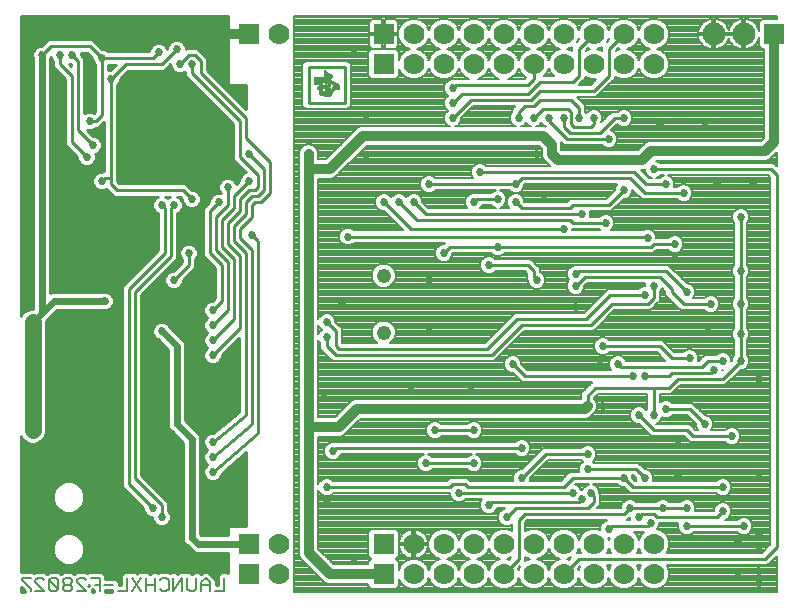
<source format=gbl>
G75*
G70*
%OFA0B0*%
%FSLAX24Y24*%
%IPPOS*%
%LPD*%
%AMOC8*
5,1,8,0,0,1.08239X$1,22.5*
%
%ADD10C,0.0050*%
%ADD11C,0.0480*%
%ADD12R,0.0660X0.0660*%
%ADD13C,0.0700*%
%ADD14C,0.0760*%
%ADD15R,0.0700X0.0700*%
%ADD16C,0.0010*%
%ADD17C,0.0080*%
%ADD18C,0.0270*%
%ADD19C,0.0100*%
%ADD20C,0.0320*%
%ADD21C,0.0240*%
%ADD22C,0.0560*%
D10*
X012683Y013608D02*
X012683Y013683D01*
X012383Y013983D01*
X012383Y014058D01*
X012683Y014058D01*
X012844Y013983D02*
X012844Y013908D01*
X013144Y013608D01*
X012844Y013608D01*
X012844Y013983D02*
X012919Y014058D01*
X013069Y014058D01*
X013144Y013983D01*
X013304Y013983D02*
X013604Y013683D01*
X013529Y013608D01*
X013379Y013608D01*
X013304Y013683D01*
X013304Y013983D01*
X013379Y014058D01*
X013529Y014058D01*
X013604Y013983D01*
X013604Y013683D01*
X013764Y013683D02*
X013839Y013608D01*
X013989Y013608D01*
X014064Y013683D01*
X014064Y013758D01*
X013989Y013833D01*
X013839Y013833D01*
X013764Y013758D01*
X013764Y013683D01*
X013839Y013833D02*
X013764Y013908D01*
X013764Y013983D01*
X013839Y014058D01*
X013989Y014058D01*
X014064Y013983D01*
X014064Y013908D01*
X013989Y013833D01*
X014225Y013908D02*
X014225Y013983D01*
X014300Y014058D01*
X014450Y014058D01*
X014525Y013983D01*
X014685Y014058D02*
X014985Y014058D01*
X014985Y013608D01*
X014985Y013833D02*
X014835Y013833D01*
X015145Y013833D02*
X015446Y013833D01*
X015606Y013608D02*
X015906Y013608D01*
X015906Y014058D01*
X016066Y014058D02*
X016366Y013608D01*
X016526Y013608D02*
X016526Y014058D01*
X016366Y014058D02*
X016066Y013608D01*
X016526Y013833D02*
X016827Y013833D01*
X016987Y013683D02*
X017062Y013608D01*
X017212Y013608D01*
X017287Y013683D01*
X017287Y013983D01*
X017212Y014058D01*
X017062Y014058D01*
X016987Y013983D01*
X016827Y014058D02*
X016827Y013608D01*
X017447Y013608D02*
X017447Y014058D01*
X017747Y014058D02*
X017447Y013608D01*
X017747Y013608D02*
X017747Y014058D01*
X017907Y014058D02*
X017907Y013683D01*
X017983Y013608D01*
X018133Y013608D01*
X018208Y013683D01*
X018208Y014058D01*
X018368Y013908D02*
X018368Y013608D01*
X018368Y013833D02*
X018668Y013833D01*
X018668Y013908D02*
X018518Y014058D01*
X018368Y013908D01*
X018668Y013908D02*
X018668Y013608D01*
X018828Y013608D02*
X019128Y013608D01*
X019128Y014058D01*
X014525Y013608D02*
X014225Y013908D01*
X014225Y013608D02*
X014525Y013608D01*
D11*
X024453Y022233D03*
X024453Y024133D03*
D12*
X019953Y032183D03*
X037453Y032183D03*
X019953Y015183D03*
X019953Y014183D03*
D13*
X020953Y014183D03*
X020953Y015183D03*
X025453Y015183D03*
X026453Y015183D03*
X027453Y015183D03*
X028453Y015183D03*
X029453Y015183D03*
X030453Y015183D03*
X031453Y015183D03*
X032453Y015183D03*
X033453Y015183D03*
X033453Y014183D03*
X032453Y014183D03*
X031453Y014183D03*
X030453Y014183D03*
X029453Y014183D03*
X028453Y014183D03*
X027453Y014183D03*
X026453Y014183D03*
X025453Y014183D03*
X025453Y031183D03*
X025453Y032183D03*
X026453Y032183D03*
X026453Y031183D03*
X027453Y031183D03*
X027453Y032183D03*
X028453Y032183D03*
X028453Y031183D03*
X029453Y031183D03*
X029453Y032183D03*
X030453Y032183D03*
X030453Y031183D03*
X031453Y031183D03*
X031453Y032183D03*
X032453Y032183D03*
X032453Y031183D03*
X033453Y031183D03*
X033453Y032183D03*
X020953Y032183D03*
D14*
X035453Y032183D03*
X036453Y032183D03*
D15*
X024453Y032183D03*
X024453Y031183D03*
X024453Y015183D03*
X024453Y014183D03*
D16*
X022608Y030107D02*
X022574Y030103D01*
X022551Y030101D01*
X022532Y030102D01*
X022500Y030107D01*
X022497Y030109D01*
X022491Y030119D01*
X022483Y030129D01*
X022472Y030135D01*
X022454Y030144D01*
X022432Y030150D01*
X022392Y030154D01*
X022356Y030152D01*
X022335Y030149D01*
X022320Y030150D01*
X022317Y030157D01*
X022314Y030169D01*
X022311Y030188D01*
X022308Y030209D01*
X022304Y030246D01*
X022303Y030280D01*
X022304Y030320D01*
X022317Y030323D01*
X022347Y030329D01*
X022375Y030336D01*
X022392Y030340D01*
X022405Y030342D01*
X022405Y030272D01*
X022415Y030275D01*
X022500Y030295D01*
X022767Y030295D01*
X022763Y030291D02*
X022747Y030273D01*
X022734Y030254D01*
X022724Y030237D01*
X022715Y030222D01*
X022709Y030209D01*
X022696Y030186D01*
X022686Y030160D01*
X022679Y030145D01*
X022673Y030128D01*
X022669Y030119D01*
X022663Y030115D01*
X022651Y030113D01*
X022631Y030110D01*
X022608Y030107D01*
X022613Y030107D02*
X022499Y030107D01*
X022493Y030116D02*
X022664Y030116D01*
X022671Y030124D02*
X022487Y030124D01*
X022476Y030133D02*
X022675Y030133D01*
X022678Y030141D02*
X022460Y030141D01*
X022434Y030150D02*
X022681Y030150D01*
X022685Y030159D02*
X022316Y030159D01*
X022314Y030167D02*
X022689Y030167D01*
X022692Y030176D02*
X022313Y030176D01*
X022311Y030184D02*
X022695Y030184D01*
X022700Y030193D02*
X022310Y030193D01*
X022309Y030201D02*
X022704Y030201D01*
X022709Y030210D02*
X022308Y030210D01*
X022307Y030218D02*
X022713Y030218D01*
X022718Y030227D02*
X022306Y030227D01*
X022305Y030235D02*
X022723Y030235D01*
X022728Y030244D02*
X022305Y030244D01*
X022304Y030253D02*
X022733Y030253D01*
X022738Y030261D02*
X022304Y030261D01*
X022304Y030270D02*
X022745Y030270D01*
X022751Y030278D02*
X022428Y030278D01*
X022405Y030278D02*
X022303Y030278D01*
X022303Y030287D02*
X022405Y030287D01*
X022405Y030295D02*
X022303Y030295D01*
X022304Y030304D02*
X022405Y030304D01*
X022405Y030312D02*
X022304Y030312D01*
X022307Y030321D02*
X022405Y030321D01*
X022405Y030329D02*
X022348Y030329D01*
X022339Y030365D02*
X022341Y030452D01*
X022340Y030452D01*
X022651Y030520D01*
X022651Y030435D01*
X022339Y030365D01*
X022340Y030372D02*
X022371Y030372D01*
X022340Y030381D02*
X022409Y030381D01*
X022447Y030389D02*
X022340Y030389D01*
X022340Y030398D02*
X022485Y030398D01*
X022500Y030364D02*
X022625Y030391D01*
X022651Y030392D01*
X022654Y030388D01*
X022657Y030382D01*
X022656Y030355D01*
X022500Y030355D01*
X022500Y030346D02*
X022655Y030346D01*
X022654Y030338D02*
X022500Y030338D01*
X022500Y030329D02*
X022805Y030329D01*
X022806Y030330D02*
X022791Y030318D01*
X022776Y030305D01*
X022763Y030291D01*
X022759Y030287D02*
X022465Y030287D01*
X022500Y030295D02*
X022500Y030364D01*
X022656Y030364D01*
X022656Y030372D02*
X022537Y030372D01*
X022523Y030406D02*
X022340Y030406D01*
X022340Y030415D02*
X022561Y030415D01*
X022577Y030381D02*
X022657Y030381D01*
X022653Y030389D02*
X022616Y030389D01*
X022599Y030423D02*
X022340Y030423D01*
X022340Y030432D02*
X022637Y030432D01*
X022651Y030440D02*
X022340Y030440D01*
X022341Y030449D02*
X022651Y030449D01*
X022651Y030458D02*
X022364Y030458D01*
X022345Y030492D02*
X022290Y030492D01*
X022289Y030500D02*
X022387Y030500D01*
X022405Y030504D02*
X022291Y030481D01*
X022289Y030502D01*
X022282Y030519D01*
X022276Y030531D01*
X022141Y030531D01*
X022141Y030747D01*
X022141Y030746D01*
X022250Y030747D01*
X022357Y030746D01*
X022465Y030746D01*
X022464Y030936D01*
X022547Y030936D01*
X022539Y030944D02*
X022555Y030928D01*
X022574Y030909D01*
X022587Y030896D01*
X022596Y030887D01*
X022607Y030877D01*
X022621Y030868D01*
X022645Y030858D01*
X022666Y030849D01*
X022686Y030840D01*
X022699Y030832D01*
X022718Y030817D01*
X022730Y030800D01*
X022734Y030793D01*
X022737Y030776D01*
X022734Y030756D01*
X022728Y030749D01*
X022722Y030742D01*
X022708Y030730D01*
X022695Y030717D01*
X022686Y030708D01*
X022683Y030702D01*
X022680Y030682D01*
X022682Y030663D01*
X022692Y030649D01*
X022704Y030637D01*
X022141Y030637D01*
X022141Y030646D02*
X022695Y030646D01*
X022688Y030654D02*
X022141Y030654D01*
X022141Y030663D02*
X022682Y030663D01*
X022681Y030671D02*
X022141Y030671D01*
X022141Y030680D02*
X022680Y030680D01*
X022681Y030688D02*
X022141Y030688D01*
X022141Y030697D02*
X022682Y030697D01*
X022685Y030705D02*
X022141Y030705D01*
X022141Y030714D02*
X022692Y030714D01*
X022700Y030722D02*
X022141Y030722D01*
X022141Y030731D02*
X022709Y030731D01*
X022719Y030739D02*
X022141Y030739D01*
X022141Y030628D02*
X022719Y030628D01*
X022704Y030637D02*
X022743Y030615D01*
X022769Y030602D01*
X022791Y030593D01*
X022814Y030584D01*
X022840Y030570D01*
X022864Y030558D01*
X022893Y030539D01*
X022923Y030513D01*
X022942Y030491D01*
X022959Y030468D01*
X022968Y030451D01*
X022974Y030436D01*
X022977Y030420D01*
X022979Y030392D01*
X022977Y030373D01*
X022974Y030359D01*
X022971Y030350D01*
X022967Y030343D01*
X022962Y030342D01*
X022947Y030347D01*
X022947Y030346D02*
X022969Y030346D01*
X022973Y030355D02*
X022911Y030355D01*
X022903Y030356D02*
X022885Y030359D01*
X022871Y030357D01*
X022851Y030353D01*
X022835Y030347D01*
X022835Y030346D02*
X022690Y030346D01*
X022658Y030338D02*
X022819Y030338D01*
X022823Y030341D02*
X022806Y030330D01*
X022795Y030321D02*
X022500Y030321D01*
X022500Y030312D02*
X022784Y030312D01*
X022775Y030304D02*
X022500Y030304D01*
X022405Y030338D02*
X022384Y030338D01*
X022311Y030369D02*
X022314Y030378D01*
X022315Y030395D01*
X022314Y030410D01*
X022307Y030423D01*
X022301Y030429D01*
X022294Y030436D01*
X022285Y030439D01*
X022268Y030440D01*
X022253Y030439D01*
X022253Y030439D01*
X022240Y030433D01*
X022237Y030429D01*
X022234Y030426D01*
X022231Y030420D01*
X022225Y030410D01*
X022224Y030394D01*
X022224Y030375D01*
X022227Y030369D01*
X022234Y030362D01*
X022241Y030356D01*
X022244Y030353D01*
X022250Y030350D01*
X022260Y030346D01*
X022279Y030346D01*
X022291Y030349D01*
X022301Y030356D01*
X022311Y030369D01*
X022312Y030372D02*
X022226Y030372D01*
X022224Y030381D02*
X022314Y030381D01*
X022315Y030389D02*
X022224Y030389D01*
X022224Y030398D02*
X022315Y030398D01*
X022314Y030406D02*
X022225Y030406D01*
X022228Y030415D02*
X022311Y030415D01*
X022307Y030423D02*
X022233Y030423D01*
X022240Y030432D02*
X022298Y030432D01*
X022291Y030483D02*
X022304Y030483D01*
X022286Y030509D02*
X022405Y030509D01*
X022405Y030504D02*
X022405Y030574D01*
X022499Y030595D01*
X022500Y030527D01*
X022512Y030528D01*
X022555Y030538D01*
X022633Y030554D01*
X022650Y030557D01*
X022679Y030557D01*
X022701Y030554D01*
X022717Y030548D01*
X022729Y030538D01*
X022743Y030525D01*
X022753Y030507D01*
X022755Y030497D01*
X022759Y030465D01*
X022755Y030435D01*
X022748Y030403D01*
X022743Y030381D01*
X022737Y030362D01*
X022724Y030355D01*
X022654Y030337D01*
X022656Y030355D01*
X022723Y030355D02*
X022860Y030355D01*
X022835Y030347D02*
X022823Y030341D01*
X022903Y030356D02*
X022924Y030353D01*
X022947Y030347D01*
X022975Y030364D02*
X022738Y030364D01*
X022740Y030372D02*
X022977Y030372D01*
X022978Y030381D02*
X022743Y030381D01*
X022745Y030389D02*
X022979Y030389D01*
X022979Y030398D02*
X022747Y030398D01*
X022749Y030406D02*
X022978Y030406D01*
X022977Y030415D02*
X022751Y030415D01*
X022752Y030423D02*
X022976Y030423D01*
X022975Y030432D02*
X022754Y030432D01*
X022755Y030440D02*
X022972Y030440D01*
X022969Y030449D02*
X022756Y030449D01*
X022758Y030458D02*
X022964Y030458D01*
X022959Y030466D02*
X022758Y030466D01*
X022758Y030475D02*
X022953Y030475D01*
X022947Y030483D02*
X022757Y030483D01*
X022756Y030492D02*
X022941Y030492D01*
X022934Y030500D02*
X022754Y030500D01*
X022752Y030509D02*
X022926Y030509D01*
X022918Y030517D02*
X022747Y030517D01*
X022742Y030526D02*
X022908Y030526D01*
X022898Y030534D02*
X022733Y030534D01*
X022723Y030543D02*
X022886Y030543D01*
X022874Y030552D02*
X022708Y030552D01*
X022651Y030517D02*
X022638Y030517D01*
X022651Y030509D02*
X022599Y030509D01*
X022579Y030543D02*
X022500Y030543D01*
X022500Y030552D02*
X022620Y030552D01*
X022651Y030500D02*
X022560Y030500D01*
X022540Y030534D02*
X022500Y030534D01*
X022500Y030560D02*
X022860Y030560D01*
X022843Y030569D02*
X022500Y030569D01*
X022500Y030577D02*
X022827Y030577D01*
X022810Y030586D02*
X022499Y030586D01*
X022499Y030594D02*
X022788Y030594D01*
X022768Y030603D02*
X022141Y030603D01*
X022141Y030611D02*
X022751Y030611D01*
X022735Y030620D02*
X022141Y030620D01*
X022141Y030594D02*
X022497Y030594D01*
X022458Y030586D02*
X022141Y030586D01*
X022141Y030577D02*
X022420Y030577D01*
X022405Y030569D02*
X022141Y030569D01*
X022141Y030560D02*
X022405Y030560D01*
X022405Y030552D02*
X022141Y030552D01*
X022141Y030543D02*
X022405Y030543D01*
X022405Y030534D02*
X022141Y030534D01*
X022278Y030526D02*
X022405Y030526D01*
X022405Y030517D02*
X022283Y030517D01*
X022403Y030466D02*
X022651Y030466D01*
X022651Y030475D02*
X022442Y030475D01*
X022481Y030483D02*
X022651Y030483D01*
X022651Y030492D02*
X022521Y030492D01*
X022307Y030364D02*
X022233Y030364D01*
X022242Y030355D02*
X022299Y030355D01*
X022281Y030346D02*
X022259Y030346D01*
X022324Y030150D02*
X022344Y030150D01*
X022465Y030748D02*
X022727Y030748D01*
X022734Y030757D02*
X022465Y030757D01*
X022465Y030765D02*
X022736Y030765D01*
X022737Y030774D02*
X022465Y030774D01*
X022465Y030782D02*
X022736Y030782D01*
X022735Y030791D02*
X022465Y030791D01*
X022465Y030799D02*
X022731Y030799D01*
X022725Y030808D02*
X022465Y030808D01*
X022465Y030816D02*
X022718Y030816D01*
X022708Y030825D02*
X022464Y030825D01*
X022464Y030833D02*
X022697Y030833D01*
X022681Y030842D02*
X022464Y030842D01*
X022464Y030851D02*
X022662Y030851D01*
X022643Y030859D02*
X022464Y030859D01*
X022464Y030868D02*
X022622Y030868D01*
X022608Y030876D02*
X022464Y030876D01*
X022464Y030885D02*
X022598Y030885D01*
X022590Y030893D02*
X022464Y030893D01*
X022464Y030902D02*
X022581Y030902D01*
X022573Y030910D02*
X022464Y030910D01*
X022464Y030919D02*
X022564Y030919D01*
X022556Y030927D02*
X022464Y030927D01*
X022464Y030936D02*
X022464Y030973D01*
X022482Y030973D01*
X022500Y030967D01*
X022523Y030957D01*
X022539Y030944D01*
X022539Y030945D02*
X022464Y030945D01*
X022464Y030953D02*
X022528Y030953D01*
X022512Y030962D02*
X022464Y030962D01*
X022464Y030970D02*
X022490Y030970D01*
D17*
X022040Y031293D02*
X021866Y031293D01*
X021743Y031170D01*
X021743Y029796D01*
X021866Y029673D01*
X022040Y029673D01*
X023240Y029673D01*
X023363Y029796D01*
X023363Y029970D01*
X023363Y031170D01*
X023240Y031293D01*
X023066Y031293D01*
X022040Y031293D01*
X021821Y031248D02*
X021453Y031248D01*
X021453Y031326D02*
X023943Y031326D01*
X023943Y031248D02*
X023285Y031248D01*
X023363Y031169D02*
X023943Y031169D01*
X023943Y031091D02*
X023363Y031091D01*
X023363Y031012D02*
X023943Y031012D01*
X023943Y030934D02*
X023363Y030934D01*
X023363Y030855D02*
X023943Y030855D01*
X023943Y030777D02*
X023363Y030777D01*
X023363Y030698D02*
X024012Y030698D01*
X024037Y030673D02*
X024870Y030673D01*
X024963Y030767D01*
X024963Y031033D01*
X025021Y030894D01*
X025164Y030751D01*
X025352Y030673D01*
X025555Y030673D01*
X025742Y030751D01*
X025886Y030894D01*
X025953Y031057D01*
X026021Y030894D01*
X026164Y030751D01*
X026352Y030673D01*
X026555Y030673D01*
X026742Y030751D01*
X026886Y030894D01*
X026953Y031057D01*
X027021Y030894D01*
X027164Y030751D01*
X027304Y030693D01*
X026766Y030693D01*
X026751Y030678D01*
X026695Y030678D01*
X026586Y030633D01*
X026503Y030550D01*
X026458Y030442D01*
X026458Y030324D01*
X026503Y030216D01*
X026586Y030133D01*
X026503Y030050D01*
X026458Y029942D01*
X026458Y029824D01*
X026503Y029716D01*
X026586Y029633D01*
X026503Y029550D01*
X026458Y029442D01*
X026458Y029324D01*
X026503Y029216D01*
X026586Y029133D01*
X026659Y029103D01*
X023817Y029103D01*
X023690Y029103D01*
X023572Y029054D01*
X022521Y028003D01*
X022273Y028003D01*
X022273Y028247D01*
X022225Y028364D01*
X022135Y028454D01*
X022017Y028503D01*
X021890Y028503D01*
X021772Y028454D01*
X021682Y028364D01*
X021633Y028247D01*
X021633Y027747D01*
X021633Y024519D01*
X021633Y019147D01*
X021633Y015619D01*
X021633Y014947D01*
X021633Y014819D01*
X021682Y014702D01*
X022382Y014002D01*
X022472Y013912D01*
X022590Y013863D01*
X023943Y013863D01*
X023943Y013767D01*
X024037Y013673D01*
X024870Y013673D01*
X024963Y013767D01*
X024963Y014033D01*
X025021Y013894D01*
X025164Y013751D01*
X025352Y013673D01*
X025555Y013673D01*
X025742Y013751D01*
X025886Y013894D01*
X025953Y014057D01*
X026021Y013894D01*
X026164Y013751D01*
X026352Y013673D01*
X026555Y013673D01*
X026742Y013751D01*
X026886Y013894D01*
X026953Y014057D01*
X027021Y013894D01*
X027164Y013751D01*
X027352Y013673D01*
X027555Y013673D01*
X027742Y013751D01*
X027886Y013894D01*
X027953Y014057D01*
X028021Y013894D01*
X028164Y013751D01*
X028352Y013673D01*
X028555Y013673D01*
X028742Y013751D01*
X028886Y013894D01*
X028953Y014057D01*
X029021Y013894D01*
X029164Y013751D01*
X029352Y013673D01*
X029555Y013673D01*
X029742Y013751D01*
X029886Y013894D01*
X029953Y014057D01*
X030021Y013894D01*
X030164Y013751D01*
X030352Y013673D01*
X030555Y013673D01*
X030742Y013751D01*
X030886Y013894D01*
X030953Y014057D01*
X031021Y013894D01*
X031164Y013751D01*
X031352Y013673D01*
X031555Y013673D01*
X031742Y013751D01*
X031886Y013894D01*
X031953Y014057D01*
X032021Y013894D01*
X032164Y013751D01*
X032352Y013673D01*
X032555Y013673D01*
X032742Y013751D01*
X032886Y013894D01*
X032953Y014057D01*
X033021Y013894D01*
X033164Y013751D01*
X033352Y013673D01*
X033555Y013673D01*
X033742Y013751D01*
X033886Y013894D01*
X033963Y014081D01*
X033963Y014284D01*
X033886Y014472D01*
X033885Y014473D01*
X037240Y014473D01*
X037363Y014596D01*
X037563Y014796D01*
X037563Y013573D01*
X021453Y013573D01*
X021453Y014057D01*
X021463Y014081D01*
X021463Y014284D01*
X021453Y014309D01*
X021453Y015057D01*
X021463Y015081D01*
X021463Y015284D01*
X021453Y015308D01*
X021453Y032793D01*
X037563Y032793D01*
X037563Y032673D01*
X037057Y032673D01*
X036963Y032579D01*
X036963Y032287D01*
X036961Y032305D01*
X036935Y032383D01*
X036898Y032456D01*
X036850Y032522D01*
X036792Y032580D01*
X036726Y032628D01*
X036653Y032665D01*
X036575Y032690D01*
X036494Y032703D01*
X036493Y032703D01*
X036493Y032223D01*
X036413Y032223D01*
X036413Y032143D01*
X035973Y032143D01*
X035494Y032143D01*
X035494Y032223D01*
X035973Y032223D01*
X036413Y032223D01*
X036413Y032703D01*
X036412Y032703D01*
X036332Y032690D01*
X036254Y032665D01*
X036181Y032628D01*
X036115Y032580D01*
X036057Y032522D01*
X036009Y032456D01*
X035971Y032383D01*
X035953Y032327D01*
X035935Y032383D01*
X035898Y032456D01*
X035850Y032522D01*
X035792Y032580D01*
X035726Y032628D01*
X035653Y032665D01*
X035575Y032690D01*
X035494Y032703D01*
X035493Y032703D01*
X035493Y032223D01*
X035413Y032223D01*
X035413Y032143D01*
X034933Y032143D01*
X034933Y032142D01*
X034946Y032061D01*
X034971Y031983D01*
X035009Y031910D01*
X035057Y031844D01*
X035115Y031786D01*
X035181Y031738D01*
X035254Y031701D01*
X035332Y031676D01*
X035412Y031663D01*
X035413Y031663D01*
X035413Y032143D01*
X035493Y032143D01*
X035493Y031663D01*
X035494Y031663D01*
X035575Y031676D01*
X035653Y031701D01*
X035726Y031738D01*
X035792Y031786D01*
X035850Y031844D01*
X035898Y031910D01*
X035935Y031983D01*
X035953Y032039D01*
X035971Y031983D01*
X036009Y031910D01*
X036057Y031844D01*
X036115Y031786D01*
X036181Y031738D01*
X036254Y031701D01*
X036332Y031676D01*
X036412Y031663D01*
X036413Y031663D01*
X036413Y032143D01*
X036493Y032143D01*
X036493Y031663D01*
X036494Y031663D01*
X036575Y031676D01*
X036653Y031701D01*
X036726Y031738D01*
X036792Y031786D01*
X036850Y031844D01*
X036898Y031910D01*
X036935Y031983D01*
X036961Y032061D01*
X036963Y032079D01*
X036963Y031787D01*
X037057Y031693D01*
X037133Y031693D01*
X037133Y028716D01*
X037021Y028603D01*
X033417Y028603D01*
X033290Y028603D01*
X033172Y028554D01*
X032921Y028303D01*
X030386Y028303D01*
X030373Y028316D01*
X030373Y028419D01*
X030373Y028547D01*
X030360Y028580D01*
X030466Y028473D01*
X031746Y028473D01*
X031786Y028433D01*
X031895Y028388D01*
X032012Y028388D01*
X032120Y028433D01*
X032203Y028516D01*
X032248Y028624D01*
X032248Y028742D01*
X032203Y028850D01*
X032120Y028933D01*
X032036Y028968D01*
X032240Y029173D01*
X032246Y029173D01*
X032286Y029133D01*
X032395Y029088D01*
X032512Y029088D01*
X032620Y029133D01*
X032703Y029216D01*
X032748Y029324D01*
X032748Y029442D01*
X032703Y029550D01*
X032620Y029633D01*
X032512Y029678D01*
X032395Y029678D01*
X032286Y029633D01*
X032246Y029593D01*
X032066Y029593D01*
X031943Y029470D01*
X031713Y029240D01*
X031748Y029324D01*
X031748Y029442D01*
X031703Y029550D01*
X031620Y029633D01*
X031512Y029678D01*
X031395Y029678D01*
X031286Y029633D01*
X031203Y029550D01*
X031163Y029590D01*
X031163Y029814D01*
X031040Y029937D01*
X030904Y030073D01*
X031366Y030073D01*
X031540Y030073D01*
X032040Y030573D01*
X032040Y030573D01*
X032163Y030696D01*
X032163Y030752D01*
X032164Y030751D01*
X032352Y030673D01*
X032555Y030673D01*
X032742Y030751D01*
X032886Y030894D01*
X032953Y031057D01*
X033021Y030894D01*
X033164Y030751D01*
X033352Y030673D01*
X033555Y030673D01*
X033742Y030751D01*
X033886Y030894D01*
X033963Y031081D01*
X033963Y031284D01*
X033886Y031472D01*
X033742Y031615D01*
X033579Y031683D01*
X033742Y031751D01*
X033886Y031894D01*
X033963Y032081D01*
X033963Y032284D01*
X033886Y032472D01*
X033742Y032615D01*
X033555Y032693D01*
X033352Y032693D01*
X033164Y032615D01*
X033021Y032472D01*
X032953Y032308D01*
X032886Y032472D01*
X032742Y032615D01*
X032555Y032693D01*
X032352Y032693D01*
X032164Y032615D01*
X032021Y032472D01*
X031953Y032308D01*
X031886Y032472D01*
X031742Y032615D01*
X031555Y032693D01*
X031352Y032693D01*
X031164Y032615D01*
X031021Y032472D01*
X030953Y032308D01*
X030886Y032472D01*
X030742Y032615D01*
X030555Y032693D01*
X030352Y032693D01*
X030164Y032615D01*
X030021Y032472D01*
X029953Y032309D01*
X029886Y032472D01*
X029742Y032615D01*
X029555Y032693D01*
X029352Y032693D01*
X029164Y032615D01*
X029021Y032472D01*
X028953Y032309D01*
X028886Y032472D01*
X028742Y032615D01*
X028555Y032693D01*
X028352Y032693D01*
X028164Y032615D01*
X028021Y032472D01*
X027953Y032309D01*
X027886Y032472D01*
X027742Y032615D01*
X027555Y032693D01*
X027352Y032693D01*
X027164Y032615D01*
X027021Y032472D01*
X026953Y032309D01*
X026886Y032472D01*
X026742Y032615D01*
X026555Y032693D01*
X026352Y032693D01*
X026164Y032615D01*
X026021Y032472D01*
X025953Y032309D01*
X025886Y032472D01*
X025742Y032615D01*
X025555Y032693D01*
X025352Y032693D01*
X025164Y032615D01*
X025021Y032472D01*
X024943Y032284D01*
X024943Y032081D01*
X025021Y031894D01*
X025164Y031751D01*
X025328Y031683D01*
X025164Y031615D01*
X025021Y031472D01*
X024963Y031333D01*
X024963Y031599D01*
X024870Y031693D01*
X024037Y031693D01*
X023943Y031599D01*
X023943Y030767D01*
X024037Y030673D01*
X023363Y030620D02*
X026573Y030620D01*
X026616Y030698D02*
X027291Y030698D01*
X027138Y030777D02*
X026768Y030777D01*
X026847Y030855D02*
X027060Y030855D01*
X027005Y030934D02*
X026902Y030934D01*
X026935Y031012D02*
X026972Y031012D01*
X026953Y031309D02*
X026886Y031472D01*
X026742Y031615D01*
X026579Y031683D01*
X026742Y031751D01*
X026886Y031894D01*
X026953Y032057D01*
X027021Y031894D01*
X027164Y031751D01*
X027328Y031683D01*
X027164Y031615D01*
X027021Y031472D01*
X026953Y031309D01*
X026946Y031326D02*
X026961Y031326D01*
X026993Y031405D02*
X026913Y031405D01*
X026874Y031484D02*
X027033Y031484D01*
X027111Y031562D02*
X026795Y031562D01*
X026681Y031641D02*
X027226Y031641D01*
X027240Y031719D02*
X026666Y031719D01*
X026789Y031798D02*
X027117Y031798D01*
X027039Y031876D02*
X026868Y031876D01*
X026911Y031955D02*
X026996Y031955D01*
X026963Y032033D02*
X026943Y032033D01*
X026937Y032348D02*
X026970Y032348D01*
X027002Y032426D02*
X026905Y032426D01*
X026853Y032505D02*
X027054Y032505D01*
X027132Y032583D02*
X026774Y032583D01*
X026630Y032662D02*
X027277Y032662D01*
X027630Y032662D02*
X028277Y032662D01*
X028132Y032583D02*
X027774Y032583D01*
X027853Y032505D02*
X028054Y032505D01*
X028002Y032426D02*
X027905Y032426D01*
X027937Y032348D02*
X027970Y032348D01*
X027953Y032057D02*
X028021Y031894D01*
X028164Y031751D01*
X028328Y031683D01*
X028164Y031615D01*
X028021Y031472D01*
X027953Y031309D01*
X027886Y031472D01*
X027742Y031615D01*
X027579Y031683D01*
X027742Y031751D01*
X027886Y031894D01*
X027953Y032057D01*
X027943Y032033D02*
X027963Y032033D01*
X027996Y031955D02*
X027911Y031955D01*
X027868Y031876D02*
X028039Y031876D01*
X028117Y031798D02*
X027789Y031798D01*
X027666Y031719D02*
X028240Y031719D01*
X028226Y031641D02*
X027681Y031641D01*
X027795Y031562D02*
X028111Y031562D01*
X028033Y031484D02*
X027874Y031484D01*
X027913Y031405D02*
X027993Y031405D01*
X027961Y031326D02*
X027946Y031326D01*
X027953Y031057D02*
X028021Y030894D01*
X028164Y030751D01*
X028304Y030693D01*
X027603Y030693D01*
X027742Y030751D01*
X027886Y030894D01*
X027953Y031057D01*
X027935Y031012D02*
X027972Y031012D01*
X028005Y030934D02*
X027902Y030934D01*
X027847Y030855D02*
X028060Y030855D01*
X028138Y030777D02*
X027768Y030777D01*
X027615Y030698D02*
X028291Y030698D01*
X028603Y030693D02*
X028742Y030751D01*
X028886Y030894D01*
X028953Y031057D01*
X029021Y030894D01*
X029164Y030751D01*
X029207Y030733D01*
X029166Y030693D01*
X028603Y030693D01*
X028615Y030698D02*
X029172Y030698D01*
X029138Y030777D02*
X028768Y030777D01*
X028847Y030855D02*
X029060Y030855D01*
X029005Y030934D02*
X028902Y030934D01*
X028935Y031012D02*
X028972Y031012D01*
X028953Y031309D02*
X028886Y031472D01*
X028742Y031615D01*
X028579Y031683D01*
X028742Y031751D01*
X028886Y031894D01*
X028953Y032057D01*
X029021Y031894D01*
X029164Y031751D01*
X029328Y031683D01*
X029164Y031615D01*
X029021Y031472D01*
X028953Y031309D01*
X028946Y031326D02*
X028961Y031326D01*
X028993Y031405D02*
X028913Y031405D01*
X028874Y031484D02*
X029033Y031484D01*
X029111Y031562D02*
X028795Y031562D01*
X028681Y031641D02*
X029226Y031641D01*
X029240Y031719D02*
X028666Y031719D01*
X028789Y031798D02*
X029117Y031798D01*
X029039Y031876D02*
X028868Y031876D01*
X028911Y031955D02*
X028996Y031955D01*
X028963Y032033D02*
X028943Y032033D01*
X028937Y032348D02*
X028970Y032348D01*
X029002Y032426D02*
X028905Y032426D01*
X028853Y032505D02*
X029054Y032505D01*
X029132Y032583D02*
X028774Y032583D01*
X028630Y032662D02*
X029277Y032662D01*
X029630Y032662D02*
X030277Y032662D01*
X030132Y032583D02*
X029774Y032583D01*
X029853Y032505D02*
X030054Y032505D01*
X030002Y032426D02*
X029905Y032426D01*
X029937Y032348D02*
X029970Y032348D01*
X029953Y032057D02*
X030021Y031894D01*
X030164Y031751D01*
X030328Y031683D01*
X030164Y031615D01*
X030021Y031472D01*
X029953Y031309D01*
X029886Y031472D01*
X029742Y031615D01*
X029579Y031683D01*
X029742Y031751D01*
X029886Y031894D01*
X029953Y032057D01*
X029943Y032033D02*
X029963Y032033D01*
X029996Y031955D02*
X029911Y031955D01*
X029868Y031876D02*
X030039Y031876D01*
X030117Y031798D02*
X029789Y031798D01*
X029666Y031719D02*
X030240Y031719D01*
X030226Y031641D02*
X029681Y031641D01*
X029795Y031562D02*
X030111Y031562D01*
X030033Y031484D02*
X029874Y031484D01*
X029913Y031405D02*
X029993Y031405D01*
X029961Y031326D02*
X029946Y031326D01*
X029953Y031057D02*
X030021Y030894D01*
X030122Y030793D01*
X029785Y030793D01*
X029886Y030894D01*
X029953Y031057D01*
X029935Y031012D02*
X029972Y031012D01*
X030005Y030934D02*
X029902Y030934D01*
X029847Y030855D02*
X030060Y030855D01*
X030960Y030493D02*
X031040Y030573D01*
X031163Y030696D01*
X031163Y030752D01*
X031164Y030751D01*
X031352Y030673D01*
X031546Y030673D01*
X031366Y030493D01*
X030960Y030493D01*
X031008Y030541D02*
X031415Y030541D01*
X031493Y030620D02*
X031087Y030620D01*
X031163Y030698D02*
X031291Y030698D01*
X031773Y030305D02*
X037133Y030305D01*
X037133Y030227D02*
X031694Y030227D01*
X031616Y030148D02*
X037133Y030148D01*
X037133Y030070D02*
X030908Y030070D01*
X030986Y029991D02*
X037133Y029991D01*
X037133Y029913D02*
X031065Y029913D01*
X031143Y029834D02*
X037133Y029834D01*
X037133Y029756D02*
X031163Y029756D01*
X031163Y029677D02*
X031393Y029677D01*
X031514Y029677D02*
X032393Y029677D01*
X032514Y029677D02*
X037133Y029677D01*
X037133Y029599D02*
X032655Y029599D01*
X032716Y029520D02*
X037133Y029520D01*
X037133Y029441D02*
X032748Y029441D01*
X032748Y029363D02*
X037133Y029363D01*
X037133Y029284D02*
X032732Y029284D01*
X032693Y029206D02*
X037133Y029206D01*
X037133Y029127D02*
X032607Y029127D01*
X032300Y029127D02*
X032195Y029127D01*
X032116Y029049D02*
X037133Y029049D01*
X037133Y028970D02*
X032038Y028970D01*
X032162Y028892D02*
X037133Y028892D01*
X037133Y028813D02*
X032219Y028813D01*
X032248Y028735D02*
X037133Y028735D01*
X037074Y028656D02*
X032248Y028656D01*
X032229Y028577D02*
X033228Y028577D01*
X033117Y028499D02*
X032186Y028499D01*
X032090Y028420D02*
X033038Y028420D01*
X032960Y028342D02*
X030373Y028342D01*
X030373Y028420D02*
X031816Y028420D01*
X031758Y029284D02*
X031732Y029284D01*
X031748Y029363D02*
X031836Y029363D01*
X031915Y029441D02*
X031748Y029441D01*
X031716Y029520D02*
X031993Y029520D01*
X032252Y029599D02*
X031655Y029599D01*
X031252Y029599D02*
X031163Y029599D01*
X031851Y030384D02*
X037133Y030384D01*
X037133Y030463D02*
X031930Y030463D01*
X032008Y030541D02*
X037133Y030541D01*
X037133Y030620D02*
X032087Y030620D01*
X032163Y030698D02*
X032291Y030698D01*
X032616Y030698D02*
X033291Y030698D01*
X033138Y030777D02*
X032768Y030777D01*
X032847Y030855D02*
X033060Y030855D01*
X033005Y030934D02*
X032902Y030934D01*
X032935Y031012D02*
X032972Y031012D01*
X032953Y031309D02*
X032886Y031472D01*
X032742Y031615D01*
X032579Y031683D01*
X032742Y031751D01*
X032886Y031894D01*
X032953Y032057D01*
X033021Y031894D01*
X033164Y031751D01*
X033328Y031683D01*
X033164Y031615D01*
X033021Y031472D01*
X032953Y031309D01*
X032946Y031326D02*
X032961Y031326D01*
X032993Y031405D02*
X032913Y031405D01*
X032874Y031484D02*
X033033Y031484D01*
X033111Y031562D02*
X032795Y031562D01*
X032681Y031641D02*
X033226Y031641D01*
X033240Y031719D02*
X032666Y031719D01*
X032789Y031798D02*
X033117Y031798D01*
X033039Y031876D02*
X032868Y031876D01*
X032911Y031955D02*
X032996Y031955D01*
X032963Y032033D02*
X032943Y032033D01*
X032937Y032348D02*
X032970Y032348D01*
X033002Y032426D02*
X032905Y032426D01*
X032853Y032505D02*
X033054Y032505D01*
X033132Y032583D02*
X032774Y032583D01*
X032630Y032662D02*
X033277Y032662D01*
X033630Y032662D02*
X035248Y032662D01*
X035254Y032665D02*
X035181Y032628D01*
X035115Y032580D01*
X035057Y032522D01*
X035009Y032456D01*
X034971Y032383D01*
X034946Y032305D01*
X034933Y032224D01*
X034933Y032223D01*
X035413Y032223D01*
X035413Y032703D01*
X035412Y032703D01*
X035332Y032690D01*
X035254Y032665D01*
X035120Y032583D02*
X033774Y032583D01*
X033853Y032505D02*
X035044Y032505D01*
X034994Y032426D02*
X033905Y032426D01*
X033937Y032348D02*
X034960Y032348D01*
X034941Y032269D02*
X033963Y032269D01*
X033963Y032190D02*
X035413Y032190D01*
X035413Y032112D02*
X035493Y032112D01*
X035494Y032190D02*
X036413Y032190D01*
X036413Y032112D02*
X036493Y032112D01*
X036493Y032033D02*
X036413Y032033D01*
X036413Y031955D02*
X036493Y031955D01*
X036493Y031876D02*
X036413Y031876D01*
X036413Y031798D02*
X036493Y031798D01*
X036493Y031719D02*
X036413Y031719D01*
X036218Y031719D02*
X035689Y031719D01*
X035804Y031798D02*
X036103Y031798D01*
X036033Y031876D02*
X035873Y031876D01*
X035921Y031955D02*
X035986Y031955D01*
X035955Y032033D02*
X035951Y032033D01*
X035947Y032348D02*
X035960Y032348D01*
X035994Y032426D02*
X035913Y032426D01*
X035862Y032505D02*
X036044Y032505D01*
X036120Y032583D02*
X035787Y032583D01*
X035659Y032662D02*
X036248Y032662D01*
X036413Y032662D02*
X036493Y032662D01*
X036493Y032583D02*
X036413Y032583D01*
X036413Y032505D02*
X036493Y032505D01*
X036493Y032426D02*
X036413Y032426D01*
X036413Y032348D02*
X036493Y032348D01*
X036493Y032269D02*
X036413Y032269D01*
X036659Y032662D02*
X037046Y032662D01*
X036967Y032583D02*
X036787Y032583D01*
X036862Y032505D02*
X036963Y032505D01*
X036963Y032426D02*
X036913Y032426D01*
X036947Y032348D02*
X036963Y032348D01*
X036951Y032033D02*
X036963Y032033D01*
X036963Y031955D02*
X036921Y031955D01*
X036963Y031876D02*
X036873Y031876D01*
X036804Y031798D02*
X036963Y031798D01*
X037031Y031719D02*
X036689Y031719D01*
X037133Y031641D02*
X033681Y031641D01*
X033666Y031719D02*
X035218Y031719D01*
X035103Y031798D02*
X033789Y031798D01*
X033868Y031876D02*
X035033Y031876D01*
X034986Y031955D02*
X033911Y031955D01*
X033943Y032033D02*
X034955Y032033D01*
X034938Y032112D02*
X033963Y032112D01*
X033795Y031562D02*
X037133Y031562D01*
X037133Y031484D02*
X033874Y031484D01*
X033913Y031405D02*
X037133Y031405D01*
X037133Y031326D02*
X033946Y031326D01*
X033963Y031248D02*
X037133Y031248D01*
X037133Y031169D02*
X033963Y031169D01*
X033963Y031091D02*
X037133Y031091D01*
X037133Y031012D02*
X033935Y031012D01*
X033902Y030934D02*
X037133Y030934D01*
X037133Y030855D02*
X033847Y030855D01*
X033768Y030777D02*
X037133Y030777D01*
X037133Y030698D02*
X033616Y030698D01*
X032328Y031683D02*
X032273Y031706D01*
X032195Y031628D01*
X032328Y031683D01*
X032226Y031641D02*
X032208Y031641D01*
X031899Y031925D02*
X031953Y032057D01*
X031976Y032003D01*
X031899Y031925D01*
X031911Y031955D02*
X031928Y031955D01*
X031943Y032033D02*
X031963Y032033D01*
X031970Y032348D02*
X031937Y032348D01*
X031905Y032426D02*
X032002Y032426D01*
X032054Y032505D02*
X031853Y032505D01*
X031774Y032583D02*
X032132Y032583D01*
X032277Y032662D02*
X031630Y032662D01*
X031277Y032662D02*
X030630Y032662D01*
X030774Y032583D02*
X031132Y032583D01*
X031054Y032505D02*
X030853Y032505D01*
X030905Y032426D02*
X031002Y032426D01*
X030970Y032348D02*
X030937Y032348D01*
X030953Y032057D02*
X030899Y031925D01*
X030976Y032003D01*
X030953Y032057D01*
X030943Y032033D02*
X030963Y032033D01*
X030928Y031955D02*
X030911Y031955D01*
X030743Y031752D02*
X030743Y031614D01*
X030742Y031615D01*
X030579Y031683D01*
X030742Y031751D01*
X030743Y031752D01*
X030743Y031719D02*
X030666Y031719D01*
X030681Y031641D02*
X030743Y031641D01*
X031195Y031628D02*
X031273Y031706D01*
X031328Y031683D01*
X031195Y031628D01*
X031208Y031641D02*
X031226Y031641D01*
X031579Y031683D02*
X031742Y031751D01*
X031743Y031752D01*
X031743Y031614D01*
X031742Y031615D01*
X031579Y031683D01*
X031666Y031719D02*
X031743Y031719D01*
X031743Y031641D02*
X031681Y031641D01*
X028846Y029773D02*
X028743Y029670D01*
X028743Y029590D01*
X028703Y029550D01*
X028658Y029442D01*
X028658Y029324D01*
X028703Y029216D01*
X028786Y029133D01*
X028859Y029103D01*
X026848Y029103D01*
X026920Y029133D01*
X027003Y029216D01*
X027048Y029324D01*
X027048Y029381D01*
X027440Y029773D01*
X028846Y029773D01*
X028829Y029756D02*
X027423Y029756D01*
X027344Y029677D02*
X028751Y029677D01*
X028743Y029599D02*
X027266Y029599D01*
X027187Y029520D02*
X028691Y029520D01*
X028658Y029441D02*
X027109Y029441D01*
X027048Y029363D02*
X028658Y029363D01*
X028675Y029284D02*
X027032Y029284D01*
X026993Y029206D02*
X028713Y029206D01*
X028800Y029127D02*
X026907Y029127D01*
X026600Y029127D02*
X021453Y029127D01*
X021453Y029049D02*
X023567Y029049D01*
X023488Y028970D02*
X021453Y028970D01*
X021453Y028892D02*
X023409Y028892D01*
X023331Y028813D02*
X021453Y028813D01*
X021453Y028735D02*
X023252Y028735D01*
X023174Y028656D02*
X021453Y028656D01*
X021453Y028577D02*
X023095Y028577D01*
X023017Y028499D02*
X022027Y028499D01*
X021880Y028499D02*
X021453Y028499D01*
X021453Y028420D02*
X021738Y028420D01*
X021673Y028342D02*
X021453Y028342D01*
X021453Y028263D02*
X021640Y028263D01*
X021633Y028185D02*
X021453Y028185D01*
X021453Y028106D02*
X021633Y028106D01*
X021633Y028028D02*
X021453Y028028D01*
X021453Y027949D02*
X021633Y027949D01*
X021633Y027871D02*
X021453Y027871D01*
X021453Y027792D02*
X021633Y027792D01*
X021633Y027714D02*
X021453Y027714D01*
X021453Y027635D02*
X021633Y027635D01*
X021633Y027556D02*
X021453Y027556D01*
X021453Y027478D02*
X021633Y027478D01*
X021633Y027399D02*
X021453Y027399D01*
X021453Y027321D02*
X021633Y027321D01*
X021633Y027242D02*
X021453Y027242D01*
X021453Y027164D02*
X021633Y027164D01*
X021633Y027085D02*
X021453Y027085D01*
X021453Y027007D02*
X021633Y027007D01*
X021633Y026928D02*
X021453Y026928D01*
X021453Y026850D02*
X021633Y026850D01*
X021633Y026771D02*
X021453Y026771D01*
X021453Y026692D02*
X021633Y026692D01*
X021633Y026614D02*
X021453Y026614D01*
X021453Y026535D02*
X021633Y026535D01*
X021633Y026457D02*
X021453Y026457D01*
X021453Y026378D02*
X021633Y026378D01*
X021633Y026300D02*
X021453Y026300D01*
X021453Y026221D02*
X021633Y026221D01*
X021633Y026143D02*
X021453Y026143D01*
X021453Y026064D02*
X021633Y026064D01*
X021633Y025986D02*
X021453Y025986D01*
X021453Y025907D02*
X021633Y025907D01*
X021633Y025828D02*
X021453Y025828D01*
X021453Y025750D02*
X021633Y025750D01*
X021633Y025671D02*
X021453Y025671D01*
X021453Y025593D02*
X021633Y025593D01*
X021633Y025514D02*
X021453Y025514D01*
X021453Y025436D02*
X021633Y025436D01*
X021633Y025357D02*
X021453Y025357D01*
X021453Y025279D02*
X021633Y025279D01*
X021633Y025200D02*
X021453Y025200D01*
X021453Y025122D02*
X021633Y025122D01*
X021633Y025043D02*
X021453Y025043D01*
X021453Y024964D02*
X021633Y024964D01*
X021633Y024886D02*
X021453Y024886D01*
X021453Y024807D02*
X021633Y024807D01*
X021633Y024729D02*
X021453Y024729D01*
X021453Y024650D02*
X021633Y024650D01*
X021633Y024572D02*
X021453Y024572D01*
X021453Y024493D02*
X021633Y024493D01*
X021633Y024415D02*
X021453Y024415D01*
X021453Y024336D02*
X021633Y024336D01*
X021633Y024258D02*
X021453Y024258D01*
X021453Y024179D02*
X021633Y024179D01*
X021633Y024101D02*
X021453Y024101D01*
X021453Y024022D02*
X021633Y024022D01*
X021633Y023943D02*
X021453Y023943D01*
X021453Y023865D02*
X021633Y023865D01*
X021633Y023786D02*
X021453Y023786D01*
X021453Y023708D02*
X021633Y023708D01*
X021633Y023629D02*
X021453Y023629D01*
X021453Y023551D02*
X021633Y023551D01*
X021633Y023472D02*
X021453Y023472D01*
X021453Y023394D02*
X021633Y023394D01*
X021633Y023315D02*
X021453Y023315D01*
X021453Y023237D02*
X021633Y023237D01*
X021633Y023158D02*
X021453Y023158D01*
X021453Y023079D02*
X021633Y023079D01*
X021633Y023001D02*
X021453Y023001D01*
X021453Y022922D02*
X021633Y022922D01*
X021633Y022844D02*
X021453Y022844D01*
X021453Y022765D02*
X021633Y022765D01*
X021633Y022687D02*
X021453Y022687D01*
X021453Y022608D02*
X021633Y022608D01*
X021633Y022530D02*
X021453Y022530D01*
X021453Y022451D02*
X021633Y022451D01*
X021633Y022373D02*
X021453Y022373D01*
X021453Y022294D02*
X021633Y022294D01*
X021633Y022215D02*
X021453Y022215D01*
X021453Y022137D02*
X021633Y022137D01*
X021633Y022058D02*
X021453Y022058D01*
X021453Y021980D02*
X021633Y021980D01*
X021633Y021901D02*
X021453Y021901D01*
X021453Y021823D02*
X021633Y021823D01*
X021633Y021744D02*
X021453Y021744D01*
X021453Y021666D02*
X021633Y021666D01*
X021633Y021587D02*
X021453Y021587D01*
X021453Y021509D02*
X021633Y021509D01*
X021633Y021430D02*
X021453Y021430D01*
X021453Y021351D02*
X021633Y021351D01*
X021633Y021273D02*
X021453Y021273D01*
X021453Y021194D02*
X021633Y021194D01*
X021633Y021116D02*
X021453Y021116D01*
X021453Y021037D02*
X021633Y021037D01*
X021633Y020959D02*
X021453Y020959D01*
X021453Y020880D02*
X021633Y020880D01*
X021633Y020802D02*
X021453Y020802D01*
X021453Y020723D02*
X021633Y020723D01*
X021633Y020645D02*
X021453Y020645D01*
X021453Y020566D02*
X021633Y020566D01*
X021633Y020488D02*
X021453Y020488D01*
X021453Y020409D02*
X021633Y020409D01*
X021633Y020330D02*
X021453Y020330D01*
X021453Y020252D02*
X021633Y020252D01*
X021633Y020173D02*
X021453Y020173D01*
X021453Y020095D02*
X021633Y020095D01*
X021633Y020016D02*
X021453Y020016D01*
X021453Y019938D02*
X021633Y019938D01*
X021633Y019859D02*
X021453Y019859D01*
X021453Y019781D02*
X021633Y019781D01*
X021633Y019702D02*
X021453Y019702D01*
X021453Y019624D02*
X021633Y019624D01*
X021633Y019545D02*
X021453Y019545D01*
X021453Y019466D02*
X021633Y019466D01*
X021633Y019388D02*
X021453Y019388D01*
X021453Y019309D02*
X021633Y019309D01*
X021633Y019231D02*
X021453Y019231D01*
X021453Y019152D02*
X021633Y019152D01*
X021633Y019074D02*
X021453Y019074D01*
X021453Y018995D02*
X021633Y018995D01*
X021633Y018917D02*
X021453Y018917D01*
X021453Y018838D02*
X021633Y018838D01*
X021633Y018760D02*
X021453Y018760D01*
X021453Y018681D02*
X021633Y018681D01*
X021633Y018602D02*
X021453Y018602D01*
X021453Y018524D02*
X021633Y018524D01*
X021633Y018445D02*
X021453Y018445D01*
X021453Y018367D02*
X021633Y018367D01*
X021633Y018288D02*
X021453Y018288D01*
X021453Y018210D02*
X021633Y018210D01*
X021633Y018131D02*
X021453Y018131D01*
X021453Y018053D02*
X021633Y018053D01*
X021633Y017974D02*
X021453Y017974D01*
X021453Y017896D02*
X021633Y017896D01*
X021633Y017817D02*
X021453Y017817D01*
X021453Y017739D02*
X021633Y017739D01*
X021633Y017660D02*
X021453Y017660D01*
X021453Y017581D02*
X021633Y017581D01*
X021633Y017503D02*
X021453Y017503D01*
X021453Y017424D02*
X021633Y017424D01*
X021633Y017346D02*
X021453Y017346D01*
X021453Y017267D02*
X021633Y017267D01*
X021633Y017189D02*
X021453Y017189D01*
X021453Y017110D02*
X021633Y017110D01*
X021633Y017032D02*
X021453Y017032D01*
X021453Y016953D02*
X021633Y016953D01*
X021633Y016875D02*
X021453Y016875D01*
X021453Y016796D02*
X021633Y016796D01*
X021633Y016717D02*
X021453Y016717D01*
X021453Y016639D02*
X021633Y016639D01*
X021633Y016560D02*
X021453Y016560D01*
X021453Y016482D02*
X021633Y016482D01*
X021633Y016403D02*
X021453Y016403D01*
X021453Y016325D02*
X021633Y016325D01*
X021633Y016246D02*
X021453Y016246D01*
X021453Y016168D02*
X021633Y016168D01*
X021633Y016089D02*
X021453Y016089D01*
X021453Y016011D02*
X021633Y016011D01*
X021633Y015932D02*
X021453Y015932D01*
X021453Y015853D02*
X021633Y015853D01*
X021633Y015775D02*
X021453Y015775D01*
X021453Y015696D02*
X021633Y015696D01*
X021633Y015618D02*
X021453Y015618D01*
X021453Y015539D02*
X021633Y015539D01*
X021633Y015461D02*
X021453Y015461D01*
X021453Y015382D02*
X021633Y015382D01*
X021633Y015304D02*
X021455Y015304D01*
X021463Y015225D02*
X021633Y015225D01*
X021633Y015147D02*
X021463Y015147D01*
X021458Y015068D02*
X021633Y015068D01*
X021633Y014989D02*
X021453Y014989D01*
X021453Y014911D02*
X021633Y014911D01*
X021633Y014832D02*
X021453Y014832D01*
X021453Y014754D02*
X021660Y014754D01*
X021708Y014675D02*
X021453Y014675D01*
X021453Y014597D02*
X021787Y014597D01*
X021866Y014518D02*
X021453Y014518D01*
X021453Y014440D02*
X021944Y014440D01*
X022023Y014361D02*
X021453Y014361D01*
X021463Y014283D02*
X022101Y014283D01*
X022180Y014204D02*
X021463Y014204D01*
X021463Y014126D02*
X022258Y014126D01*
X022337Y014047D02*
X021453Y014047D01*
X021453Y013968D02*
X022415Y013968D01*
X022525Y013890D02*
X021453Y013890D01*
X021453Y013811D02*
X023943Y013811D01*
X023977Y013733D02*
X021453Y013733D01*
X021453Y013654D02*
X037563Y013654D01*
X037563Y013576D02*
X021453Y013576D01*
X022614Y014675D02*
X024019Y014675D01*
X024027Y014683D02*
X023943Y014599D01*
X023943Y014503D01*
X022786Y014503D01*
X022273Y015016D01*
X022273Y015619D01*
X022273Y016988D01*
X022303Y016916D01*
X022386Y016833D01*
X022495Y016788D01*
X022612Y016788D01*
X022720Y016833D01*
X022761Y016873D01*
X026566Y016873D01*
X026658Y016873D01*
X026658Y016824D01*
X026703Y016716D01*
X026786Y016633D01*
X026895Y016588D01*
X027012Y016588D01*
X027120Y016633D01*
X027161Y016673D01*
X027726Y016673D01*
X027703Y016650D01*
X027658Y016542D01*
X027658Y016424D01*
X027703Y016316D01*
X027786Y016233D01*
X027895Y016188D01*
X028012Y016188D01*
X028120Y016233D01*
X028203Y016316D01*
X028227Y016373D01*
X028483Y016373D01*
X028386Y016333D01*
X028303Y016250D01*
X028258Y016142D01*
X028258Y016024D01*
X028303Y015916D01*
X028386Y015833D01*
X028495Y015788D01*
X028612Y015788D01*
X028720Y015833D01*
X028743Y015856D01*
X028743Y015614D01*
X028742Y015615D01*
X028555Y015693D01*
X028352Y015693D01*
X028164Y015615D01*
X028021Y015472D01*
X027953Y015308D01*
X027886Y015472D01*
X027742Y015615D01*
X027555Y015693D01*
X027352Y015693D01*
X027164Y015615D01*
X027021Y015472D01*
X026953Y015308D01*
X026886Y015472D01*
X026742Y015615D01*
X026555Y015693D01*
X026352Y015693D01*
X026164Y015615D01*
X026021Y015472D01*
X025943Y015284D01*
X025943Y015081D01*
X026021Y014894D01*
X026164Y014751D01*
X026328Y014683D01*
X026164Y014615D01*
X026021Y014472D01*
X025953Y014309D01*
X025886Y014472D01*
X025742Y014615D01*
X025555Y014693D01*
X025352Y014693D01*
X025164Y014615D01*
X025021Y014472D01*
X024963Y014333D01*
X024963Y014599D01*
X024880Y014683D01*
X024963Y014767D01*
X024963Y015599D01*
X024870Y015693D01*
X024037Y015693D01*
X023943Y015599D01*
X023943Y014767D01*
X024027Y014683D01*
X023956Y014754D02*
X022535Y014754D01*
X022456Y014832D02*
X023943Y014832D01*
X023943Y014911D02*
X022378Y014911D01*
X022299Y014989D02*
X023943Y014989D01*
X023943Y015068D02*
X022273Y015068D01*
X022273Y015147D02*
X023943Y015147D01*
X023943Y015225D02*
X022273Y015225D01*
X022273Y015304D02*
X023943Y015304D01*
X023943Y015382D02*
X022273Y015382D01*
X022273Y015461D02*
X023943Y015461D01*
X023943Y015539D02*
X022273Y015539D01*
X022273Y015618D02*
X023962Y015618D01*
X024945Y015618D02*
X025228Y015618D01*
X025197Y015602D02*
X025134Y015557D01*
X025080Y015502D01*
X025034Y015440D01*
X024999Y015371D01*
X024975Y015298D01*
X024964Y015223D01*
X025413Y015223D01*
X025413Y015143D01*
X024964Y015143D01*
X024975Y015068D01*
X024963Y015068D01*
X024975Y015068D02*
X024999Y014995D01*
X025034Y014926D01*
X025080Y014864D01*
X025134Y014809D01*
X025197Y014764D01*
X025265Y014729D01*
X025339Y014705D01*
X025413Y014693D01*
X025413Y015143D01*
X025493Y015143D01*
X025493Y014693D01*
X025568Y014705D01*
X025641Y014729D01*
X025710Y014764D01*
X025773Y014809D01*
X025827Y014864D01*
X025872Y014926D01*
X025907Y014995D01*
X025931Y015068D01*
X025949Y015068D01*
X025931Y015068D02*
X025943Y015143D01*
X025494Y015143D01*
X025494Y015223D01*
X025943Y015223D01*
X025931Y015298D01*
X025907Y015371D01*
X025872Y015440D01*
X025827Y015502D01*
X025773Y015557D01*
X025710Y015602D01*
X025641Y015637D01*
X025568Y015661D01*
X025493Y015673D01*
X025493Y015223D01*
X025413Y015223D01*
X025413Y015673D01*
X025339Y015661D01*
X025265Y015637D01*
X025197Y015602D01*
X025117Y015539D02*
X024963Y015539D01*
X024963Y015461D02*
X025050Y015461D01*
X025005Y015382D02*
X024963Y015382D01*
X024963Y015304D02*
X024977Y015304D01*
X024963Y015225D02*
X024964Y015225D01*
X024963Y015147D02*
X025413Y015147D01*
X025413Y015225D02*
X025493Y015225D01*
X025494Y015147D02*
X025943Y015147D01*
X025943Y015225D02*
X025943Y015225D01*
X025951Y015304D02*
X025929Y015304D01*
X025902Y015382D02*
X025984Y015382D01*
X026016Y015461D02*
X025857Y015461D01*
X025790Y015539D02*
X026088Y015539D01*
X026171Y015618D02*
X025679Y015618D01*
X025493Y015618D02*
X025413Y015618D01*
X025413Y015539D02*
X025493Y015539D01*
X025493Y015461D02*
X025413Y015461D01*
X025413Y015382D02*
X025493Y015382D01*
X025493Y015304D02*
X025413Y015304D01*
X025413Y015068D02*
X025493Y015068D01*
X025493Y014989D02*
X025413Y014989D01*
X025413Y014911D02*
X025493Y014911D01*
X025493Y014832D02*
X025413Y014832D01*
X025413Y014754D02*
X025493Y014754D01*
X025597Y014675D02*
X026309Y014675D01*
X026161Y014754D02*
X025690Y014754D01*
X025796Y014832D02*
X026083Y014832D01*
X026014Y014911D02*
X025861Y014911D01*
X025905Y014989D02*
X025981Y014989D01*
X026146Y014597D02*
X025761Y014597D01*
X025839Y014518D02*
X026067Y014518D01*
X026008Y014440D02*
X025899Y014440D01*
X025932Y014361D02*
X025975Y014361D01*
X025958Y014047D02*
X025949Y014047D01*
X025916Y013968D02*
X025990Y013968D01*
X026025Y013890D02*
X025881Y013890D01*
X025803Y013811D02*
X026104Y013811D01*
X026208Y013733D02*
X025699Y013733D01*
X025208Y013733D02*
X024929Y013733D01*
X024963Y013811D02*
X025104Y013811D01*
X025025Y013890D02*
X024963Y013890D01*
X024963Y013968D02*
X024990Y013968D01*
X024963Y014361D02*
X024975Y014361D01*
X024963Y014440D02*
X025008Y014440D01*
X024963Y014518D02*
X025067Y014518D01*
X025146Y014597D02*
X024963Y014597D01*
X024887Y014675D02*
X025309Y014675D01*
X025216Y014754D02*
X024950Y014754D01*
X024963Y014832D02*
X025111Y014832D01*
X025045Y014911D02*
X024963Y014911D01*
X024963Y014989D02*
X025002Y014989D01*
X023943Y014597D02*
X022692Y014597D01*
X022771Y014518D02*
X023943Y014518D01*
X022273Y015696D02*
X028743Y015696D01*
X028736Y015618D02*
X028743Y015618D01*
X028743Y015775D02*
X022273Y015775D01*
X022273Y015853D02*
X028366Y015853D01*
X028297Y015932D02*
X022273Y015932D01*
X022273Y016011D02*
X028264Y016011D01*
X028258Y016089D02*
X022273Y016089D01*
X022273Y016168D02*
X028269Y016168D01*
X028302Y016246D02*
X028134Y016246D01*
X028207Y016325D02*
X028378Y016325D01*
X027773Y016246D02*
X022273Y016246D01*
X022273Y016325D02*
X027700Y016325D01*
X027667Y016403D02*
X022273Y016403D01*
X022273Y016482D02*
X027658Y016482D01*
X027666Y016560D02*
X022273Y016560D01*
X022273Y016639D02*
X026780Y016639D01*
X026703Y016717D02*
X022273Y016717D01*
X022273Y016796D02*
X022475Y016796D01*
X022345Y016875D02*
X022273Y016875D01*
X022273Y016953D02*
X022288Y016953D01*
X022273Y017178D02*
X022273Y018763D01*
X022890Y018763D01*
X023017Y018763D01*
X023135Y018812D01*
X023635Y019312D01*
X023686Y019363D01*
X029190Y019363D01*
X031217Y019363D01*
X031335Y019412D01*
X031425Y019502D01*
X031525Y019602D01*
X031573Y019719D01*
X031573Y019847D01*
X031525Y019964D01*
X031463Y020026D01*
X031463Y020040D01*
X031596Y020173D01*
X033243Y020173D01*
X033243Y019690D01*
X033203Y019650D01*
X033120Y019733D01*
X033012Y019778D01*
X032895Y019778D01*
X032786Y019733D01*
X032703Y019650D01*
X032658Y019542D01*
X032658Y019424D01*
X032703Y019316D01*
X032786Y019233D01*
X032895Y019188D01*
X032951Y019188D01*
X033366Y018773D01*
X033540Y018773D01*
X034466Y018773D01*
X034666Y018573D01*
X034840Y018573D01*
X035846Y018573D01*
X035886Y018533D01*
X035995Y018488D01*
X036112Y018488D01*
X036220Y018533D01*
X036303Y018616D01*
X036348Y018724D01*
X036348Y018842D01*
X036303Y018950D01*
X036220Y019033D01*
X036112Y019078D01*
X035995Y019078D01*
X035886Y019033D01*
X035846Y018993D01*
X035380Y018993D01*
X035403Y019016D01*
X035448Y019124D01*
X035448Y019242D01*
X035403Y019350D01*
X035320Y019433D01*
X035212Y019478D01*
X035155Y019478D01*
X034740Y019893D01*
X034566Y019893D01*
X034061Y019893D01*
X034020Y019933D01*
X033912Y019978D01*
X033795Y019978D01*
X033686Y019933D01*
X033663Y019910D01*
X033663Y020173D01*
X033866Y020173D01*
X034040Y020173D01*
X034340Y020473D01*
X035666Y020473D01*
X035840Y020473D01*
X036355Y020988D01*
X036412Y020988D01*
X036520Y021033D01*
X036603Y021116D01*
X037343Y021116D01*
X037343Y021194D02*
X036636Y021194D01*
X036648Y021224D02*
X036648Y021342D01*
X036603Y021450D01*
X036563Y021490D01*
X036563Y021976D01*
X036603Y022016D01*
X036648Y022124D01*
X036648Y022242D01*
X036603Y022350D01*
X036563Y022390D01*
X036563Y022976D01*
X036603Y023016D01*
X036648Y023124D01*
X036648Y023242D01*
X036603Y023350D01*
X036563Y023390D01*
X036563Y024076D01*
X036603Y024116D01*
X036648Y024224D01*
X036648Y024342D01*
X036603Y024450D01*
X036563Y024490D01*
X036563Y025876D01*
X036603Y025916D01*
X036648Y026024D01*
X036648Y026142D01*
X036603Y026250D01*
X036520Y026333D01*
X036412Y026378D01*
X036295Y026378D01*
X036186Y026333D01*
X036103Y026250D01*
X036058Y026142D01*
X036058Y026024D01*
X036103Y025916D01*
X036143Y025876D01*
X036143Y024490D01*
X036103Y024450D01*
X036058Y024342D01*
X036058Y024224D01*
X036103Y024116D01*
X036143Y024076D01*
X036143Y023390D01*
X036103Y023350D01*
X036058Y023242D01*
X036058Y023124D01*
X036103Y023016D01*
X036143Y022976D01*
X036143Y022390D01*
X036103Y022350D01*
X036058Y022242D01*
X036058Y022124D01*
X036103Y022016D01*
X036143Y021976D01*
X036143Y021490D01*
X036103Y021450D01*
X036058Y021342D01*
X036058Y021285D01*
X036048Y021275D01*
X036048Y021342D01*
X036003Y021450D01*
X035920Y021533D01*
X035812Y021578D01*
X035695Y021578D01*
X035586Y021533D01*
X035546Y021493D01*
X035166Y021493D01*
X035043Y021370D01*
X034966Y021293D01*
X034935Y021293D01*
X034948Y021324D01*
X034948Y021442D01*
X034903Y021550D01*
X034820Y021633D01*
X034712Y021678D01*
X034595Y021678D01*
X034486Y021633D01*
X034446Y021593D01*
X034140Y021593D01*
X033740Y021993D01*
X033566Y021993D01*
X031961Y021993D01*
X031920Y022033D01*
X031812Y022078D01*
X031695Y022078D01*
X031586Y022033D01*
X031503Y021950D01*
X031458Y021842D01*
X031458Y021724D01*
X031503Y021616D01*
X031586Y021533D01*
X031695Y021488D01*
X031812Y021488D01*
X031920Y021533D01*
X031961Y021573D01*
X033566Y021573D01*
X033843Y021296D01*
X033846Y021293D01*
X032527Y021293D01*
X032503Y021350D01*
X032420Y021433D01*
X032312Y021478D01*
X032195Y021478D01*
X032086Y021433D01*
X032003Y021350D01*
X031958Y021242D01*
X031958Y021124D01*
X032003Y021016D01*
X032026Y020993D01*
X029240Y020993D01*
X029048Y021185D01*
X029048Y021242D01*
X029003Y021350D01*
X028920Y021433D01*
X028812Y021478D01*
X028695Y021478D01*
X028586Y021433D01*
X028503Y021350D01*
X028458Y021242D01*
X028458Y021124D01*
X028503Y021016D01*
X028586Y020933D01*
X028695Y020888D01*
X028751Y020888D01*
X029066Y020573D01*
X029240Y020573D01*
X031402Y020573D01*
X031166Y020337D01*
X031043Y020214D01*
X031043Y020026D01*
X031021Y020003D01*
X029190Y020003D01*
X023617Y020003D01*
X023490Y020003D01*
X023372Y019954D01*
X023182Y019764D01*
X022821Y019403D01*
X022273Y019403D01*
X022273Y021988D01*
X022303Y021916D01*
X022343Y021876D01*
X022343Y021870D01*
X022343Y021696D01*
X022643Y021396D01*
X022766Y021273D01*
X027966Y021273D01*
X028140Y021273D01*
X029140Y022273D01*
X031440Y022273D01*
X031563Y022396D01*
X032140Y022973D01*
X033340Y022973D01*
X033463Y023096D01*
X033540Y023173D01*
X033663Y023296D01*
X033663Y023576D01*
X033703Y023616D01*
X033739Y023701D01*
X033843Y023596D01*
X033843Y023496D01*
X034243Y023096D01*
X034366Y022973D01*
X035146Y022973D01*
X035186Y022933D01*
X035295Y022888D01*
X035412Y022888D01*
X035520Y022933D01*
X035603Y023016D01*
X035648Y023124D01*
X035648Y023242D01*
X035603Y023350D01*
X035520Y023433D01*
X035412Y023478D01*
X035295Y023478D01*
X035186Y023433D01*
X035146Y023393D01*
X034780Y023393D01*
X034803Y023416D01*
X034848Y023524D01*
X034848Y023642D01*
X034803Y023750D01*
X034720Y023833D01*
X034612Y023878D01*
X034555Y023878D01*
X033940Y024493D01*
X033766Y024493D01*
X030866Y024493D01*
X030851Y024478D01*
X030795Y024478D01*
X030686Y024433D01*
X030603Y024350D01*
X030558Y024242D01*
X030558Y024124D01*
X030603Y024016D01*
X030636Y023983D01*
X030603Y023950D01*
X030558Y023842D01*
X030558Y023724D01*
X030603Y023616D01*
X030686Y023533D01*
X030795Y023488D01*
X030912Y023488D01*
X031020Y023533D01*
X031103Y023616D01*
X031148Y023724D01*
X031148Y023781D01*
X031240Y023873D01*
X033171Y023873D01*
X033158Y023842D01*
X033158Y023778D01*
X033095Y023778D01*
X032986Y023733D01*
X032946Y023693D01*
X032090Y023693D01*
X031916Y023693D01*
X031116Y022893D01*
X028990Y022893D01*
X028816Y022893D01*
X027816Y021893D01*
X024678Y021893D01*
X024680Y021894D01*
X024792Y022006D01*
X024853Y022153D01*
X024853Y022313D01*
X024792Y022460D01*
X024680Y022572D01*
X024533Y022633D01*
X024374Y022633D01*
X024227Y022572D01*
X024114Y022460D01*
X024053Y022313D01*
X024053Y022153D01*
X024114Y022006D01*
X024227Y021894D01*
X024229Y021893D01*
X023063Y021893D01*
X023063Y022370D01*
X022940Y022493D01*
X022848Y022585D01*
X022848Y022642D01*
X022803Y022750D01*
X022720Y022833D01*
X022612Y022878D01*
X022495Y022878D01*
X022386Y022833D01*
X022303Y022750D01*
X022273Y022678D01*
X022273Y024519D01*
X022273Y027363D01*
X022717Y027363D01*
X022835Y027412D01*
X022925Y027502D01*
X023886Y028463D01*
X029621Y028463D01*
X029733Y028350D01*
X029733Y028247D01*
X029733Y028119D01*
X029782Y028002D01*
X029991Y027793D01*
X027861Y027793D01*
X027820Y027833D01*
X027712Y027878D01*
X027595Y027878D01*
X027486Y027833D01*
X027403Y027750D01*
X027358Y027642D01*
X027358Y027524D01*
X027403Y027416D01*
X027426Y027393D01*
X026161Y027393D01*
X026120Y027433D01*
X026012Y027478D01*
X025895Y027478D01*
X025786Y027433D01*
X025703Y027350D01*
X025658Y027242D01*
X025658Y027124D01*
X025703Y027016D01*
X025786Y026933D01*
X025895Y026888D01*
X026012Y026888D01*
X026120Y026933D01*
X026161Y026973D01*
X028183Y026973D01*
X028086Y026933D01*
X028046Y026893D01*
X027640Y026893D01*
X027466Y026893D01*
X027451Y026878D01*
X027395Y026878D01*
X027286Y026833D01*
X027203Y026750D01*
X027158Y026642D01*
X027158Y026524D01*
X027203Y026416D01*
X027226Y026393D01*
X025940Y026393D01*
X025748Y026585D01*
X025748Y026642D01*
X025703Y026750D01*
X025620Y026833D01*
X025512Y026878D01*
X025395Y026878D01*
X025286Y026833D01*
X025203Y026750D01*
X025120Y026833D01*
X025012Y026878D01*
X024895Y026878D01*
X024786Y026833D01*
X024703Y026750D01*
X024620Y026833D01*
X024512Y026878D01*
X024395Y026878D01*
X024286Y026833D01*
X024203Y026750D01*
X024158Y026642D01*
X024158Y026524D01*
X024203Y026416D01*
X024286Y026333D01*
X024395Y026288D01*
X024451Y026288D01*
X025096Y025643D01*
X023461Y025643D01*
X023420Y025683D01*
X023312Y025728D01*
X023195Y025728D01*
X023086Y025683D01*
X023003Y025600D01*
X022958Y025492D01*
X022958Y025374D01*
X023003Y025266D01*
X023086Y025183D01*
X023195Y025138D01*
X023312Y025138D01*
X023420Y025183D01*
X023461Y025223D01*
X026496Y025223D01*
X026451Y025178D01*
X026395Y025178D01*
X026286Y025133D01*
X026203Y025050D01*
X026158Y024942D01*
X026158Y024824D01*
X026203Y024716D01*
X026286Y024633D01*
X026395Y024588D01*
X026512Y024588D01*
X026620Y024633D01*
X026703Y024716D01*
X026748Y024824D01*
X026748Y024873D01*
X028046Y024873D01*
X028086Y024833D01*
X028195Y024788D01*
X028312Y024788D01*
X028420Y024833D01*
X028461Y024873D01*
X033266Y024873D01*
X033440Y024873D01*
X033540Y024973D01*
X033946Y024973D01*
X033986Y024933D01*
X034095Y024888D01*
X034212Y024888D01*
X034320Y024933D01*
X034403Y025016D01*
X034448Y025124D01*
X034448Y025242D01*
X034403Y025350D01*
X034320Y025433D01*
X034212Y025478D01*
X034095Y025478D01*
X033986Y025433D01*
X033946Y025393D01*
X033548Y025393D01*
X033548Y025442D01*
X033503Y025550D01*
X033420Y025633D01*
X033312Y025678D01*
X033195Y025678D01*
X033110Y025643D01*
X032030Y025643D01*
X032103Y025716D01*
X032148Y025824D01*
X032148Y025942D01*
X032103Y026050D01*
X032020Y026133D01*
X031912Y026178D01*
X031795Y026178D01*
X031686Y026133D01*
X031646Y026093D01*
X031335Y026093D01*
X031348Y026124D01*
X031348Y026242D01*
X031335Y026273D01*
X031866Y026273D01*
X032040Y026273D01*
X032455Y026688D01*
X032512Y026688D01*
X032620Y026733D01*
X032703Y026816D01*
X032748Y026924D01*
X032748Y026991D01*
X033066Y026673D01*
X033240Y026673D01*
X034246Y026673D01*
X034286Y026633D01*
X034395Y026588D01*
X034512Y026588D01*
X034620Y026633D01*
X034703Y026716D01*
X034748Y026824D01*
X034748Y026942D01*
X034703Y027050D01*
X034620Y027133D01*
X034512Y027178D01*
X034395Y027178D01*
X034286Y027133D01*
X034246Y027093D01*
X034135Y027093D01*
X034148Y027124D01*
X034148Y027242D01*
X037343Y027242D01*
X037343Y027164D02*
X034546Y027164D01*
X034668Y027085D02*
X037343Y027085D01*
X037343Y027007D02*
X034721Y027007D01*
X034748Y026928D02*
X037343Y026928D01*
X037343Y026850D02*
X034748Y026850D01*
X034726Y026771D02*
X037343Y026771D01*
X037343Y026692D02*
X034680Y026692D01*
X034575Y026614D02*
X037343Y026614D01*
X037343Y026535D02*
X032303Y026535D01*
X032224Y026457D02*
X037343Y026457D01*
X037343Y026378D02*
X032146Y026378D01*
X032067Y026300D02*
X036153Y026300D01*
X036091Y026221D02*
X031348Y026221D01*
X031348Y026143D02*
X031709Y026143D01*
X031997Y026143D02*
X036059Y026143D01*
X036058Y026064D02*
X032089Y026064D01*
X032130Y025986D02*
X036074Y025986D01*
X036112Y025907D02*
X032148Y025907D01*
X032148Y025828D02*
X036143Y025828D01*
X036143Y025750D02*
X032118Y025750D01*
X032059Y025671D02*
X033179Y025671D01*
X033328Y025671D02*
X036143Y025671D01*
X036143Y025593D02*
X033461Y025593D01*
X033518Y025514D02*
X036143Y025514D01*
X036143Y025436D02*
X034314Y025436D01*
X034396Y025357D02*
X036143Y025357D01*
X036143Y025279D02*
X034433Y025279D01*
X034448Y025200D02*
X036143Y025200D01*
X036143Y025122D02*
X034447Y025122D01*
X034415Y025043D02*
X036143Y025043D01*
X036143Y024964D02*
X034352Y024964D01*
X033955Y024964D02*
X033532Y024964D01*
X033453Y024886D02*
X036143Y024886D01*
X036143Y024807D02*
X028359Y024807D01*
X028148Y024807D02*
X026741Y024807D01*
X026709Y024729D02*
X027782Y024729D01*
X027786Y024733D02*
X027703Y024650D01*
X027658Y024542D01*
X027658Y024424D01*
X027703Y024316D01*
X027786Y024233D01*
X027895Y024188D01*
X028012Y024188D01*
X028120Y024233D01*
X028161Y024273D01*
X029166Y024273D01*
X029243Y024196D01*
X029243Y024170D01*
X029243Y023996D01*
X029258Y023981D01*
X029258Y023924D01*
X029303Y023816D01*
X029386Y023733D01*
X029495Y023688D01*
X029612Y023688D01*
X029720Y023733D01*
X029803Y023816D01*
X029848Y023924D01*
X029848Y024042D01*
X029803Y024150D01*
X029720Y024233D01*
X029663Y024257D01*
X029663Y024370D01*
X029540Y024493D01*
X036143Y024493D01*
X036143Y024572D02*
X029462Y024572D01*
X029463Y024570D02*
X029340Y024693D01*
X028161Y024693D01*
X028120Y024733D01*
X028012Y024778D01*
X027895Y024778D01*
X027786Y024733D01*
X027704Y024650D02*
X026638Y024650D01*
X026269Y024650D02*
X022273Y024650D01*
X022273Y024572D02*
X027671Y024572D01*
X027658Y024493D02*
X024629Y024493D01*
X024680Y024472D02*
X024533Y024533D01*
X024374Y024533D01*
X024227Y024472D01*
X024114Y024360D01*
X024053Y024213D01*
X024053Y024053D01*
X024114Y023906D01*
X024227Y023794D01*
X024374Y023733D01*
X024533Y023733D01*
X024680Y023794D01*
X024792Y023906D01*
X024853Y024053D01*
X024853Y024213D01*
X024792Y024360D01*
X024680Y024472D01*
X024737Y024415D02*
X027662Y024415D01*
X027695Y024336D02*
X024802Y024336D01*
X024835Y024258D02*
X027762Y024258D01*
X028145Y024258D02*
X029182Y024258D01*
X029243Y024179D02*
X024853Y024179D01*
X024853Y024101D02*
X029243Y024101D01*
X029243Y024022D02*
X024840Y024022D01*
X024808Y023943D02*
X029258Y023943D01*
X029283Y023865D02*
X024751Y023865D01*
X024662Y023786D02*
X029333Y023786D01*
X029447Y023708D02*
X022273Y023708D01*
X022273Y023786D02*
X024245Y023786D01*
X024156Y023865D02*
X022273Y023865D01*
X022273Y023943D02*
X024099Y023943D01*
X024066Y024022D02*
X022273Y024022D01*
X022273Y024101D02*
X024053Y024101D01*
X024053Y024179D02*
X022273Y024179D01*
X022273Y024258D02*
X024072Y024258D01*
X024105Y024336D02*
X022273Y024336D01*
X022273Y024415D02*
X024169Y024415D01*
X024278Y024493D02*
X022273Y024493D01*
X022273Y024729D02*
X026198Y024729D01*
X026165Y024807D02*
X022273Y024807D01*
X022273Y024886D02*
X026158Y024886D01*
X026168Y024964D02*
X022273Y024964D01*
X022273Y025043D02*
X026200Y025043D01*
X026275Y025122D02*
X022273Y025122D01*
X022273Y025200D02*
X023069Y025200D01*
X022998Y025279D02*
X022273Y025279D01*
X022273Y025357D02*
X022965Y025357D01*
X022958Y025436D02*
X022273Y025436D01*
X022273Y025514D02*
X022968Y025514D01*
X023000Y025593D02*
X022273Y025593D01*
X022273Y025671D02*
X023075Y025671D01*
X023432Y025671D02*
X025068Y025671D01*
X024989Y025750D02*
X022273Y025750D01*
X022273Y025828D02*
X024911Y025828D01*
X024832Y025907D02*
X022273Y025907D01*
X022273Y025986D02*
X024754Y025986D01*
X024675Y026064D02*
X022273Y026064D01*
X022273Y026143D02*
X024597Y026143D01*
X024518Y026221D02*
X022273Y026221D01*
X022273Y026300D02*
X024366Y026300D01*
X024241Y026378D02*
X022273Y026378D01*
X022273Y026457D02*
X024186Y026457D01*
X024158Y026535D02*
X022273Y026535D01*
X022273Y026614D02*
X024158Y026614D01*
X024179Y026692D02*
X022273Y026692D01*
X022273Y026771D02*
X024224Y026771D01*
X024326Y026850D02*
X022273Y026850D01*
X022273Y026928D02*
X025798Y026928D01*
X025713Y027007D02*
X022273Y027007D01*
X022273Y027085D02*
X025675Y027085D01*
X025658Y027164D02*
X022273Y027164D01*
X022273Y027242D02*
X025659Y027242D01*
X025691Y027321D02*
X022273Y027321D01*
X022805Y027399D02*
X025753Y027399D01*
X025895Y027478D02*
X022901Y027478D01*
X022979Y027556D02*
X027358Y027556D01*
X027358Y027635D02*
X023058Y027635D01*
X023136Y027714D02*
X027388Y027714D01*
X027445Y027792D02*
X023215Y027792D01*
X023294Y027871D02*
X027577Y027871D01*
X027730Y027871D02*
X029913Y027871D01*
X029835Y027949D02*
X023372Y027949D01*
X023451Y028028D02*
X029771Y028028D01*
X029739Y028106D02*
X023529Y028106D01*
X023608Y028185D02*
X029733Y028185D01*
X029733Y028263D02*
X023686Y028263D01*
X023765Y028342D02*
X029733Y028342D01*
X029663Y028420D02*
X023843Y028420D01*
X022938Y028420D02*
X022169Y028420D01*
X022234Y028342D02*
X022860Y028342D01*
X022781Y028263D02*
X022266Y028263D01*
X022273Y028185D02*
X022703Y028185D01*
X022624Y028106D02*
X022273Y028106D01*
X022273Y028028D02*
X022546Y028028D01*
X021453Y029206D02*
X026513Y029206D01*
X026475Y029284D02*
X021453Y029284D01*
X021453Y029363D02*
X026458Y029363D01*
X026458Y029441D02*
X021453Y029441D01*
X021453Y029520D02*
X026491Y029520D01*
X026552Y029599D02*
X021453Y029599D01*
X021453Y029677D02*
X021862Y029677D01*
X021784Y029756D02*
X021453Y029756D01*
X021453Y029834D02*
X021743Y029834D01*
X021743Y029913D02*
X021453Y029913D01*
X021453Y029991D02*
X021743Y029991D01*
X021743Y030070D02*
X021453Y030070D01*
X021453Y030148D02*
X021743Y030148D01*
X021743Y030227D02*
X021453Y030227D01*
X021453Y030305D02*
X021743Y030305D01*
X021743Y030384D02*
X021453Y030384D01*
X021453Y030463D02*
X021743Y030463D01*
X021743Y030541D02*
X021453Y030541D01*
X021453Y030620D02*
X021743Y030620D01*
X021743Y030698D02*
X021453Y030698D01*
X021453Y030777D02*
X021743Y030777D01*
X021743Y030855D02*
X021453Y030855D01*
X021453Y030934D02*
X021743Y030934D01*
X021743Y031012D02*
X021453Y031012D01*
X021453Y031091D02*
X021743Y031091D01*
X021743Y031169D02*
X021453Y031169D01*
X021453Y031405D02*
X023943Y031405D01*
X023943Y031484D02*
X021453Y031484D01*
X021453Y031562D02*
X023943Y031562D01*
X023985Y031641D02*
X021453Y031641D01*
X021453Y031719D02*
X024020Y031719D01*
X024017Y031721D02*
X024049Y031703D01*
X024085Y031693D01*
X024413Y031693D01*
X024413Y032143D01*
X023963Y032143D01*
X023963Y031815D01*
X023973Y031779D01*
X023991Y031747D01*
X024017Y031721D01*
X023968Y031798D02*
X021453Y031798D01*
X021453Y031876D02*
X023963Y031876D01*
X023963Y031955D02*
X021453Y031955D01*
X021453Y032033D02*
X023963Y032033D01*
X023963Y032112D02*
X021453Y032112D01*
X021453Y032190D02*
X024413Y032190D01*
X024413Y032223D02*
X024413Y032143D01*
X024493Y032143D01*
X024493Y031693D01*
X024822Y031693D01*
X024857Y031703D01*
X024889Y031721D01*
X024915Y031747D01*
X024934Y031779D01*
X024943Y031815D01*
X024943Y032143D01*
X024494Y032143D01*
X024494Y032223D01*
X024943Y032223D01*
X024943Y032551D01*
X024934Y032587D01*
X024915Y032619D01*
X024889Y032645D01*
X024857Y032663D01*
X024822Y032673D01*
X024493Y032673D01*
X024493Y032223D01*
X024413Y032223D01*
X023963Y032223D01*
X023963Y032551D01*
X023973Y032587D01*
X023991Y032619D01*
X024017Y032645D01*
X024049Y032663D01*
X024085Y032673D01*
X024413Y032673D01*
X024413Y032223D01*
X024413Y032269D02*
X024493Y032269D01*
X024493Y032348D02*
X024413Y032348D01*
X024413Y032426D02*
X024493Y032426D01*
X024493Y032505D02*
X024413Y032505D01*
X024413Y032583D02*
X024493Y032583D01*
X024493Y032662D02*
X024413Y032662D01*
X024046Y032662D02*
X021453Y032662D01*
X021453Y032740D02*
X037563Y032740D01*
X035493Y032662D02*
X035413Y032662D01*
X035413Y032583D02*
X035493Y032583D01*
X035493Y032505D02*
X035413Y032505D01*
X035413Y032426D02*
X035493Y032426D01*
X035493Y032348D02*
X035413Y032348D01*
X035413Y032269D02*
X035493Y032269D01*
X035493Y032033D02*
X035413Y032033D01*
X035413Y031955D02*
X035493Y031955D01*
X035493Y031876D02*
X035413Y031876D01*
X035413Y031798D02*
X035493Y031798D01*
X035493Y031719D02*
X035413Y031719D01*
X037563Y028240D02*
X037563Y027770D01*
X037440Y027893D01*
X037266Y027893D01*
X033661Y027893D01*
X033620Y027933D01*
X033548Y027963D01*
X037217Y027963D01*
X037335Y028012D01*
X037425Y028102D01*
X037563Y028240D01*
X037563Y028185D02*
X037508Y028185D01*
X037563Y028106D02*
X037429Y028106D01*
X037351Y028028D02*
X037563Y028028D01*
X037563Y027949D02*
X033582Y027949D01*
X033158Y027680D02*
X033158Y027624D01*
X033203Y027516D01*
X033286Y027433D01*
X033383Y027393D01*
X033290Y027393D01*
X033020Y027663D01*
X033117Y027663D01*
X033158Y027680D01*
X033158Y027635D02*
X033048Y027635D01*
X033127Y027556D02*
X033186Y027556D01*
X033205Y027478D02*
X033241Y027478D01*
X033284Y027399D02*
X033367Y027399D01*
X033524Y027393D02*
X033620Y027433D01*
X033661Y027473D01*
X033783Y027473D01*
X033686Y027433D01*
X033646Y027393D01*
X033524Y027393D01*
X033539Y027399D02*
X033653Y027399D01*
X033924Y027473D02*
X037266Y027473D01*
X037343Y027396D01*
X037343Y015170D01*
X037066Y014893D01*
X033885Y014893D01*
X033886Y014894D01*
X033963Y015081D01*
X033963Y015284D01*
X033886Y015472D01*
X033742Y015615D01*
X033573Y015685D01*
X033603Y015716D01*
X033648Y015824D01*
X033648Y015873D01*
X034271Y015873D01*
X034258Y015842D01*
X034258Y015724D01*
X034303Y015616D01*
X034386Y015533D01*
X034495Y015488D01*
X034612Y015488D01*
X034720Y015533D01*
X034761Y015573D01*
X036246Y015573D01*
X036286Y015533D01*
X036395Y015488D01*
X036512Y015488D01*
X036620Y015533D01*
X036703Y015616D01*
X036748Y015724D01*
X036748Y015842D01*
X036703Y015950D01*
X036620Y016033D01*
X036512Y016078D01*
X036395Y016078D01*
X036286Y016033D01*
X036246Y015993D01*
X035824Y015993D01*
X035920Y016033D01*
X036003Y016116D01*
X036048Y016224D01*
X036048Y016342D01*
X036003Y016450D01*
X035920Y016533D01*
X035812Y016578D01*
X035695Y016578D01*
X035586Y016533D01*
X035503Y016450D01*
X035458Y016342D01*
X035458Y016293D01*
X034835Y016293D01*
X034848Y016324D01*
X034848Y016442D01*
X034803Y016550D01*
X034720Y016633D01*
X034612Y016678D01*
X034495Y016678D01*
X034386Y016633D01*
X034346Y016593D01*
X033961Y016593D01*
X033920Y016633D01*
X033812Y016678D01*
X033695Y016678D01*
X033586Y016633D01*
X033546Y016593D01*
X032861Y016593D01*
X032820Y016633D01*
X032712Y016678D01*
X032595Y016678D01*
X032486Y016633D01*
X032403Y016550D01*
X032358Y016442D01*
X032358Y016393D01*
X031560Y016393D01*
X031663Y016496D01*
X031663Y016696D01*
X031663Y016870D01*
X031648Y016885D01*
X031648Y016942D01*
X031603Y017050D01*
X031520Y017133D01*
X031424Y017173D01*
X032246Y017173D01*
X032286Y017133D01*
X032395Y017088D01*
X032451Y017088D01*
X032666Y016873D01*
X032840Y016873D01*
X035546Y016873D01*
X035586Y016833D01*
X035695Y016788D01*
X035812Y016788D01*
X035920Y016833D01*
X036003Y016916D01*
X036048Y017024D01*
X036048Y017142D01*
X036003Y017250D01*
X035920Y017333D01*
X035812Y017378D01*
X035695Y017378D01*
X035586Y017333D01*
X035546Y017293D01*
X033435Y017293D01*
X033448Y017324D01*
X033448Y017442D01*
X033403Y017550D01*
X033320Y017633D01*
X033212Y017678D01*
X033155Y017678D01*
X032940Y017893D01*
X032766Y017893D01*
X031461Y017893D01*
X031421Y017933D01*
X031503Y018016D01*
X031548Y018124D01*
X031548Y018242D01*
X031503Y018350D01*
X031420Y018433D01*
X031312Y018478D01*
X031195Y018478D01*
X031086Y018433D01*
X031046Y018393D01*
X029940Y018393D01*
X029766Y018393D01*
X029051Y017678D01*
X028995Y017678D01*
X028886Y017633D01*
X028803Y017550D01*
X028758Y017442D01*
X028758Y017324D01*
X028771Y017293D01*
X027340Y017293D01*
X027240Y017393D01*
X027066Y017393D01*
X026666Y017393D01*
X026566Y017293D01*
X022761Y017293D01*
X022720Y017333D01*
X022612Y017378D01*
X022495Y017378D01*
X022386Y017333D01*
X022303Y017250D01*
X022273Y017178D01*
X022273Y017189D02*
X022278Y017189D01*
X022273Y017267D02*
X022320Y017267D01*
X022273Y017346D02*
X022417Y017346D01*
X022273Y017424D02*
X028758Y017424D01*
X028758Y017346D02*
X027288Y017346D01*
X027395Y017588D02*
X027512Y017588D01*
X027620Y017633D01*
X027703Y017716D01*
X027748Y017824D01*
X027748Y017942D01*
X027703Y018050D01*
X027620Y018133D01*
X027524Y018173D01*
X028846Y018173D01*
X028886Y018133D01*
X028995Y018088D01*
X029112Y018088D01*
X029220Y018133D01*
X029303Y018216D01*
X029348Y018324D01*
X029348Y018442D01*
X029303Y018550D01*
X029220Y018633D01*
X029112Y018678D01*
X028995Y018678D01*
X028886Y018633D01*
X028846Y018593D01*
X022766Y018593D01*
X022751Y018578D01*
X022695Y018578D01*
X022586Y018533D01*
X022503Y018450D01*
X022458Y018342D01*
X022458Y018224D01*
X022503Y018116D01*
X022586Y018033D01*
X022695Y017988D01*
X022812Y017988D01*
X022920Y018033D01*
X023003Y018116D01*
X023027Y018173D01*
X025783Y018173D01*
X025686Y018133D01*
X025603Y018050D01*
X025558Y017942D01*
X025558Y017824D01*
X025603Y017716D01*
X025686Y017633D01*
X025795Y017588D01*
X025912Y017588D01*
X026020Y017633D01*
X026061Y017673D01*
X027246Y017673D01*
X027286Y017633D01*
X027395Y017588D01*
X027259Y017660D02*
X026048Y017660D01*
X025659Y017660D02*
X022273Y017660D01*
X022273Y017739D02*
X025594Y017739D01*
X025561Y017817D02*
X022273Y017817D01*
X022273Y017896D02*
X025558Y017896D01*
X025572Y017974D02*
X022273Y017974D01*
X022273Y018053D02*
X022566Y018053D01*
X022497Y018131D02*
X022273Y018131D01*
X022273Y018210D02*
X022464Y018210D01*
X022458Y018288D02*
X022273Y018288D01*
X022273Y018367D02*
X022469Y018367D01*
X022501Y018445D02*
X022273Y018445D01*
X022273Y018524D02*
X022577Y018524D01*
X022273Y018602D02*
X028856Y018602D01*
X029251Y018602D02*
X034637Y018602D01*
X034558Y018681D02*
X022273Y018681D01*
X022273Y018760D02*
X025960Y018760D01*
X025986Y018733D02*
X026095Y018688D01*
X026212Y018688D01*
X026320Y018733D01*
X026361Y018773D01*
X027246Y018773D01*
X027286Y018733D01*
X027395Y018688D01*
X027512Y018688D01*
X027620Y018733D01*
X027703Y018816D01*
X027748Y018924D01*
X027748Y019042D01*
X027703Y019150D01*
X027620Y019233D01*
X027512Y019278D01*
X027395Y019278D01*
X027286Y019233D01*
X027246Y019193D01*
X026361Y019193D01*
X026320Y019233D01*
X026212Y019278D01*
X026095Y019278D01*
X025986Y019233D01*
X025903Y019150D01*
X025858Y019042D01*
X025858Y018924D01*
X025903Y018816D01*
X025986Y018733D01*
X025894Y018838D02*
X023161Y018838D01*
X023240Y018917D02*
X025862Y018917D01*
X025858Y018995D02*
X023318Y018995D01*
X023397Y019074D02*
X025872Y019074D01*
X025906Y019152D02*
X023475Y019152D01*
X023554Y019231D02*
X025984Y019231D01*
X026323Y019231D02*
X027284Y019231D01*
X027623Y019231D02*
X032791Y019231D01*
X032710Y019309D02*
X023632Y019309D01*
X023198Y019781D02*
X022273Y019781D01*
X022273Y019859D02*
X023277Y019859D01*
X023356Y019938D02*
X022273Y019938D01*
X022273Y020016D02*
X031034Y020016D01*
X031043Y020095D02*
X022273Y020095D01*
X022273Y020173D02*
X031043Y020173D01*
X031081Y020252D02*
X022273Y020252D01*
X022273Y020330D02*
X031160Y020330D01*
X031238Y020409D02*
X022273Y020409D01*
X022273Y020488D02*
X031317Y020488D01*
X031395Y020566D02*
X022273Y020566D01*
X022273Y020645D02*
X028995Y020645D01*
X028916Y020723D02*
X022273Y020723D01*
X022273Y020802D02*
X028838Y020802D01*
X028759Y020880D02*
X022273Y020880D01*
X022273Y020959D02*
X028560Y020959D01*
X028494Y021037D02*
X022273Y021037D01*
X022273Y021116D02*
X028462Y021116D01*
X028458Y021194D02*
X022273Y021194D01*
X022273Y021273D02*
X028471Y021273D01*
X028505Y021351D02*
X028219Y021351D01*
X028297Y021430D02*
X028583Y021430D01*
X028454Y021587D02*
X031532Y021587D01*
X031483Y021666D02*
X028533Y021666D01*
X028612Y021744D02*
X031458Y021744D01*
X031458Y021823D02*
X028690Y021823D01*
X028769Y021901D02*
X031483Y021901D01*
X031533Y021980D02*
X028847Y021980D01*
X028926Y022058D02*
X031647Y022058D01*
X031859Y022058D02*
X036086Y022058D01*
X036058Y022137D02*
X029004Y022137D01*
X029083Y022215D02*
X036058Y022215D01*
X036080Y022294D02*
X031461Y022294D01*
X031540Y022373D02*
X036126Y022373D01*
X036143Y022451D02*
X031618Y022451D01*
X031563Y022396D02*
X031563Y022396D01*
X031697Y022530D02*
X036143Y022530D01*
X036143Y022608D02*
X031776Y022608D01*
X031854Y022687D02*
X036143Y022687D01*
X036143Y022765D02*
X031933Y022765D01*
X032011Y022844D02*
X036143Y022844D01*
X036143Y022922D02*
X035495Y022922D01*
X035588Y023001D02*
X036118Y023001D01*
X036077Y023079D02*
X035630Y023079D01*
X035648Y023158D02*
X036058Y023158D01*
X036058Y023237D02*
X035648Y023237D01*
X035618Y023315D02*
X036089Y023315D01*
X036143Y023394D02*
X035560Y023394D01*
X035426Y023472D02*
X036143Y023472D01*
X036143Y023551D02*
X034848Y023551D01*
X034848Y023629D02*
X036143Y023629D01*
X036143Y023708D02*
X034821Y023708D01*
X034767Y023786D02*
X036143Y023786D01*
X036143Y023865D02*
X034644Y023865D01*
X034490Y023943D02*
X036143Y023943D01*
X036143Y024022D02*
X034411Y024022D01*
X034333Y024101D02*
X036119Y024101D01*
X036077Y024179D02*
X034254Y024179D01*
X034176Y024258D02*
X036058Y024258D01*
X036058Y024336D02*
X034097Y024336D01*
X034019Y024415D02*
X036089Y024415D01*
X036143Y024650D02*
X029383Y024650D01*
X029463Y024570D02*
X029463Y024570D01*
X029540Y024493D01*
X029540Y024493D01*
X029619Y024415D02*
X030668Y024415D01*
X030598Y024336D02*
X029663Y024336D01*
X029663Y024258D02*
X030565Y024258D01*
X030558Y024179D02*
X029774Y024179D01*
X029824Y024101D02*
X030568Y024101D01*
X030601Y024022D02*
X029848Y024022D01*
X029848Y023943D02*
X030601Y023943D01*
X030568Y023865D02*
X029824Y023865D01*
X029774Y023786D02*
X030558Y023786D01*
X030565Y023708D02*
X029660Y023708D01*
X030598Y023629D02*
X022273Y023629D01*
X022273Y023551D02*
X030668Y023551D01*
X031038Y023551D02*
X031774Y023551D01*
X031853Y023629D02*
X031109Y023629D01*
X031141Y023708D02*
X032961Y023708D01*
X033158Y023786D02*
X031154Y023786D01*
X031232Y023865D02*
X033168Y023865D01*
X033663Y023551D02*
X033843Y023551D01*
X033867Y023472D02*
X033663Y023472D01*
X033663Y023394D02*
X033946Y023394D01*
X034024Y023315D02*
X033663Y023315D01*
X033604Y023237D02*
X034103Y023237D01*
X034181Y023158D02*
X033525Y023158D01*
X033447Y023079D02*
X034260Y023079D01*
X034338Y023001D02*
X033368Y023001D01*
X033709Y023629D02*
X033810Y023629D01*
X034781Y023394D02*
X035147Y023394D01*
X035281Y023472D02*
X034827Y023472D01*
X035212Y022922D02*
X032090Y022922D01*
X031617Y023394D02*
X022273Y023394D01*
X022273Y023472D02*
X031696Y023472D01*
X031539Y023315D02*
X022273Y023315D01*
X022273Y023237D02*
X031460Y023237D01*
X031381Y023158D02*
X022273Y023158D01*
X022273Y023079D02*
X031303Y023079D01*
X031224Y023001D02*
X022273Y023001D01*
X022273Y022922D02*
X031146Y022922D01*
X031645Y021509D02*
X028376Y021509D01*
X028923Y021430D02*
X032083Y021430D01*
X032005Y021351D02*
X029002Y021351D01*
X029035Y021273D02*
X031971Y021273D01*
X031958Y021194D02*
X029048Y021194D01*
X029117Y021116D02*
X031962Y021116D01*
X031994Y021037D02*
X029196Y021037D01*
X027982Y022058D02*
X024814Y022058D01*
X024846Y022137D02*
X028060Y022137D01*
X028139Y022215D02*
X024853Y022215D01*
X024853Y022294D02*
X028217Y022294D01*
X028296Y022373D02*
X024829Y022373D01*
X024796Y022451D02*
X028375Y022451D01*
X028453Y022530D02*
X024722Y022530D01*
X024593Y022608D02*
X028532Y022608D01*
X028610Y022687D02*
X022830Y022687D01*
X022848Y022608D02*
X024314Y022608D01*
X024184Y022530D02*
X022904Y022530D01*
X022982Y022451D02*
X024111Y022451D01*
X024078Y022373D02*
X023061Y022373D01*
X023063Y022294D02*
X024053Y022294D01*
X024053Y022215D02*
X023063Y022215D01*
X023063Y022137D02*
X024060Y022137D01*
X024093Y022058D02*
X023063Y022058D01*
X023063Y021980D02*
X024141Y021980D01*
X024219Y021901D02*
X023063Y021901D01*
X022609Y021430D02*
X022273Y021430D01*
X022273Y021351D02*
X022688Y021351D01*
X022531Y021509D02*
X022273Y021509D01*
X022273Y021587D02*
X022452Y021587D01*
X022374Y021666D02*
X022273Y021666D01*
X022273Y021744D02*
X022343Y021744D01*
X022343Y021823D02*
X022273Y021823D01*
X022273Y021901D02*
X022318Y021901D01*
X022277Y021980D02*
X022273Y021980D01*
X022273Y022178D02*
X022273Y022488D01*
X022303Y022416D01*
X022386Y022333D01*
X022303Y022250D01*
X022273Y022178D01*
X022273Y022215D02*
X022289Y022215D01*
X022273Y022294D02*
X022347Y022294D01*
X022347Y022373D02*
X022273Y022373D01*
X022273Y022451D02*
X022289Y022451D01*
X022273Y022687D02*
X022277Y022687D01*
X022273Y022765D02*
X022319Y022765D01*
X022273Y022844D02*
X022412Y022844D01*
X022694Y022844D02*
X028767Y022844D01*
X028689Y022765D02*
X022788Y022765D01*
X024687Y021901D02*
X027825Y021901D01*
X027903Y021980D02*
X024766Y021980D01*
X023120Y019702D02*
X022273Y019702D01*
X022273Y019624D02*
X023041Y019624D01*
X022963Y019545D02*
X022273Y019545D01*
X022273Y019466D02*
X022884Y019466D01*
X023010Y018131D02*
X025684Y018131D01*
X025606Y018053D02*
X022940Y018053D01*
X022273Y017581D02*
X028835Y017581D01*
X028784Y017503D02*
X022273Y017503D01*
X022690Y017346D02*
X026619Y017346D01*
X026670Y016796D02*
X022631Y016796D01*
X025924Y018173D02*
X027383Y018173D01*
X027286Y018133D01*
X027246Y018093D01*
X026061Y018093D01*
X026020Y018133D01*
X025924Y018173D01*
X026022Y018131D02*
X027284Y018131D01*
X027622Y018131D02*
X028890Y018131D01*
X029216Y018131D02*
X029505Y018131D01*
X029583Y018210D02*
X029297Y018210D01*
X029333Y018288D02*
X029662Y018288D01*
X029740Y018367D02*
X029348Y018367D01*
X029347Y018445D02*
X031116Y018445D01*
X031391Y018445D02*
X037343Y018445D01*
X037343Y018367D02*
X031487Y018367D01*
X031529Y018288D02*
X037343Y018288D01*
X037343Y018210D02*
X031548Y018210D01*
X031548Y018131D02*
X037343Y018131D01*
X037343Y018053D02*
X031519Y018053D01*
X031462Y017974D02*
X037343Y017974D01*
X037343Y017896D02*
X031458Y017896D01*
X031086Y017933D02*
X031003Y017850D01*
X030958Y017742D01*
X030958Y017624D01*
X030971Y017593D01*
X030666Y017593D01*
X030543Y017470D01*
X030366Y017293D01*
X029335Y017293D01*
X029348Y017324D01*
X029348Y017381D01*
X029940Y017973D01*
X031046Y017973D01*
X031086Y017933D01*
X031049Y017896D02*
X029863Y017896D01*
X029784Y017817D02*
X030990Y017817D01*
X030958Y017739D02*
X029706Y017739D01*
X029627Y017660D02*
X030958Y017660D01*
X030655Y017581D02*
X029549Y017581D01*
X029470Y017503D02*
X030576Y017503D01*
X030498Y017424D02*
X029392Y017424D01*
X029348Y017346D02*
X030419Y017346D01*
X030836Y017168D02*
X030840Y017173D01*
X031283Y017173D01*
X031186Y017133D01*
X031103Y017050D01*
X031073Y016978D01*
X031033Y016978D01*
X031003Y017050D01*
X030920Y017133D01*
X030836Y017168D01*
X030943Y017110D02*
X031163Y017110D01*
X031096Y017032D02*
X031011Y017032D01*
X031543Y017110D02*
X032341Y017110D01*
X032508Y017032D02*
X031611Y017032D01*
X031644Y016953D02*
X032586Y016953D01*
X032665Y016875D02*
X031659Y016875D01*
X031663Y016796D02*
X035675Y016796D01*
X035831Y016796D02*
X037343Y016796D01*
X037343Y016875D02*
X035962Y016875D01*
X036019Y016953D02*
X037343Y016953D01*
X037343Y017032D02*
X036048Y017032D01*
X036048Y017110D02*
X037343Y017110D01*
X037343Y017189D02*
X036029Y017189D01*
X035986Y017267D02*
X037343Y017267D01*
X037343Y017346D02*
X035890Y017346D01*
X035617Y017346D02*
X033448Y017346D01*
X033448Y017424D02*
X037343Y017424D01*
X037343Y017503D02*
X033423Y017503D01*
X033372Y017581D02*
X037343Y017581D01*
X037343Y017660D02*
X033256Y017660D01*
X033095Y017739D02*
X037343Y017739D01*
X037343Y017817D02*
X033016Y017817D01*
X032766Y017473D02*
X032858Y017381D01*
X032858Y017324D01*
X032871Y017293D01*
X032840Y017293D01*
X032748Y017385D01*
X032748Y017442D01*
X032735Y017473D01*
X032766Y017473D01*
X032748Y017424D02*
X032815Y017424D01*
X032788Y017346D02*
X032858Y017346D01*
X032806Y016639D02*
X033600Y016639D01*
X033906Y016639D02*
X034400Y016639D01*
X034706Y016639D02*
X037343Y016639D01*
X037343Y016717D02*
X031663Y016717D01*
X031663Y016639D02*
X032500Y016639D01*
X032414Y016560D02*
X031663Y016560D01*
X031649Y016482D02*
X032375Y016482D01*
X032358Y016403D02*
X031571Y016403D01*
X031786Y015933D02*
X031703Y015850D01*
X031658Y015742D01*
X031658Y015650D01*
X031555Y015693D01*
X031352Y015693D01*
X031164Y015615D01*
X031021Y015472D01*
X030953Y015309D01*
X030886Y015472D01*
X030742Y015615D01*
X030555Y015693D01*
X030352Y015693D01*
X030164Y015615D01*
X030021Y015472D01*
X029953Y015309D01*
X029886Y015472D01*
X029742Y015615D01*
X029555Y015693D01*
X029352Y015693D01*
X029164Y015615D01*
X029163Y015614D01*
X029163Y015896D01*
X029240Y015973D01*
X031883Y015973D01*
X031786Y015933D01*
X031785Y015932D02*
X029199Y015932D01*
X029163Y015853D02*
X031707Y015853D01*
X031672Y015775D02*
X029163Y015775D01*
X029163Y015696D02*
X031658Y015696D01*
X031920Y015388D02*
X031986Y015388D01*
X031953Y015309D01*
X031920Y015388D01*
X031923Y015382D02*
X031984Y015382D01*
X031953Y015057D02*
X032021Y014894D01*
X032022Y014893D01*
X031885Y014893D01*
X031886Y014894D01*
X031953Y015057D01*
X031925Y014989D02*
X031981Y014989D01*
X032014Y014911D02*
X031893Y014911D01*
X031885Y014473D02*
X032022Y014473D01*
X032021Y014472D01*
X031953Y014309D01*
X031886Y014472D01*
X031885Y014473D01*
X031899Y014440D02*
X032008Y014440D01*
X031975Y014361D02*
X031932Y014361D01*
X031949Y014047D02*
X031958Y014047D01*
X031990Y013968D02*
X031916Y013968D01*
X031881Y013890D02*
X032025Y013890D01*
X032104Y013811D02*
X031803Y013811D01*
X031699Y013733D02*
X032208Y013733D01*
X032699Y013733D02*
X033208Y013733D01*
X033104Y013811D02*
X032803Y013811D01*
X032881Y013890D02*
X033025Y013890D01*
X032990Y013968D02*
X032916Y013968D01*
X032949Y014047D02*
X032958Y014047D01*
X032953Y014308D02*
X032886Y014472D01*
X032885Y014473D01*
X033022Y014473D01*
X033021Y014472D01*
X032953Y014308D01*
X032932Y014361D02*
X032975Y014361D01*
X033008Y014440D02*
X032899Y014440D01*
X032885Y014893D02*
X032886Y014894D01*
X032953Y015057D01*
X033021Y014894D01*
X033022Y014893D01*
X032885Y014893D01*
X032893Y014911D02*
X033014Y014911D01*
X032981Y014989D02*
X032925Y014989D01*
X032953Y015309D02*
X032886Y015472D01*
X032785Y015573D01*
X033122Y015573D01*
X033021Y015472D01*
X032953Y015309D01*
X032923Y015382D02*
X032984Y015382D01*
X033016Y015461D02*
X032890Y015461D01*
X032818Y015539D02*
X033089Y015539D01*
X033584Y015696D02*
X034270Y015696D01*
X034258Y015775D02*
X033628Y015775D01*
X033648Y015853D02*
X034263Y015853D01*
X034302Y015618D02*
X033736Y015618D01*
X033818Y015539D02*
X034380Y015539D01*
X034727Y015539D02*
X036280Y015539D01*
X036627Y015539D02*
X037343Y015539D01*
X037343Y015461D02*
X033890Y015461D01*
X033923Y015382D02*
X037343Y015382D01*
X037343Y015304D02*
X033955Y015304D01*
X033963Y015225D02*
X037343Y015225D01*
X037320Y015147D02*
X033963Y015147D01*
X033958Y015068D02*
X037241Y015068D01*
X037163Y014989D02*
X033925Y014989D01*
X033893Y014911D02*
X037084Y014911D01*
X037364Y014597D02*
X037563Y014597D01*
X037563Y014675D02*
X037443Y014675D01*
X037521Y014754D02*
X037563Y014754D01*
X037563Y014518D02*
X037286Y014518D01*
X037563Y014440D02*
X033899Y014440D01*
X033932Y014361D02*
X037563Y014361D01*
X037563Y014283D02*
X033963Y014283D01*
X033963Y014204D02*
X037563Y014204D01*
X037563Y014126D02*
X033963Y014126D01*
X033949Y014047D02*
X037563Y014047D01*
X037563Y013968D02*
X033916Y013968D01*
X033881Y013890D02*
X037563Y013890D01*
X037563Y013811D02*
X033803Y013811D01*
X033699Y013733D02*
X037563Y013733D01*
X037343Y015618D02*
X036704Y015618D01*
X036737Y015696D02*
X037343Y015696D01*
X037343Y015775D02*
X036748Y015775D01*
X036743Y015853D02*
X037343Y015853D01*
X037343Y015932D02*
X036711Y015932D01*
X036643Y016011D02*
X037343Y016011D01*
X037343Y016089D02*
X035977Y016089D01*
X036025Y016168D02*
X037343Y016168D01*
X037343Y016246D02*
X036048Y016246D01*
X036048Y016325D02*
X037343Y016325D01*
X037343Y016403D02*
X036023Y016403D01*
X035972Y016482D02*
X037343Y016482D01*
X037343Y016560D02*
X035855Y016560D01*
X035652Y016560D02*
X034793Y016560D01*
X034832Y016482D02*
X035535Y016482D01*
X035484Y016403D02*
X034848Y016403D01*
X034848Y016325D02*
X035458Y016325D01*
X035866Y016011D02*
X036264Y016011D01*
X036199Y018524D02*
X037343Y018524D01*
X037343Y018602D02*
X036290Y018602D01*
X036330Y018681D02*
X037343Y018681D01*
X037343Y018760D02*
X036348Y018760D01*
X036348Y018838D02*
X037343Y018838D01*
X037343Y018917D02*
X036317Y018917D01*
X036258Y018995D02*
X037343Y018995D01*
X037343Y019074D02*
X036122Y019074D01*
X035985Y019074D02*
X035427Y019074D01*
X035448Y019152D02*
X037343Y019152D01*
X037343Y019231D02*
X035448Y019231D01*
X035420Y019309D02*
X037343Y019309D01*
X037343Y019388D02*
X035366Y019388D01*
X035240Y019466D02*
X037343Y019466D01*
X037343Y019545D02*
X035088Y019545D01*
X035010Y019624D02*
X037343Y019624D01*
X037343Y019702D02*
X034931Y019702D01*
X034853Y019781D02*
X037343Y019781D01*
X037343Y019859D02*
X034774Y019859D01*
X034566Y019473D02*
X034061Y019473D01*
X034020Y019433D01*
X033912Y019388D01*
X033795Y019388D01*
X033742Y019410D01*
X033703Y019316D01*
X033620Y019233D01*
X033536Y019198D01*
X033540Y019193D01*
X034640Y019193D01*
X034763Y019070D01*
X034840Y018993D01*
X034926Y018993D01*
X034903Y019016D01*
X034858Y019124D01*
X034858Y019181D01*
X034566Y019473D01*
X034573Y019466D02*
X034054Y019466D01*
X033733Y019388D02*
X034651Y019388D01*
X034730Y019309D02*
X033697Y019309D01*
X033615Y019231D02*
X034809Y019231D01*
X034858Y019152D02*
X034681Y019152D01*
X034760Y019074D02*
X034879Y019074D01*
X034838Y018995D02*
X034924Y018995D01*
X035383Y018995D02*
X035848Y018995D01*
X035908Y018524D02*
X029314Y018524D01*
X029426Y018053D02*
X027701Y018053D01*
X027735Y017974D02*
X029348Y017974D01*
X029269Y017896D02*
X027748Y017896D01*
X027745Y017817D02*
X029190Y017817D01*
X029112Y017739D02*
X027713Y017739D01*
X027648Y017660D02*
X028951Y017660D01*
X027699Y016639D02*
X027126Y016639D01*
X027171Y015618D02*
X026736Y015618D01*
X026818Y015539D02*
X027088Y015539D01*
X027016Y015461D02*
X026890Y015461D01*
X026923Y015382D02*
X026984Y015382D01*
X026953Y015057D02*
X027021Y014894D01*
X027164Y014751D01*
X027328Y014683D01*
X027164Y014615D01*
X027021Y014472D01*
X026953Y014309D01*
X026886Y014472D01*
X026742Y014615D01*
X026579Y014683D01*
X026742Y014751D01*
X026886Y014894D01*
X026953Y015057D01*
X026925Y014989D02*
X026981Y014989D01*
X027014Y014911D02*
X026893Y014911D01*
X026824Y014832D02*
X027083Y014832D01*
X027161Y014754D02*
X026745Y014754D01*
X026761Y014597D02*
X027146Y014597D01*
X027067Y014518D02*
X026839Y014518D01*
X026899Y014440D02*
X027008Y014440D01*
X026975Y014361D02*
X026932Y014361D01*
X026949Y014047D02*
X026958Y014047D01*
X026990Y013968D02*
X026916Y013968D01*
X026881Y013890D02*
X027025Y013890D01*
X027104Y013811D02*
X026803Y013811D01*
X026699Y013733D02*
X027208Y013733D01*
X027699Y013733D02*
X028208Y013733D01*
X028104Y013811D02*
X027803Y013811D01*
X027881Y013890D02*
X028025Y013890D01*
X027990Y013968D02*
X027916Y013968D01*
X027949Y014047D02*
X027958Y014047D01*
X027953Y014309D02*
X027886Y014472D01*
X027742Y014615D01*
X027579Y014683D01*
X027742Y014751D01*
X027886Y014894D01*
X027953Y015057D01*
X028021Y014894D01*
X028164Y014751D01*
X028328Y014683D01*
X028164Y014615D01*
X028021Y014472D01*
X027953Y014309D01*
X027932Y014361D02*
X027975Y014361D01*
X028008Y014440D02*
X027899Y014440D01*
X027839Y014518D02*
X028067Y014518D01*
X028146Y014597D02*
X027761Y014597D01*
X027745Y014754D02*
X028161Y014754D01*
X028083Y014832D02*
X027824Y014832D01*
X027893Y014911D02*
X028014Y014911D01*
X027981Y014989D02*
X027925Y014989D01*
X027923Y015382D02*
X027984Y015382D01*
X028016Y015461D02*
X027890Y015461D01*
X027818Y015539D02*
X028088Y015539D01*
X028171Y015618D02*
X027736Y015618D01*
X028741Y015853D02*
X028743Y015853D01*
X029163Y015618D02*
X029171Y015618D01*
X029736Y015618D02*
X030171Y015618D01*
X030088Y015539D02*
X029818Y015539D01*
X029890Y015461D02*
X030016Y015461D01*
X029984Y015382D02*
X029923Y015382D01*
X029953Y015057D02*
X030021Y014894D01*
X030164Y014751D01*
X030328Y014683D01*
X030164Y014615D01*
X030021Y014472D01*
X029953Y014309D01*
X029886Y014472D01*
X029742Y014615D01*
X029579Y014683D01*
X029742Y014751D01*
X029886Y014894D01*
X029953Y015057D01*
X029925Y014989D02*
X029981Y014989D01*
X030014Y014911D02*
X029893Y014911D01*
X029824Y014832D02*
X030083Y014832D01*
X030161Y014754D02*
X029745Y014754D01*
X029761Y014597D02*
X030146Y014597D01*
X030067Y014518D02*
X029839Y014518D01*
X029899Y014440D02*
X030008Y014440D01*
X029975Y014361D02*
X029932Y014361D01*
X029949Y014047D02*
X029958Y014047D01*
X029990Y013968D02*
X029916Y013968D01*
X029881Y013890D02*
X030025Y013890D01*
X030104Y013811D02*
X029803Y013811D01*
X029699Y013733D02*
X030208Y013733D01*
X030699Y013733D02*
X031208Y013733D01*
X031104Y013811D02*
X030803Y013811D01*
X030881Y013890D02*
X031025Y013890D01*
X030990Y013968D02*
X030916Y013968D01*
X030949Y014047D02*
X030958Y014047D01*
X030953Y014309D02*
X031008Y014441D01*
X030931Y014363D01*
X030953Y014309D01*
X030932Y014361D02*
X030975Y014361D01*
X031007Y014440D02*
X031008Y014440D01*
X030711Y014738D02*
X030634Y014660D01*
X030579Y014683D01*
X030711Y014738D01*
X030649Y014675D02*
X030597Y014675D01*
X030309Y014675D02*
X029597Y014675D01*
X029328Y014683D02*
X029164Y014615D01*
X029163Y014614D01*
X029163Y014752D01*
X029164Y014751D01*
X029328Y014683D01*
X029309Y014675D02*
X029163Y014675D01*
X029008Y014441D02*
X028953Y014309D01*
X028931Y014363D01*
X029008Y014441D01*
X029007Y014440D02*
X029008Y014440D01*
X028975Y014361D02*
X028932Y014361D01*
X028949Y014047D02*
X028958Y014047D01*
X028990Y013968D02*
X028916Y013968D01*
X028881Y013890D02*
X029025Y013890D01*
X029104Y013811D02*
X028803Y013811D01*
X028699Y013733D02*
X029208Y013733D01*
X028634Y014660D02*
X028579Y014683D01*
X028711Y014738D01*
X028634Y014660D01*
X028649Y014675D02*
X028597Y014675D01*
X028309Y014675D02*
X027597Y014675D01*
X027309Y014675D02*
X026597Y014675D01*
X030736Y015618D02*
X031171Y015618D01*
X031088Y015539D02*
X030818Y015539D01*
X030890Y015461D02*
X031016Y015461D01*
X030984Y015382D02*
X030923Y015382D01*
X030953Y015057D02*
X031021Y014894D01*
X031022Y014893D01*
X030885Y014893D01*
X030886Y014894D01*
X030953Y015057D01*
X030925Y014989D02*
X030981Y014989D01*
X031014Y014911D02*
X030893Y014911D01*
X032560Y015993D02*
X032671Y015993D01*
X032658Y016024D01*
X032658Y016088D01*
X032655Y016088D01*
X032560Y015993D01*
X032578Y016011D02*
X032664Y016011D01*
X033301Y018838D02*
X027713Y018838D01*
X027745Y018917D02*
X033223Y018917D01*
X033144Y018995D02*
X027748Y018995D01*
X027735Y019074D02*
X033066Y019074D01*
X032987Y019152D02*
X027701Y019152D01*
X027647Y018760D02*
X034480Y018760D01*
X034009Y019938D02*
X037343Y019938D01*
X037343Y020016D02*
X033663Y020016D01*
X033663Y019938D02*
X033698Y019938D01*
X033663Y020095D02*
X037343Y020095D01*
X037343Y020173D02*
X034041Y020173D01*
X034119Y020252D02*
X037343Y020252D01*
X037343Y020330D02*
X034198Y020330D01*
X034276Y020409D02*
X037343Y020409D01*
X037343Y020488D02*
X035855Y020488D01*
X035933Y020566D02*
X037343Y020566D01*
X037343Y020645D02*
X036012Y020645D01*
X036090Y020723D02*
X037343Y020723D01*
X037343Y020802D02*
X036169Y020802D01*
X036248Y020880D02*
X037343Y020880D01*
X037343Y020959D02*
X036326Y020959D01*
X036525Y021037D02*
X037343Y021037D01*
X037343Y021273D02*
X036648Y021273D01*
X036648Y021224D02*
X036603Y021116D01*
X036644Y021351D02*
X037343Y021351D01*
X037343Y021430D02*
X036612Y021430D01*
X036563Y021509D02*
X037343Y021509D01*
X037343Y021587D02*
X036563Y021587D01*
X036563Y021666D02*
X037343Y021666D01*
X037343Y021744D02*
X036563Y021744D01*
X036563Y021823D02*
X037343Y021823D01*
X037343Y021901D02*
X036563Y021901D01*
X036567Y021980D02*
X037343Y021980D01*
X037343Y022058D02*
X036621Y022058D01*
X036648Y022137D02*
X037343Y022137D01*
X037343Y022215D02*
X036648Y022215D01*
X036627Y022294D02*
X037343Y022294D01*
X037343Y022373D02*
X036581Y022373D01*
X036563Y022451D02*
X037343Y022451D01*
X037343Y022530D02*
X036563Y022530D01*
X036563Y022608D02*
X037343Y022608D01*
X037343Y022687D02*
X036563Y022687D01*
X036563Y022765D02*
X037343Y022765D01*
X037343Y022844D02*
X036563Y022844D01*
X036563Y022922D02*
X037343Y022922D01*
X037343Y023001D02*
X036588Y023001D01*
X036630Y023079D02*
X037343Y023079D01*
X037343Y023158D02*
X036648Y023158D01*
X036648Y023237D02*
X037343Y023237D01*
X037343Y023315D02*
X036618Y023315D01*
X036563Y023394D02*
X037343Y023394D01*
X037343Y023472D02*
X036563Y023472D01*
X036563Y023551D02*
X037343Y023551D01*
X037343Y023629D02*
X036563Y023629D01*
X036563Y023708D02*
X037343Y023708D01*
X037343Y023786D02*
X036563Y023786D01*
X036563Y023865D02*
X037343Y023865D01*
X037343Y023943D02*
X036563Y023943D01*
X036563Y024022D02*
X037343Y024022D01*
X037343Y024101D02*
X036588Y024101D01*
X036630Y024179D02*
X037343Y024179D01*
X037343Y024258D02*
X036648Y024258D01*
X036648Y024336D02*
X037343Y024336D01*
X037343Y024415D02*
X036618Y024415D01*
X036563Y024493D02*
X037343Y024493D01*
X037343Y024572D02*
X036563Y024572D01*
X036563Y024650D02*
X037343Y024650D01*
X037343Y024729D02*
X036563Y024729D01*
X036563Y024807D02*
X037343Y024807D01*
X037343Y024886D02*
X036563Y024886D01*
X036563Y024964D02*
X037343Y024964D01*
X037343Y025043D02*
X036563Y025043D01*
X036563Y025122D02*
X037343Y025122D01*
X037343Y025200D02*
X036563Y025200D01*
X036563Y025279D02*
X037343Y025279D01*
X037343Y025357D02*
X036563Y025357D01*
X036563Y025436D02*
X037343Y025436D01*
X037343Y025514D02*
X036563Y025514D01*
X036563Y025593D02*
X037343Y025593D01*
X037343Y025671D02*
X036563Y025671D01*
X036563Y025750D02*
X037343Y025750D01*
X037343Y025828D02*
X036563Y025828D01*
X036595Y025907D02*
X037343Y025907D01*
X037343Y025986D02*
X036632Y025986D01*
X036648Y026064D02*
X037343Y026064D01*
X037343Y026143D02*
X036648Y026143D01*
X036615Y026221D02*
X037343Y026221D01*
X037343Y026300D02*
X036554Y026300D01*
X037343Y027321D02*
X034116Y027321D01*
X034103Y027350D02*
X034020Y027433D01*
X033924Y027473D01*
X034054Y027399D02*
X037340Y027399D01*
X037541Y027792D02*
X037563Y027792D01*
X037563Y027871D02*
X037463Y027871D01*
X034360Y027164D02*
X034148Y027164D01*
X034148Y027242D02*
X034103Y027350D01*
X034332Y026614D02*
X032381Y026614D01*
X032523Y026692D02*
X033047Y026692D01*
X032968Y026771D02*
X032659Y026771D01*
X032717Y026850D02*
X032890Y026850D01*
X032811Y026928D02*
X032748Y026928D01*
X032226Y027173D02*
X032203Y027150D01*
X032158Y027042D01*
X032158Y026985D01*
X031866Y026693D01*
X030666Y026693D01*
X030566Y026593D01*
X029148Y026593D01*
X029148Y026642D01*
X029103Y026750D01*
X029020Y026833D01*
X028912Y026878D01*
X028795Y026878D01*
X028686Y026833D01*
X028603Y026750D01*
X028558Y026642D01*
X028558Y026524D01*
X028603Y026416D01*
X028626Y026393D01*
X028324Y026393D01*
X028420Y026433D01*
X028503Y026516D01*
X028548Y026624D01*
X028548Y026742D01*
X028503Y026850D01*
X028420Y026933D01*
X028324Y026973D01*
X028646Y026973D01*
X028686Y026933D01*
X028795Y026888D01*
X028912Y026888D01*
X029020Y026933D01*
X029103Y027016D01*
X029148Y027124D01*
X029148Y027173D01*
X032226Y027173D01*
X032217Y027164D02*
X029148Y027164D01*
X029132Y027085D02*
X032176Y027085D01*
X032158Y027007D02*
X029094Y027007D01*
X029009Y026928D02*
X032101Y026928D01*
X032023Y026850D02*
X028981Y026850D01*
X029083Y026771D02*
X031944Y026771D01*
X031646Y025673D02*
X030840Y025673D01*
X030748Y025673D01*
X030748Y025643D01*
X031676Y025643D01*
X031646Y025673D01*
X031648Y025671D02*
X030748Y025671D01*
X030587Y026614D02*
X029148Y026614D01*
X029127Y026692D02*
X030666Y026692D01*
X028726Y026850D02*
X028504Y026850D01*
X028536Y026771D02*
X028624Y026771D01*
X028579Y026692D02*
X028548Y026692D01*
X028544Y026614D02*
X028558Y026614D01*
X028558Y026535D02*
X028511Y026535D01*
X028444Y026457D02*
X028586Y026457D01*
X028183Y026393D02*
X027680Y026393D01*
X027703Y026416D01*
X027727Y026473D01*
X028046Y026473D01*
X028086Y026433D01*
X028183Y026393D01*
X028062Y026457D02*
X027720Y026457D01*
X027186Y026457D02*
X025876Y026457D01*
X025798Y026535D02*
X027158Y026535D01*
X027158Y026614D02*
X025748Y026614D01*
X025727Y026692D02*
X027179Y026692D01*
X027224Y026771D02*
X025683Y026771D01*
X025581Y026850D02*
X027326Y026850D01*
X027420Y027399D02*
X026154Y027399D01*
X026012Y027478D02*
X027378Y027478D01*
X028081Y026928D02*
X026109Y026928D01*
X025326Y026850D02*
X025081Y026850D01*
X025183Y026771D02*
X025224Y026771D01*
X024826Y026850D02*
X024581Y026850D01*
X024683Y026771D02*
X024724Y026771D01*
X023438Y025200D02*
X026474Y025200D01*
X028125Y024729D02*
X036143Y024729D01*
X033993Y025436D02*
X033548Y025436D01*
X030440Y028499D02*
X030373Y028499D01*
X030361Y028577D02*
X030362Y028577D01*
X029850Y029089D02*
X029817Y029103D01*
X029548Y029103D01*
X029620Y029133D01*
X029703Y029216D01*
X029786Y029133D01*
X029821Y029119D01*
X029850Y029089D01*
X029800Y029127D02*
X029607Y029127D01*
X029693Y029206D02*
X029713Y029206D01*
X029359Y029103D02*
X029048Y029103D01*
X029120Y029133D01*
X029203Y029216D01*
X029286Y029133D01*
X029359Y029103D01*
X029300Y029127D02*
X029107Y029127D01*
X029193Y029206D02*
X029213Y029206D01*
X026542Y029677D02*
X023244Y029677D01*
X023323Y029756D02*
X026487Y029756D01*
X026458Y029834D02*
X023363Y029834D01*
X023363Y029913D02*
X026458Y029913D01*
X026479Y029991D02*
X023363Y029991D01*
X023363Y030070D02*
X026523Y030070D01*
X026571Y030148D02*
X023363Y030148D01*
X023363Y030227D02*
X026499Y030227D01*
X026466Y030305D02*
X023363Y030305D01*
X023363Y030384D02*
X026458Y030384D01*
X026467Y030463D02*
X023363Y030463D01*
X023363Y030541D02*
X026500Y030541D01*
X026291Y030698D02*
X025616Y030698D01*
X025768Y030777D02*
X026138Y030777D01*
X026060Y030855D02*
X025847Y030855D01*
X025902Y030934D02*
X026005Y030934D01*
X025972Y031012D02*
X025935Y031012D01*
X025953Y031309D02*
X025886Y031472D01*
X025742Y031615D01*
X025579Y031683D01*
X025742Y031751D01*
X025886Y031894D01*
X025953Y032057D01*
X026021Y031894D01*
X026164Y031751D01*
X026328Y031683D01*
X026164Y031615D01*
X026021Y031472D01*
X025953Y031309D01*
X025946Y031326D02*
X025961Y031326D01*
X025993Y031405D02*
X025913Y031405D01*
X025874Y031484D02*
X026033Y031484D01*
X026111Y031562D02*
X025795Y031562D01*
X025681Y031641D02*
X026226Y031641D01*
X026240Y031719D02*
X025666Y031719D01*
X025789Y031798D02*
X026117Y031798D01*
X026039Y031876D02*
X025868Y031876D01*
X025911Y031955D02*
X025996Y031955D01*
X025963Y032033D02*
X025943Y032033D01*
X025937Y032348D02*
X025970Y032348D01*
X026002Y032426D02*
X025905Y032426D01*
X025853Y032505D02*
X026054Y032505D01*
X026132Y032583D02*
X025774Y032583D01*
X025630Y032662D02*
X026277Y032662D01*
X025277Y032662D02*
X024860Y032662D01*
X024935Y032583D02*
X025132Y032583D01*
X025054Y032505D02*
X024943Y032505D01*
X024943Y032426D02*
X025002Y032426D01*
X024970Y032348D02*
X024943Y032348D01*
X024943Y032269D02*
X024943Y032269D01*
X024943Y032190D02*
X024494Y032190D01*
X024493Y032112D02*
X024413Y032112D01*
X024413Y032033D02*
X024493Y032033D01*
X024493Y031955D02*
X024413Y031955D01*
X024413Y031876D02*
X024493Y031876D01*
X024493Y031798D02*
X024413Y031798D01*
X024413Y031719D02*
X024493Y031719D01*
X024886Y031719D02*
X025240Y031719D01*
X025226Y031641D02*
X024922Y031641D01*
X024963Y031562D02*
X025111Y031562D01*
X025033Y031484D02*
X024963Y031484D01*
X024963Y031405D02*
X024993Y031405D01*
X024972Y031012D02*
X024963Y031012D01*
X024963Y030934D02*
X025005Y030934D01*
X024963Y030855D02*
X025060Y030855D01*
X025138Y030777D02*
X024963Y030777D01*
X024895Y030698D02*
X025291Y030698D01*
X025117Y031798D02*
X024939Y031798D01*
X024943Y031876D02*
X025039Y031876D01*
X024996Y031955D02*
X024943Y031955D01*
X024943Y032033D02*
X024963Y032033D01*
X024943Y032112D02*
X024943Y032112D01*
X023963Y032269D02*
X021453Y032269D01*
X021453Y032348D02*
X023963Y032348D01*
X023963Y032426D02*
X021453Y032426D01*
X021453Y032505D02*
X023963Y032505D01*
X023972Y032583D02*
X021453Y032583D01*
X028425Y026928D02*
X028698Y026928D01*
X033753Y021980D02*
X036139Y021980D01*
X036143Y021901D02*
X033832Y021901D01*
X033911Y021823D02*
X036143Y021823D01*
X036143Y021744D02*
X033989Y021744D01*
X034068Y021666D02*
X034565Y021666D01*
X034742Y021666D02*
X036143Y021666D01*
X036143Y021587D02*
X034866Y021587D01*
X034921Y021509D02*
X035562Y021509D01*
X035945Y021509D02*
X036143Y021509D01*
X036095Y021430D02*
X036012Y021430D01*
X036044Y021351D02*
X036062Y021351D01*
X035761Y020988D02*
X035748Y020988D01*
X035748Y020975D01*
X035761Y020988D01*
X035103Y021430D02*
X034948Y021430D01*
X034948Y021351D02*
X035025Y021351D01*
X033788Y021351D02*
X032502Y021351D01*
X032423Y021430D02*
X033709Y021430D01*
X033631Y021509D02*
X031862Y021509D01*
X031518Y020095D02*
X033243Y020095D01*
X033243Y020016D02*
X031473Y020016D01*
X031536Y019938D02*
X033243Y019938D01*
X033243Y019859D02*
X031568Y019859D01*
X031573Y019781D02*
X033243Y019781D01*
X033243Y019702D02*
X033151Y019702D01*
X032755Y019702D02*
X031566Y019702D01*
X031534Y019624D02*
X032692Y019624D01*
X032660Y019545D02*
X031468Y019545D01*
X031425Y019502D02*
X031425Y019502D01*
X031389Y019466D02*
X032658Y019466D01*
X032673Y019388D02*
X031277Y019388D01*
X027260Y018760D02*
X026347Y018760D01*
D18*
X026153Y018983D03*
X025853Y017883D03*
X026953Y016883D03*
X027953Y016483D03*
X028553Y016083D03*
X029053Y017383D03*
X029053Y018383D03*
X029253Y019683D03*
X031253Y019783D03*
X031753Y019783D03*
X032953Y019483D03*
X033453Y019483D03*
X033853Y019683D03*
X035153Y019183D03*
X036053Y018783D03*
X036953Y017383D03*
X035753Y017083D03*
X034553Y016383D03*
X034553Y015783D03*
X033753Y016383D03*
X032953Y016083D03*
X032653Y016383D03*
X033353Y015883D03*
X031953Y015683D03*
X031053Y016683D03*
X030753Y016883D03*
X031353Y016883D03*
X031253Y017683D03*
X031253Y018183D03*
X032453Y017383D03*
X033153Y017383D03*
X034253Y017483D03*
X034253Y018483D03*
X033153Y020783D03*
X032753Y020783D03*
X032253Y021183D03*
X031653Y021183D03*
X031753Y021783D03*
X030853Y023083D03*
X030853Y023783D03*
X030853Y024183D03*
X029553Y023983D03*
X027953Y024483D03*
X028253Y025083D03*
X028253Y026683D03*
X028853Y026583D03*
X028853Y027183D03*
X029803Y026783D03*
X031053Y026183D03*
X030453Y025683D03*
X031853Y025883D03*
X033253Y025383D03*
X034153Y025183D03*
X034153Y024683D03*
X033453Y023783D03*
X033153Y023483D03*
X034553Y023583D03*
X035353Y023183D03*
X035253Y022383D03*
X036353Y022183D03*
X036353Y023183D03*
X036353Y024283D03*
X036353Y026083D03*
X036753Y027183D03*
X035553Y027183D03*
X034453Y026883D03*
X033853Y027183D03*
X033453Y027683D03*
X032453Y026983D03*
X031953Y028683D03*
X031453Y029383D03*
X030953Y029383D03*
X030453Y029383D03*
X029953Y029383D03*
X029453Y029383D03*
X028953Y029383D03*
X029553Y028183D03*
X030053Y028183D03*
X027653Y027583D03*
X027453Y026583D03*
X025953Y027183D03*
X025453Y026583D03*
X024953Y026583D03*
X024453Y026583D03*
X023253Y025433D03*
X021953Y024583D03*
X020053Y025483D03*
X018953Y026583D03*
X019253Y027083D03*
X019953Y027283D03*
X019953Y028183D03*
X017953Y028333D03*
X017453Y028833D03*
X016953Y028333D03*
X016953Y029333D03*
X017953Y029333D03*
X018053Y031183D03*
X017653Y031183D03*
X017553Y031683D03*
X016953Y031583D03*
X016353Y031833D03*
X015053Y031383D03*
X015353Y030683D03*
X014053Y031483D03*
X013653Y031483D03*
X013053Y031483D03*
X013653Y030483D03*
X012553Y029983D03*
X013653Y028683D03*
X014553Y028083D03*
X014753Y028483D03*
X014653Y029283D03*
X015053Y027283D03*
X014953Y026383D03*
X015853Y024983D03*
X014953Y023983D03*
X015153Y023283D03*
X015153Y022783D03*
X015153Y022283D03*
X017053Y022283D03*
X018753Y022483D03*
X018753Y021983D03*
X018753Y021483D03*
X018153Y020183D03*
X018753Y018583D03*
X018753Y018083D03*
X018753Y017583D03*
X018753Y017083D03*
X017053Y016083D03*
X016753Y016383D03*
X016803Y014883D03*
X016253Y014883D03*
X014053Y017883D03*
X013553Y017883D03*
X012753Y018983D03*
X012753Y019383D03*
X012753Y019783D03*
X013753Y019883D03*
X014353Y019883D03*
X012753Y021783D03*
X012753Y022183D03*
X012753Y022583D03*
X016953Y023783D03*
X017453Y023983D03*
X018753Y023483D03*
X018753Y022983D03*
X017953Y024883D03*
X017453Y026483D03*
X017053Y026483D03*
X018053Y026683D03*
X021953Y028183D03*
X023853Y027983D03*
X023853Y029483D03*
X023453Y031683D03*
X026753Y030383D03*
X026753Y029883D03*
X026753Y029383D03*
X026453Y024883D03*
X025953Y023983D03*
X025953Y022383D03*
X025353Y020283D03*
X027353Y020283D03*
X028753Y021183D03*
X027453Y018983D03*
X027453Y017883D03*
X023453Y019583D03*
X022453Y020083D03*
X022753Y018283D03*
X022553Y017083D03*
X022553Y016583D03*
X021953Y015683D03*
X023453Y014683D03*
X022553Y022083D03*
X022553Y022583D03*
X023053Y023183D03*
X032453Y029383D03*
X033653Y029183D03*
X035153Y029083D03*
X034653Y021383D03*
X035453Y020983D03*
X035753Y021283D03*
X036353Y021283D03*
X036953Y020683D03*
X035753Y016283D03*
X036453Y015783D03*
X036253Y015283D03*
X036953Y015083D03*
X036953Y015483D03*
X036953Y014283D03*
X036953Y013883D03*
X036253Y014083D03*
X014853Y032483D03*
D19*
X012488Y013583D02*
X012353Y013583D01*
X012353Y013737D01*
X012488Y013602D01*
X012488Y013583D01*
X012415Y013676D02*
X012353Y013676D01*
X012353Y014253D02*
X012353Y018773D01*
X012372Y018728D01*
X012498Y018601D01*
X012664Y018533D01*
X012843Y018533D01*
X013008Y018601D01*
X013135Y018728D01*
X013203Y018893D01*
X013203Y019472D01*
X013203Y019872D01*
X013203Y022623D01*
X013299Y022719D01*
X013574Y022993D01*
X015056Y022993D01*
X015093Y022978D01*
X015214Y022978D01*
X015326Y023024D01*
X015412Y023110D01*
X015458Y023222D01*
X015458Y023344D01*
X015412Y023456D01*
X015326Y023542D01*
X015214Y023588D01*
X015093Y023588D01*
X015056Y023573D01*
X013511Y023573D01*
X013396Y023573D01*
X013343Y023551D01*
X013343Y031386D01*
X013353Y031410D01*
X013395Y031310D01*
X013433Y031272D01*
X013433Y031092D01*
X013562Y030963D01*
X013833Y030692D01*
X013833Y028492D01*
X013962Y028363D01*
X014248Y028077D01*
X014248Y028022D01*
X014295Y027910D01*
X014381Y027824D01*
X014493Y027778D01*
X014614Y027778D01*
X014726Y027824D01*
X014812Y027910D01*
X014858Y028022D01*
X014858Y028144D01*
X014840Y028189D01*
X014926Y028224D01*
X015012Y028310D01*
X015058Y028422D01*
X015058Y028544D01*
X015012Y028656D01*
X014926Y028742D01*
X014814Y028788D01*
X014759Y028788D01*
X014553Y028994D01*
X014593Y028978D01*
X014714Y028978D01*
X014826Y029024D01*
X014865Y029063D01*
X014944Y029063D01*
X015133Y029252D01*
X015133Y027603D01*
X015062Y027603D01*
X015047Y027588D01*
X014993Y027588D01*
X014881Y027542D01*
X014795Y027456D01*
X014748Y027344D01*
X014748Y027222D01*
X014795Y027110D01*
X014881Y027024D01*
X014993Y026978D01*
X015114Y026978D01*
X015208Y027017D01*
X015262Y026963D01*
X015462Y026763D01*
X015644Y026763D01*
X016932Y026763D01*
X016881Y026742D01*
X016795Y026656D01*
X016748Y026544D01*
X016748Y026422D01*
X016795Y026310D01*
X016881Y026224D01*
X016933Y026203D01*
X016933Y024974D01*
X015862Y023903D01*
X015733Y023774D01*
X015733Y017274D01*
X015733Y017092D01*
X016448Y016377D01*
X016448Y016322D01*
X016495Y016210D01*
X016581Y016124D01*
X016693Y016078D01*
X016748Y016078D01*
X016748Y016022D01*
X016795Y015910D01*
X016881Y015824D01*
X016993Y015778D01*
X017114Y015778D01*
X017226Y015824D01*
X017312Y015910D01*
X017358Y016022D01*
X017358Y016144D01*
X017312Y016256D01*
X017273Y016294D01*
X017273Y016574D01*
X017144Y016703D01*
X016373Y017474D01*
X016373Y023492D01*
X017573Y024692D01*
X017573Y024874D01*
X017573Y026203D01*
X017626Y026224D01*
X017712Y026310D01*
X017758Y026422D01*
X017758Y026544D01*
X017712Y026656D01*
X017626Y026742D01*
X017574Y026763D01*
X017662Y026763D01*
X017748Y026677D01*
X017748Y026622D01*
X017795Y026510D01*
X017881Y026424D01*
X017993Y026378D01*
X018114Y026378D01*
X018226Y026424D01*
X018312Y026510D01*
X018358Y026622D01*
X018358Y026744D01*
X018312Y026856D01*
X018226Y026942D01*
X018114Y026988D01*
X018059Y026988D01*
X017844Y027203D01*
X017662Y027203D01*
X015644Y027203D01*
X015573Y027274D01*
X015573Y027292D01*
X015573Y027474D01*
X015573Y030472D01*
X015612Y030510D01*
X015658Y030622D01*
X015658Y030677D01*
X015944Y030963D01*
X017144Y030963D01*
X017273Y031092D01*
X017348Y031167D01*
X017348Y031122D01*
X017395Y031010D01*
X017481Y030924D01*
X017593Y030878D01*
X017714Y030878D01*
X017826Y030924D01*
X017833Y030932D01*
X017833Y030792D01*
X019433Y029192D01*
X019433Y027992D01*
X019562Y027863D01*
X019853Y027572D01*
X019853Y027572D01*
X019781Y027542D01*
X019695Y027456D01*
X019648Y027344D01*
X019648Y027289D01*
X019542Y027183D01*
X019512Y027256D01*
X019426Y027342D01*
X019314Y027388D01*
X019193Y027388D01*
X019081Y027342D01*
X018995Y027256D01*
X018948Y027144D01*
X018948Y027022D01*
X018995Y026910D01*
X019019Y026886D01*
X019014Y026888D01*
X018893Y026888D01*
X018781Y026842D01*
X018695Y026756D01*
X018648Y026644D01*
X018648Y026589D01*
X018562Y026503D01*
X018433Y026374D01*
X018433Y024974D01*
X018433Y024792D01*
X018833Y024392D01*
X018833Y023374D01*
X018747Y023288D01*
X018693Y023288D01*
X018581Y023242D01*
X018495Y023156D01*
X018448Y023044D01*
X018448Y022922D01*
X018495Y022810D01*
X018572Y022733D01*
X018495Y022656D01*
X018448Y022544D01*
X018448Y022422D01*
X018495Y022310D01*
X018572Y022233D01*
X018495Y022156D01*
X018448Y022044D01*
X018448Y021922D01*
X018495Y021810D01*
X018572Y021733D01*
X018495Y021656D01*
X018448Y021544D01*
X018448Y021422D01*
X018495Y021310D01*
X018581Y021224D01*
X018693Y021178D01*
X018814Y021178D01*
X018926Y021224D01*
X019012Y021310D01*
X019058Y021422D01*
X019058Y021477D01*
X019633Y022052D01*
X019633Y022052D01*
X019633Y019587D01*
X018779Y018888D01*
X018693Y018888D01*
X018581Y018842D01*
X018495Y018756D01*
X018448Y018644D01*
X018448Y018522D01*
X018495Y018410D01*
X018572Y018333D01*
X018495Y018256D01*
X018448Y018144D01*
X018448Y018022D01*
X018495Y017910D01*
X018572Y017833D01*
X018495Y017756D01*
X018448Y017644D01*
X018448Y017522D01*
X018495Y017410D01*
X018581Y017324D01*
X018693Y017278D01*
X018814Y017278D01*
X018926Y017324D01*
X019012Y017410D01*
X019058Y017522D01*
X019058Y017556D01*
X019853Y018245D01*
X019853Y015783D01*
X019253Y015783D01*
X019253Y015473D01*
X018374Y015473D01*
X018343Y015503D01*
X018343Y018625D01*
X018343Y018741D01*
X018299Y018847D01*
X017843Y019303D01*
X017843Y021725D01*
X017843Y021841D01*
X017799Y021947D01*
X017327Y022420D01*
X017312Y022456D01*
X017226Y022542D01*
X017114Y022588D01*
X016993Y022588D01*
X016881Y022542D01*
X016795Y022456D01*
X016748Y022344D01*
X016748Y022222D01*
X016795Y022110D01*
X016881Y022024D01*
X016917Y022009D01*
X017263Y021663D01*
X017263Y019125D01*
X017308Y019019D01*
X017389Y018937D01*
X017763Y018563D01*
X017763Y015325D01*
X017808Y015219D01*
X017889Y015137D01*
X018089Y014937D01*
X018196Y014893D01*
X018311Y014893D01*
X019253Y014893D01*
X019253Y014209D01*
X019209Y014253D01*
X019048Y014253D01*
X018933Y014139D01*
X018933Y013803D01*
X018863Y013803D01*
X018863Y013914D01*
X018863Y013989D01*
X018713Y014139D01*
X018599Y014253D01*
X018437Y014253D01*
X018363Y014179D01*
X018288Y014253D01*
X018127Y014253D01*
X018058Y014184D01*
X017988Y014253D01*
X017828Y014253D01*
X017806Y014253D01*
X017788Y014265D01*
X017728Y014253D01*
X017667Y014253D01*
X017651Y014238D01*
X017630Y014234D01*
X017597Y014184D01*
X017528Y014253D01*
X017366Y014253D01*
X017329Y014216D01*
X017293Y014253D01*
X017131Y014253D01*
X017061Y014253D01*
X016981Y014253D01*
X016978Y014251D01*
X016944Y014216D01*
X016907Y014253D01*
X016746Y014253D01*
X016676Y014184D01*
X016607Y014253D01*
X016446Y014253D01*
X016437Y014245D01*
X016407Y014265D01*
X016249Y014234D01*
X016216Y014185D01*
X016183Y014234D01*
X016025Y014265D01*
X015995Y014245D01*
X015987Y014253D01*
X015825Y014253D01*
X015711Y014139D01*
X015711Y013803D01*
X015641Y013803D01*
X015641Y013914D01*
X015526Y014028D01*
X015180Y014028D01*
X015180Y014139D01*
X015066Y014253D01*
X014604Y014253D01*
X014567Y014216D01*
X014531Y014253D01*
X014369Y014253D01*
X014299Y014253D01*
X014219Y014253D01*
X014216Y014251D01*
X014145Y014179D01*
X014070Y014253D01*
X013840Y014253D01*
X013759Y014253D01*
X013684Y014179D01*
X013610Y014253D01*
X013380Y014253D01*
X013298Y014253D01*
X013224Y014179D01*
X013149Y014253D01*
X012918Y014253D01*
X012838Y014253D01*
X012835Y014251D01*
X012801Y014216D01*
X012764Y014253D01*
X012464Y014253D01*
X012353Y014253D01*
X012353Y014267D02*
X019253Y014267D01*
X019253Y014366D02*
X012353Y014366D01*
X012353Y014464D02*
X019253Y014464D01*
X019253Y014563D02*
X014234Y014563D01*
X014252Y014570D02*
X014400Y014718D01*
X014481Y014912D01*
X014481Y015122D01*
X014400Y015315D01*
X014252Y015464D01*
X014058Y015544D01*
X013849Y015544D01*
X013655Y015464D01*
X013506Y015315D01*
X013426Y015122D01*
X013426Y014912D01*
X013506Y014718D01*
X013655Y014570D01*
X013849Y014490D01*
X014058Y014490D01*
X014252Y014570D01*
X014343Y014661D02*
X019253Y014661D01*
X019253Y014760D02*
X014417Y014760D01*
X014458Y014858D02*
X019253Y014858D01*
X019253Y015548D02*
X018343Y015548D01*
X018343Y015647D02*
X019253Y015647D01*
X019253Y015745D02*
X018343Y015745D01*
X018343Y015844D02*
X019853Y015844D01*
X019853Y015942D02*
X018343Y015942D01*
X018343Y016041D02*
X019853Y016041D01*
X019853Y016139D02*
X018343Y016139D01*
X018343Y016238D02*
X019853Y016238D01*
X019853Y016336D02*
X018343Y016336D01*
X018343Y016435D02*
X019853Y016435D01*
X019853Y016533D02*
X018343Y016533D01*
X018343Y016632D02*
X019853Y016632D01*
X019853Y016731D02*
X018343Y016731D01*
X018343Y016829D02*
X019853Y016829D01*
X019853Y016928D02*
X018343Y016928D01*
X018343Y017026D02*
X019853Y017026D01*
X019853Y017125D02*
X018343Y017125D01*
X018343Y017223D02*
X019853Y017223D01*
X019853Y017322D02*
X018920Y017322D01*
X019016Y017420D02*
X019853Y017420D01*
X019853Y017519D02*
X019057Y017519D01*
X019129Y017617D02*
X019853Y017617D01*
X019853Y017716D02*
X019243Y017716D01*
X019356Y017815D02*
X019853Y017815D01*
X019853Y017913D02*
X019470Y017913D01*
X019584Y018012D02*
X019853Y018012D01*
X019853Y018110D02*
X019698Y018110D01*
X019811Y018209D02*
X019853Y018209D01*
X020253Y018883D02*
X020253Y025283D01*
X020053Y025483D01*
X019653Y025383D02*
X019653Y025683D01*
X020053Y026083D01*
X020053Y026483D01*
X020153Y026583D01*
X020353Y026583D01*
X020653Y026883D01*
X020653Y027933D01*
X019853Y028733D01*
X019853Y029383D01*
X018353Y030883D01*
X018353Y031283D01*
X018153Y031483D01*
X017953Y031483D01*
X017653Y031183D01*
X017391Y031019D02*
X017201Y031019D01*
X017273Y031092D02*
X017273Y031092D01*
X017299Y031118D02*
X017350Y031118D01*
X017489Y030921D02*
X015902Y030921D01*
X015804Y030822D02*
X017833Y030822D01*
X017833Y030921D02*
X017817Y030921D01*
X017902Y030724D02*
X015705Y030724D01*
X015658Y030625D02*
X018000Y030625D01*
X018099Y030527D02*
X015619Y030527D01*
X015573Y030428D02*
X018197Y030428D01*
X018296Y030330D02*
X015573Y030330D01*
X015573Y030231D02*
X018394Y030231D01*
X018493Y030132D02*
X015573Y030132D01*
X015573Y030034D02*
X018591Y030034D01*
X018690Y029935D02*
X015573Y029935D01*
X015573Y029837D02*
X018788Y029837D01*
X018887Y029738D02*
X015573Y029738D01*
X015573Y029640D02*
X018986Y029640D01*
X019084Y029541D02*
X015573Y029541D01*
X015573Y029443D02*
X019183Y029443D01*
X019281Y029344D02*
X015573Y029344D01*
X015573Y029246D02*
X019380Y029246D01*
X019433Y029147D02*
X015573Y029147D01*
X015573Y029048D02*
X019433Y029048D01*
X019433Y028950D02*
X015573Y028950D01*
X015573Y028851D02*
X019433Y028851D01*
X019433Y028753D02*
X015573Y028753D01*
X015573Y028654D02*
X019433Y028654D01*
X019433Y028556D02*
X015573Y028556D01*
X015573Y028457D02*
X019433Y028457D01*
X019433Y028359D02*
X015573Y028359D01*
X015573Y028260D02*
X019433Y028260D01*
X019433Y028162D02*
X015573Y028162D01*
X015573Y028063D02*
X019433Y028063D01*
X019461Y027964D02*
X015573Y027964D01*
X015573Y027866D02*
X019559Y027866D01*
X019658Y027767D02*
X015573Y027767D01*
X015573Y027669D02*
X019756Y027669D01*
X019850Y027570D02*
X015573Y027570D01*
X015573Y027472D02*
X019711Y027472D01*
X019661Y027373D02*
X019350Y027373D01*
X019493Y027275D02*
X019634Y027275D01*
X019953Y027283D02*
X019453Y026783D01*
X019453Y026383D01*
X019053Y025983D01*
X019053Y025083D01*
X019453Y024683D01*
X019453Y022683D01*
X018753Y021983D01*
X018476Y021855D02*
X017838Y021855D01*
X017843Y021756D02*
X018549Y021756D01*
X018497Y021658D02*
X017843Y021658D01*
X017843Y021559D02*
X018455Y021559D01*
X018448Y021461D02*
X017843Y021461D01*
X017843Y021362D02*
X018473Y021362D01*
X018541Y021264D02*
X017843Y021264D01*
X017843Y021165D02*
X019633Y021165D01*
X019633Y021264D02*
X018965Y021264D01*
X019033Y021362D02*
X019633Y021362D01*
X019633Y021461D02*
X019058Y021461D01*
X019141Y021559D02*
X019633Y021559D01*
X019633Y021658D02*
X019239Y021658D01*
X019338Y021756D02*
X019633Y021756D01*
X019633Y021855D02*
X019436Y021855D01*
X019535Y021953D02*
X019633Y021953D01*
X019653Y022383D02*
X019653Y024783D01*
X019253Y025183D01*
X019253Y025883D01*
X019653Y026283D01*
X019653Y026683D01*
X019953Y026983D01*
X020153Y026983D01*
X020253Y027083D01*
X020253Y027483D01*
X019653Y028083D01*
X019653Y029283D01*
X018053Y030883D01*
X018053Y031183D01*
X018435Y031512D02*
X019253Y031512D01*
X019253Y031414D02*
X018534Y031414D01*
X018573Y031374D02*
X018373Y031574D01*
X018244Y031703D01*
X017862Y031703D01*
X017858Y031699D01*
X017858Y031744D01*
X017812Y031856D01*
X017726Y031942D01*
X017614Y031988D01*
X017493Y031988D01*
X017381Y031942D01*
X017295Y031856D01*
X017248Y031744D01*
X017248Y031689D01*
X017242Y031683D01*
X017212Y031756D01*
X017126Y031842D01*
X017014Y031888D01*
X016893Y031888D01*
X016781Y031842D01*
X016695Y031756D01*
X016648Y031644D01*
X016648Y031603D01*
X015265Y031603D01*
X015226Y031642D01*
X015114Y031688D01*
X015059Y031688D01*
X014873Y031874D01*
X014744Y032003D01*
X013262Y032003D01*
X013133Y031874D01*
X013047Y031788D01*
X012993Y031788D01*
X012881Y031742D01*
X012795Y031656D01*
X012748Y031544D01*
X012748Y031422D01*
X012763Y031386D01*
X012763Y023033D01*
X012664Y023033D01*
X012498Y022964D01*
X012372Y022838D01*
X012353Y022793D01*
X012353Y032783D01*
X019253Y032783D01*
X019253Y030483D01*
X019853Y030483D01*
X019853Y029694D01*
X018573Y030974D01*
X018573Y031192D01*
X018573Y031374D01*
X018573Y031315D02*
X019253Y031315D01*
X019253Y031216D02*
X018573Y031216D01*
X018573Y031118D02*
X019253Y031118D01*
X019253Y031019D02*
X018573Y031019D01*
X018627Y030921D02*
X019253Y030921D01*
X019253Y030822D02*
X018725Y030822D01*
X018824Y030724D02*
X019253Y030724D01*
X019253Y030625D02*
X018922Y030625D01*
X019021Y030527D02*
X019253Y030527D01*
X019119Y030428D02*
X019853Y030428D01*
X019853Y030330D02*
X019218Y030330D01*
X019316Y030231D02*
X019853Y030231D01*
X019853Y030132D02*
X019415Y030132D01*
X019514Y030034D02*
X019853Y030034D01*
X019853Y029935D02*
X019612Y029935D01*
X019711Y029837D02*
X019853Y029837D01*
X019853Y029738D02*
X019809Y029738D01*
X019953Y028183D02*
X020453Y027683D01*
X020453Y026983D01*
X020253Y026783D01*
X020053Y026783D01*
X019853Y026583D01*
X019853Y026183D01*
X019453Y025783D01*
X019453Y025283D01*
X019853Y024883D01*
X019853Y019483D01*
X018753Y018583D01*
X018472Y018701D02*
X018343Y018701D01*
X018343Y018603D02*
X018448Y018603D01*
X018456Y018504D02*
X018343Y018504D01*
X018343Y018406D02*
X018499Y018406D01*
X018546Y018307D02*
X018343Y018307D01*
X018343Y018209D02*
X018475Y018209D01*
X018448Y018110D02*
X018343Y018110D01*
X018343Y018012D02*
X018453Y018012D01*
X018494Y017913D02*
X018343Y017913D01*
X018343Y017815D02*
X018554Y017815D01*
X018478Y017716D02*
X018343Y017716D01*
X018343Y017617D02*
X018448Y017617D01*
X018450Y017519D02*
X018343Y017519D01*
X018343Y017420D02*
X018491Y017420D01*
X018587Y017322D02*
X018343Y017322D01*
X018753Y017583D02*
X020253Y018883D01*
X020053Y019183D02*
X020053Y024983D01*
X019653Y025383D01*
X018853Y024983D02*
X018853Y026083D01*
X019253Y026483D01*
X019253Y027083D01*
X018948Y027078D02*
X017970Y027078D01*
X017871Y027176D02*
X018962Y027176D01*
X019014Y027275D02*
X015573Y027275D01*
X015573Y027373D02*
X019157Y027373D01*
X018966Y026979D02*
X018136Y026979D01*
X018287Y026881D02*
X018875Y026881D01*
X018721Y026782D02*
X018343Y026782D01*
X018358Y026683D02*
X018665Y026683D01*
X018644Y026585D02*
X018343Y026585D01*
X018288Y026486D02*
X018546Y026486D01*
X018447Y026388D02*
X018138Y026388D01*
X017969Y026388D02*
X017744Y026388D01*
X017758Y026486D02*
X017819Y026486D01*
X017764Y026585D02*
X017741Y026585D01*
X017742Y026683D02*
X017684Y026683D01*
X017453Y026483D02*
X017353Y026383D01*
X017353Y024783D01*
X016153Y023583D01*
X016153Y017383D01*
X017053Y016483D01*
X017053Y016083D01*
X016782Y015942D02*
X012353Y015942D01*
X012353Y015844D02*
X016861Y015844D01*
X016748Y016041D02*
X012353Y016041D01*
X012353Y016139D02*
X016566Y016139D01*
X016483Y016238D02*
X014097Y016238D01*
X014058Y016222D02*
X014252Y016302D01*
X014400Y016451D01*
X014481Y016644D01*
X014481Y016854D01*
X014400Y017048D01*
X014252Y017196D01*
X014058Y017276D01*
X013849Y017276D01*
X013655Y017196D01*
X013506Y017048D01*
X013426Y016854D01*
X013426Y016644D01*
X013506Y016451D01*
X013655Y016302D01*
X013849Y016222D01*
X014058Y016222D01*
X013810Y016238D02*
X012353Y016238D01*
X012353Y016336D02*
X013621Y016336D01*
X013522Y016435D02*
X012353Y016435D01*
X012353Y016533D02*
X013472Y016533D01*
X013431Y016632D02*
X012353Y016632D01*
X012353Y016731D02*
X013426Y016731D01*
X013426Y016829D02*
X012353Y016829D01*
X012353Y016928D02*
X013457Y016928D01*
X013498Y017026D02*
X012353Y017026D01*
X012353Y017125D02*
X013583Y017125D01*
X013721Y017223D02*
X012353Y017223D01*
X012353Y017322D02*
X015733Y017322D01*
X015733Y017420D02*
X012353Y017420D01*
X012353Y017519D02*
X015733Y017519D01*
X015733Y017617D02*
X012353Y017617D01*
X012353Y017716D02*
X015733Y017716D01*
X015733Y017815D02*
X012353Y017815D01*
X012353Y017913D02*
X015733Y017913D01*
X015733Y018012D02*
X012353Y018012D01*
X012353Y018110D02*
X015733Y018110D01*
X015733Y018209D02*
X012353Y018209D01*
X012353Y018307D02*
X015733Y018307D01*
X015733Y018406D02*
X012353Y018406D01*
X012353Y018504D02*
X015733Y018504D01*
X015733Y018603D02*
X013010Y018603D01*
X013108Y018701D02*
X015733Y018701D01*
X015733Y018800D02*
X013165Y018800D01*
X013203Y018899D02*
X015733Y018899D01*
X015733Y018997D02*
X013203Y018997D01*
X013203Y019096D02*
X015733Y019096D01*
X015733Y019194D02*
X013203Y019194D01*
X013203Y019293D02*
X015733Y019293D01*
X015733Y019391D02*
X013203Y019391D01*
X013203Y019490D02*
X015733Y019490D01*
X015733Y019588D02*
X013203Y019588D01*
X013203Y019687D02*
X015733Y019687D01*
X015733Y019785D02*
X013203Y019785D01*
X013203Y019884D02*
X015733Y019884D01*
X015733Y019982D02*
X013203Y019982D01*
X013203Y020081D02*
X015733Y020081D01*
X015733Y020180D02*
X013203Y020180D01*
X013203Y020278D02*
X015733Y020278D01*
X015733Y020377D02*
X013203Y020377D01*
X013203Y020475D02*
X015733Y020475D01*
X015733Y020574D02*
X013203Y020574D01*
X013203Y020672D02*
X015733Y020672D01*
X015733Y020771D02*
X013203Y020771D01*
X013203Y020869D02*
X015733Y020869D01*
X015733Y020968D02*
X013203Y020968D01*
X013203Y021066D02*
X015733Y021066D01*
X015733Y021165D02*
X013203Y021165D01*
X013203Y021264D02*
X015733Y021264D01*
X015733Y021362D02*
X013203Y021362D01*
X013203Y021461D02*
X015733Y021461D01*
X015733Y021559D02*
X013203Y021559D01*
X013203Y021658D02*
X015733Y021658D01*
X015733Y021756D02*
X013203Y021756D01*
X013203Y021855D02*
X015733Y021855D01*
X015733Y021953D02*
X013203Y021953D01*
X013203Y022052D02*
X015733Y022052D01*
X015733Y022150D02*
X013203Y022150D01*
X013203Y022249D02*
X015733Y022249D01*
X015733Y022348D02*
X013203Y022348D01*
X013203Y022446D02*
X015733Y022446D01*
X015733Y022545D02*
X013203Y022545D01*
X013224Y022643D02*
X015733Y022643D01*
X015733Y022742D02*
X013322Y022742D01*
X013299Y022719D02*
X013299Y022719D01*
X013421Y022840D02*
X015733Y022840D01*
X015733Y022939D02*
X013519Y022939D01*
X013343Y023629D02*
X015733Y023629D01*
X015733Y023727D02*
X013343Y023727D01*
X013343Y023826D02*
X015785Y023826D01*
X015884Y023924D02*
X013343Y023924D01*
X013343Y024023D02*
X015982Y024023D01*
X016081Y024121D02*
X013343Y024121D01*
X013343Y024220D02*
X016179Y024220D01*
X016278Y024318D02*
X013343Y024318D01*
X013343Y024417D02*
X016376Y024417D01*
X016475Y024515D02*
X013343Y024515D01*
X013343Y024614D02*
X016573Y024614D01*
X016672Y024713D02*
X013343Y024713D01*
X013343Y024811D02*
X016770Y024811D01*
X016869Y024910D02*
X013343Y024910D01*
X013343Y025008D02*
X016933Y025008D01*
X016933Y025107D02*
X013343Y025107D01*
X013343Y025205D02*
X016933Y025205D01*
X016933Y025304D02*
X013343Y025304D01*
X013343Y025402D02*
X016933Y025402D01*
X016933Y025501D02*
X013343Y025501D01*
X013343Y025599D02*
X016933Y025599D01*
X016933Y025698D02*
X013343Y025698D01*
X013343Y025797D02*
X016933Y025797D01*
X016933Y025895D02*
X013343Y025895D01*
X013343Y025994D02*
X016933Y025994D01*
X016933Y026092D02*
X013343Y026092D01*
X013343Y026191D02*
X016933Y026191D01*
X016816Y026289D02*
X013343Y026289D01*
X013343Y026388D02*
X016763Y026388D01*
X016748Y026486D02*
X013343Y026486D01*
X013343Y026585D02*
X016765Y026585D01*
X016822Y026683D02*
X013343Y026683D01*
X013343Y026782D02*
X015443Y026782D01*
X015345Y026881D02*
X013343Y026881D01*
X013343Y026979D02*
X014990Y026979D01*
X015117Y026979D02*
X015246Y026979D01*
X015353Y027183D02*
X015353Y027383D01*
X015153Y027383D01*
X015053Y027283D01*
X014748Y027275D02*
X013343Y027275D01*
X013343Y027373D02*
X014761Y027373D01*
X014811Y027472D02*
X013343Y027472D01*
X013343Y027570D02*
X014950Y027570D01*
X015133Y027669D02*
X013343Y027669D01*
X013343Y027767D02*
X015133Y027767D01*
X015133Y027866D02*
X014768Y027866D01*
X014834Y027964D02*
X015133Y027964D01*
X015133Y028063D02*
X014858Y028063D01*
X014851Y028162D02*
X015133Y028162D01*
X015133Y028260D02*
X014962Y028260D01*
X015032Y028359D02*
X015133Y028359D01*
X015133Y028457D02*
X015058Y028457D01*
X015053Y028556D02*
X015133Y028556D01*
X015133Y028654D02*
X015013Y028654D01*
X014899Y028753D02*
X015133Y028753D01*
X015133Y028851D02*
X014696Y028851D01*
X014598Y028950D02*
X015133Y028950D01*
X015133Y029048D02*
X014850Y029048D01*
X015028Y029147D02*
X015133Y029147D01*
X015127Y029246D02*
X015133Y029246D01*
X015053Y029483D02*
X015053Y031383D01*
X014653Y031783D01*
X013353Y031783D01*
X013053Y031483D01*
X012776Y031611D02*
X012353Y031611D01*
X012353Y031709D02*
X012848Y031709D01*
X012748Y031512D02*
X012353Y031512D01*
X012353Y031414D02*
X012752Y031414D01*
X012763Y031315D02*
X012353Y031315D01*
X012353Y031216D02*
X012763Y031216D01*
X012763Y031118D02*
X012353Y031118D01*
X012353Y031019D02*
X012763Y031019D01*
X012763Y030921D02*
X012353Y030921D01*
X012353Y030822D02*
X012763Y030822D01*
X012763Y030724D02*
X012353Y030724D01*
X012353Y030625D02*
X012763Y030625D01*
X012763Y030527D02*
X012353Y030527D01*
X012353Y030428D02*
X012763Y030428D01*
X012763Y030330D02*
X012353Y030330D01*
X012353Y030231D02*
X012763Y030231D01*
X012763Y030132D02*
X012353Y030132D01*
X012353Y030034D02*
X012763Y030034D01*
X012763Y029935D02*
X012353Y029935D01*
X012353Y029837D02*
X012763Y029837D01*
X012763Y029738D02*
X012353Y029738D01*
X012353Y029640D02*
X012763Y029640D01*
X012763Y029541D02*
X012353Y029541D01*
X012353Y029443D02*
X012763Y029443D01*
X012763Y029344D02*
X012353Y029344D01*
X012353Y029246D02*
X012763Y029246D01*
X012763Y029147D02*
X012353Y029147D01*
X012353Y029048D02*
X012763Y029048D01*
X012763Y028950D02*
X012353Y028950D01*
X012353Y028851D02*
X012763Y028851D01*
X012763Y028753D02*
X012353Y028753D01*
X012353Y028654D02*
X012763Y028654D01*
X012763Y028556D02*
X012353Y028556D01*
X012353Y028457D02*
X012763Y028457D01*
X012763Y028359D02*
X012353Y028359D01*
X012353Y028260D02*
X012763Y028260D01*
X012763Y028162D02*
X012353Y028162D01*
X012353Y028063D02*
X012763Y028063D01*
X012763Y027964D02*
X012353Y027964D01*
X012353Y027866D02*
X012763Y027866D01*
X012763Y027767D02*
X012353Y027767D01*
X012353Y027669D02*
X012763Y027669D01*
X012763Y027570D02*
X012353Y027570D01*
X012353Y027472D02*
X012763Y027472D01*
X012763Y027373D02*
X012353Y027373D01*
X012353Y027275D02*
X012763Y027275D01*
X012763Y027176D02*
X012353Y027176D01*
X012353Y027078D02*
X012763Y027078D01*
X012763Y026979D02*
X012353Y026979D01*
X012353Y026881D02*
X012763Y026881D01*
X012763Y026782D02*
X012353Y026782D01*
X012353Y026683D02*
X012763Y026683D01*
X012763Y026585D02*
X012353Y026585D01*
X012353Y026486D02*
X012763Y026486D01*
X012763Y026388D02*
X012353Y026388D01*
X012353Y026289D02*
X012763Y026289D01*
X012763Y026191D02*
X012353Y026191D01*
X012353Y026092D02*
X012763Y026092D01*
X012763Y025994D02*
X012353Y025994D01*
X012353Y025895D02*
X012763Y025895D01*
X012763Y025797D02*
X012353Y025797D01*
X012353Y025698D02*
X012763Y025698D01*
X012763Y025599D02*
X012353Y025599D01*
X012353Y025501D02*
X012763Y025501D01*
X012763Y025402D02*
X012353Y025402D01*
X012353Y025304D02*
X012763Y025304D01*
X012763Y025205D02*
X012353Y025205D01*
X012353Y025107D02*
X012763Y025107D01*
X012763Y025008D02*
X012353Y025008D01*
X012353Y024910D02*
X012763Y024910D01*
X012763Y024811D02*
X012353Y024811D01*
X012353Y024713D02*
X012763Y024713D01*
X012763Y024614D02*
X012353Y024614D01*
X012353Y024515D02*
X012763Y024515D01*
X012763Y024417D02*
X012353Y024417D01*
X012353Y024318D02*
X012763Y024318D01*
X012763Y024220D02*
X012353Y024220D01*
X012353Y024121D02*
X012763Y024121D01*
X012763Y024023D02*
X012353Y024023D01*
X012353Y023924D02*
X012763Y023924D01*
X012763Y023826D02*
X012353Y023826D01*
X012353Y023727D02*
X012763Y023727D01*
X012763Y023629D02*
X012353Y023629D01*
X012353Y023530D02*
X012763Y023530D01*
X012763Y023431D02*
X012353Y023431D01*
X012353Y023333D02*
X012763Y023333D01*
X012763Y023234D02*
X012353Y023234D01*
X012353Y023136D02*
X012763Y023136D01*
X012763Y023037D02*
X012353Y023037D01*
X012353Y022939D02*
X012473Y022939D01*
X012374Y022840D02*
X012353Y022840D01*
X015339Y023037D02*
X015733Y023037D01*
X015733Y023136D02*
X015423Y023136D01*
X015458Y023234D02*
X015733Y023234D01*
X015733Y023333D02*
X015458Y023333D01*
X015422Y023431D02*
X015733Y023431D01*
X015733Y023530D02*
X015338Y023530D01*
X015953Y023683D02*
X015953Y017183D01*
X016753Y016383D01*
X016448Y016336D02*
X014286Y016336D01*
X014385Y016435D02*
X016390Y016435D01*
X016292Y016533D02*
X014435Y016533D01*
X014475Y016632D02*
X016193Y016632D01*
X016095Y016731D02*
X014481Y016731D01*
X014481Y016829D02*
X015996Y016829D01*
X015898Y016928D02*
X014450Y016928D01*
X014409Y017026D02*
X015799Y017026D01*
X015733Y017125D02*
X014323Y017125D01*
X014186Y017223D02*
X015733Y017223D01*
X016373Y017519D02*
X017763Y017519D01*
X017763Y017617D02*
X016373Y017617D01*
X016373Y017716D02*
X017763Y017716D01*
X017763Y017815D02*
X016373Y017815D01*
X016373Y017913D02*
X017763Y017913D01*
X017763Y018012D02*
X016373Y018012D01*
X016373Y018110D02*
X017763Y018110D01*
X017763Y018209D02*
X016373Y018209D01*
X016373Y018307D02*
X017763Y018307D01*
X017763Y018406D02*
X016373Y018406D01*
X016373Y018504D02*
X017763Y018504D01*
X017723Y018603D02*
X016373Y018603D01*
X016373Y018701D02*
X017625Y018701D01*
X017526Y018800D02*
X016373Y018800D01*
X016373Y018899D02*
X017428Y018899D01*
X017329Y018997D02*
X016373Y018997D01*
X016373Y019096D02*
X017276Y019096D01*
X017263Y019194D02*
X016373Y019194D01*
X016373Y019293D02*
X017263Y019293D01*
X017263Y019391D02*
X016373Y019391D01*
X016373Y019490D02*
X017263Y019490D01*
X017263Y019588D02*
X016373Y019588D01*
X016373Y019687D02*
X017263Y019687D01*
X017263Y019785D02*
X016373Y019785D01*
X016373Y019884D02*
X017263Y019884D01*
X017263Y019982D02*
X016373Y019982D01*
X016373Y020081D02*
X017263Y020081D01*
X017263Y020180D02*
X016373Y020180D01*
X016373Y020278D02*
X017263Y020278D01*
X017263Y020377D02*
X016373Y020377D01*
X016373Y020475D02*
X017263Y020475D01*
X017263Y020574D02*
X016373Y020574D01*
X016373Y020672D02*
X017263Y020672D01*
X017263Y020771D02*
X016373Y020771D01*
X016373Y020869D02*
X017263Y020869D01*
X017263Y020968D02*
X016373Y020968D01*
X016373Y021066D02*
X017263Y021066D01*
X017263Y021165D02*
X016373Y021165D01*
X016373Y021264D02*
X017263Y021264D01*
X017263Y021362D02*
X016373Y021362D01*
X016373Y021461D02*
X017263Y021461D01*
X017263Y021559D02*
X016373Y021559D01*
X016373Y021658D02*
X017263Y021658D01*
X017170Y021756D02*
X016373Y021756D01*
X016373Y021855D02*
X017071Y021855D01*
X016973Y021953D02*
X016373Y021953D01*
X016373Y022052D02*
X016853Y022052D01*
X016778Y022150D02*
X016373Y022150D01*
X016373Y022249D02*
X016748Y022249D01*
X016750Y022348D02*
X016373Y022348D01*
X016373Y022446D02*
X016791Y022446D01*
X016888Y022545D02*
X016373Y022545D01*
X016373Y022643D02*
X018490Y022643D01*
X018449Y022545D02*
X017219Y022545D01*
X017316Y022446D02*
X018448Y022446D01*
X018479Y022348D02*
X017399Y022348D01*
X017497Y022249D02*
X018556Y022249D01*
X018493Y022150D02*
X017596Y022150D01*
X017695Y022052D02*
X018452Y022052D01*
X018448Y021953D02*
X017793Y021953D01*
X017843Y021066D02*
X019633Y021066D01*
X019633Y020968D02*
X017843Y020968D01*
X017843Y020869D02*
X019633Y020869D01*
X019633Y020771D02*
X017843Y020771D01*
X017843Y020672D02*
X019633Y020672D01*
X019633Y020574D02*
X017843Y020574D01*
X017843Y020475D02*
X019633Y020475D01*
X019633Y020377D02*
X017843Y020377D01*
X017843Y020278D02*
X019633Y020278D01*
X019633Y020180D02*
X017843Y020180D01*
X017843Y020081D02*
X019633Y020081D01*
X019633Y019982D02*
X017843Y019982D01*
X017843Y019884D02*
X019633Y019884D01*
X019633Y019785D02*
X017843Y019785D01*
X017843Y019687D02*
X019633Y019687D01*
X019633Y019588D02*
X017843Y019588D01*
X017843Y019490D02*
X019514Y019490D01*
X019394Y019391D02*
X017843Y019391D01*
X017854Y019293D02*
X019273Y019293D01*
X019153Y019194D02*
X017952Y019194D01*
X018051Y019096D02*
X019032Y019096D01*
X018912Y018997D02*
X018149Y018997D01*
X018248Y018899D02*
X018792Y018899D01*
X018539Y018800D02*
X018319Y018800D01*
X018753Y018083D02*
X020053Y019183D01*
X022753Y018283D02*
X022853Y018383D01*
X029053Y018383D01*
X029853Y018183D02*
X029053Y017383D01*
X028853Y016383D02*
X031253Y016383D01*
X031453Y016583D01*
X031453Y016783D01*
X031353Y016883D01*
X031053Y016683D02*
X030953Y016583D01*
X028053Y016583D01*
X027953Y016483D01*
X028553Y016083D02*
X028853Y016383D01*
X029153Y016183D02*
X032453Y016183D01*
X032653Y016383D01*
X033753Y016383D01*
X034553Y016383D01*
X034553Y015783D02*
X036453Y015783D01*
X035753Y016283D02*
X035553Y016083D01*
X033553Y016083D01*
X033453Y016183D01*
X033053Y016183D01*
X032953Y016083D01*
X033253Y015783D02*
X033353Y015883D01*
X033253Y015783D02*
X032053Y015783D01*
X031953Y015683D01*
X030953Y014683D02*
X030453Y014183D01*
X030953Y014683D02*
X037153Y014683D01*
X037553Y015083D01*
X037553Y027483D01*
X037353Y027683D01*
X033453Y027683D01*
X033203Y027183D02*
X032803Y027583D01*
X027653Y027583D01*
X027553Y026683D02*
X027453Y026583D01*
X027553Y026683D02*
X028253Y026683D01*
X028853Y026583D02*
X029053Y026383D01*
X030653Y026383D01*
X030753Y026483D01*
X031953Y026483D01*
X032453Y026983D01*
X032653Y027383D02*
X029053Y027383D01*
X028853Y027183D01*
X025953Y027183D01*
X025453Y026583D02*
X025853Y026183D01*
X031053Y026183D01*
X030753Y025883D02*
X030653Y025983D01*
X025553Y025983D01*
X024953Y026583D01*
X024453Y026583D02*
X025353Y025683D01*
X030453Y025683D01*
X030753Y025883D02*
X031853Y025883D01*
X033203Y025433D02*
X033253Y025383D01*
X033203Y025433D02*
X023253Y025433D01*
X026453Y024883D02*
X026653Y025083D01*
X028253Y025083D01*
X033353Y025083D01*
X033453Y025183D01*
X034153Y025183D01*
X033853Y024283D02*
X034553Y023583D01*
X034453Y023183D02*
X035353Y023183D01*
X034453Y023183D02*
X034053Y023583D01*
X034053Y023683D01*
X033653Y024083D01*
X031153Y024083D01*
X030853Y023783D01*
X030853Y024183D02*
X030953Y024283D01*
X033853Y024283D01*
X033453Y023783D02*
X033453Y023383D01*
X033253Y023183D01*
X032053Y023183D01*
X031353Y022483D01*
X029053Y022483D01*
X028053Y021483D01*
X022853Y021483D01*
X022553Y021783D01*
X022553Y022083D01*
X022853Y022283D02*
X022853Y021783D01*
X022953Y021683D01*
X027903Y021683D01*
X028903Y022683D01*
X031203Y022683D01*
X032003Y023483D01*
X033153Y023483D01*
X033653Y021783D02*
X031753Y021783D01*
X032253Y021183D02*
X032353Y021083D01*
X035053Y021083D01*
X035253Y021283D01*
X035753Y021283D01*
X035453Y020983D02*
X035353Y020883D01*
X034053Y020883D01*
X033953Y020783D01*
X033153Y020783D01*
X032753Y020783D02*
X029153Y020783D01*
X028753Y021183D01*
X031253Y020127D02*
X031253Y019783D01*
X031253Y020127D02*
X031509Y020383D01*
X033453Y020383D01*
X033453Y019483D01*
X033853Y019683D02*
X034653Y019683D01*
X035153Y019183D01*
X034753Y018783D02*
X034553Y018983D01*
X033453Y018983D01*
X032953Y019483D01*
X033453Y020383D02*
X033953Y020383D01*
X034253Y020683D01*
X035753Y020683D01*
X036353Y021283D01*
X036353Y022183D01*
X036353Y023183D01*
X036353Y024283D01*
X036353Y026083D01*
X034453Y026883D02*
X033153Y026883D01*
X032653Y027383D01*
X033203Y027183D02*
X033853Y027183D01*
X031953Y028683D02*
X030553Y028683D01*
X029953Y029283D01*
X029953Y029383D01*
X029753Y029683D02*
X030603Y029683D01*
X030703Y029583D01*
X030703Y029183D01*
X030803Y029083D01*
X031353Y029083D01*
X031453Y029183D01*
X031453Y029383D01*
X030953Y029383D02*
X030953Y029727D01*
X030697Y029983D01*
X029653Y029983D01*
X029453Y029783D01*
X029153Y029783D01*
X028953Y029583D01*
X028953Y029383D01*
X029453Y029383D02*
X029753Y029683D01*
X029353Y029983D02*
X029653Y030283D01*
X031453Y030283D01*
X031953Y030783D01*
X031953Y031683D01*
X032453Y032183D01*
X031453Y032183D02*
X030953Y031683D01*
X030953Y030783D01*
X030753Y030583D01*
X029653Y030583D01*
X029253Y030183D01*
X027053Y030183D01*
X026753Y029883D01*
X026753Y030383D02*
X026853Y030483D01*
X029253Y030483D01*
X029453Y030683D01*
X029453Y031183D01*
X029353Y029983D02*
X027353Y029983D01*
X026753Y029383D01*
X023153Y029883D02*
X021953Y029883D01*
X021953Y031083D01*
X023153Y031083D01*
X023153Y029883D01*
X019253Y031611D02*
X018337Y031611D01*
X018373Y031574D02*
X018373Y031574D01*
X017858Y031709D02*
X019253Y031709D01*
X019253Y031808D02*
X017832Y031808D01*
X017761Y031906D02*
X019253Y031906D01*
X019253Y032005D02*
X012353Y032005D01*
X012353Y032103D02*
X019253Y032103D01*
X019253Y032202D02*
X012353Y032202D01*
X012353Y032300D02*
X019253Y032300D01*
X019253Y032399D02*
X012353Y032399D01*
X012353Y032497D02*
X019253Y032497D01*
X019253Y032596D02*
X012353Y032596D01*
X012353Y032695D02*
X019253Y032695D01*
X017553Y031683D02*
X017053Y031183D01*
X015853Y031183D01*
X015353Y030683D01*
X015353Y027383D01*
X015353Y027183D02*
X015553Y026983D01*
X017753Y026983D01*
X018053Y026683D01*
X017691Y026289D02*
X018433Y026289D01*
X018433Y026191D02*
X017573Y026191D01*
X017573Y026092D02*
X018433Y026092D01*
X018433Y025994D02*
X017573Y025994D01*
X017573Y025895D02*
X018433Y025895D01*
X018433Y025797D02*
X017573Y025797D01*
X017573Y025698D02*
X018433Y025698D01*
X018433Y025599D02*
X017573Y025599D01*
X017573Y025501D02*
X018433Y025501D01*
X018433Y025402D02*
X017573Y025402D01*
X017573Y025304D02*
X018433Y025304D01*
X018433Y025205D02*
X017573Y025205D01*
X017573Y025107D02*
X017746Y025107D01*
X017781Y025142D02*
X017695Y025056D01*
X017648Y024944D01*
X017648Y024822D01*
X017695Y024710D01*
X017733Y024672D01*
X017733Y024574D01*
X017447Y024288D01*
X017393Y024288D01*
X017281Y024242D01*
X017195Y024156D01*
X017148Y024044D01*
X017148Y023922D01*
X017195Y023810D01*
X017281Y023724D01*
X017393Y023678D01*
X017514Y023678D01*
X017626Y023724D01*
X017712Y023810D01*
X017758Y023922D01*
X017758Y023977D01*
X018173Y024392D01*
X018173Y024574D01*
X018173Y024672D01*
X018212Y024710D01*
X018258Y024822D01*
X018258Y024944D01*
X018212Y025056D01*
X018126Y025142D01*
X018014Y025188D01*
X017893Y025188D01*
X017781Y025142D01*
X017675Y025008D02*
X017573Y025008D01*
X017573Y024910D02*
X017648Y024910D01*
X017653Y024811D02*
X017573Y024811D01*
X017573Y024713D02*
X017694Y024713D01*
X017733Y024614D02*
X017496Y024614D01*
X017397Y024515D02*
X017675Y024515D01*
X017576Y024417D02*
X017298Y024417D01*
X017200Y024318D02*
X017478Y024318D01*
X017259Y024220D02*
X017101Y024220D01*
X017181Y024121D02*
X017003Y024121D01*
X016904Y024023D02*
X017148Y024023D01*
X017148Y023924D02*
X016806Y023924D01*
X016707Y023826D02*
X017188Y023826D01*
X017278Y023727D02*
X016609Y023727D01*
X016510Y023629D02*
X018833Y023629D01*
X018833Y023727D02*
X017629Y023727D01*
X017718Y023826D02*
X018833Y023826D01*
X018833Y023924D02*
X017758Y023924D01*
X017804Y024023D02*
X018833Y024023D01*
X018833Y024121D02*
X017903Y024121D01*
X018001Y024220D02*
X018833Y024220D01*
X018833Y024318D02*
X018100Y024318D01*
X018173Y024417D02*
X018808Y024417D01*
X018710Y024515D02*
X018173Y024515D01*
X018173Y024614D02*
X018611Y024614D01*
X018513Y024713D02*
X018213Y024713D01*
X018254Y024811D02*
X018433Y024811D01*
X018433Y024910D02*
X018258Y024910D01*
X018232Y025008D02*
X018433Y025008D01*
X018433Y025107D02*
X018161Y025107D01*
X017953Y024883D02*
X017953Y024483D01*
X017453Y023983D01*
X016412Y023530D02*
X018833Y023530D01*
X018833Y023431D02*
X016373Y023431D01*
X016373Y023333D02*
X018792Y023333D01*
X018573Y023234D02*
X016373Y023234D01*
X016373Y023136D02*
X018487Y023136D01*
X018448Y023037D02*
X016373Y023037D01*
X016373Y022939D02*
X018448Y022939D01*
X018482Y022840D02*
X016373Y022840D01*
X016373Y022742D02*
X018563Y022742D01*
X018753Y022983D02*
X019053Y023283D01*
X019053Y024483D01*
X018653Y024883D01*
X018653Y026283D01*
X018953Y026583D01*
X017332Y026763D02*
X017281Y026742D01*
X017253Y026714D01*
X017226Y026742D01*
X017174Y026763D01*
X017332Y026763D01*
X017053Y026483D02*
X017153Y026383D01*
X017153Y024883D01*
X015953Y023683D01*
X018753Y022483D02*
X019253Y022983D01*
X019253Y024583D01*
X018853Y024983D01*
X019653Y022383D02*
X018753Y021483D01*
X022553Y022583D02*
X022853Y022283D01*
X026153Y018983D02*
X027453Y018983D01*
X027453Y017883D02*
X025853Y017883D01*
X026653Y017083D02*
X026753Y017183D01*
X027153Y017183D01*
X027253Y017083D01*
X030453Y017083D01*
X030753Y017383D01*
X032453Y017383D01*
X032753Y017083D01*
X035753Y017083D01*
X036053Y018783D02*
X034753Y018783D01*
X033153Y017383D02*
X032853Y017683D01*
X031253Y017683D01*
X031253Y018183D02*
X029853Y018183D01*
X030753Y016883D02*
X026953Y016883D01*
X026653Y017083D02*
X022553Y017083D01*
X018963Y014168D02*
X018684Y014168D01*
X018782Y014070D02*
X018933Y014070D01*
X018933Y013971D02*
X018863Y013971D01*
X018863Y013873D02*
X018933Y013873D01*
X018069Y014957D02*
X014481Y014957D01*
X014481Y015055D02*
X017971Y015055D01*
X017872Y015154D02*
X014467Y015154D01*
X014426Y015252D02*
X017794Y015252D01*
X017763Y015351D02*
X014365Y015351D01*
X014266Y015449D02*
X017763Y015449D01*
X017763Y015548D02*
X012353Y015548D01*
X012353Y015449D02*
X013641Y015449D01*
X013542Y015351D02*
X012353Y015351D01*
X012353Y015252D02*
X013480Y015252D01*
X013440Y015154D02*
X012353Y015154D01*
X012353Y015055D02*
X013426Y015055D01*
X013426Y014957D02*
X012353Y014957D01*
X012353Y014858D02*
X013448Y014858D01*
X013489Y014760D02*
X012353Y014760D01*
X012353Y014661D02*
X013564Y014661D01*
X013672Y014563D02*
X012353Y014563D01*
X012838Y014253D02*
X012838Y014253D01*
X014219Y014253D02*
X014219Y014253D01*
X014640Y013823D02*
X014640Y013768D01*
X014613Y013796D01*
X014640Y013823D01*
X014634Y013774D02*
X014640Y013774D01*
X014720Y013673D02*
X014754Y013638D01*
X014790Y013638D01*
X014790Y013583D01*
X014720Y013583D01*
X014720Y013673D01*
X015180Y013638D02*
X015411Y013638D01*
X015411Y013583D01*
X015180Y013583D01*
X015180Y013638D01*
X015180Y014070D02*
X015711Y014070D01*
X015711Y013971D02*
X015583Y013971D01*
X015641Y013873D02*
X015711Y013873D01*
X015740Y014168D02*
X015151Y014168D01*
X016981Y014253D02*
X016981Y014253D01*
X017763Y015647D02*
X012353Y015647D01*
X012353Y015745D02*
X017763Y015745D01*
X017763Y015844D02*
X017245Y015844D01*
X017325Y015942D02*
X017763Y015942D01*
X017763Y016041D02*
X017358Y016041D01*
X017358Y016139D02*
X017763Y016139D01*
X017763Y016238D02*
X017319Y016238D01*
X017273Y016336D02*
X017763Y016336D01*
X017763Y016435D02*
X017273Y016435D01*
X017273Y016533D02*
X017763Y016533D01*
X017763Y016632D02*
X017215Y016632D01*
X017144Y016703D02*
X017144Y016703D01*
X017117Y016731D02*
X017763Y016731D01*
X017763Y016829D02*
X017018Y016829D01*
X016920Y016928D02*
X017763Y016928D01*
X017763Y017026D02*
X016821Y017026D01*
X016723Y017125D02*
X017763Y017125D01*
X017763Y017223D02*
X016624Y017223D01*
X016526Y017322D02*
X017763Y017322D01*
X017763Y017420D02*
X016427Y017420D01*
X012497Y018603D02*
X012353Y018603D01*
X012353Y018701D02*
X012399Y018701D01*
X013343Y027078D02*
X014827Y027078D01*
X014767Y027176D02*
X013343Y027176D01*
X013343Y027866D02*
X014339Y027866D01*
X014272Y027964D02*
X013343Y027964D01*
X013343Y028063D02*
X014248Y028063D01*
X014164Y028162D02*
X013343Y028162D01*
X013343Y028260D02*
X014065Y028260D01*
X013967Y028359D02*
X013343Y028359D01*
X013343Y028457D02*
X013868Y028457D01*
X013833Y028556D02*
X013343Y028556D01*
X013343Y028654D02*
X013833Y028654D01*
X013833Y028753D02*
X013343Y028753D01*
X013343Y028851D02*
X013833Y028851D01*
X013833Y028950D02*
X013343Y028950D01*
X013343Y029048D02*
X013833Y029048D01*
X013833Y029147D02*
X013343Y029147D01*
X013343Y029246D02*
X013833Y029246D01*
X013833Y029344D02*
X013343Y029344D01*
X013343Y029443D02*
X013833Y029443D01*
X013833Y029541D02*
X013343Y029541D01*
X013343Y029640D02*
X013833Y029640D01*
X013833Y029738D02*
X013343Y029738D01*
X013343Y029837D02*
X013833Y029837D01*
X013833Y029935D02*
X013343Y029935D01*
X013343Y030034D02*
X013833Y030034D01*
X013833Y030132D02*
X013343Y030132D01*
X013343Y030231D02*
X013833Y030231D01*
X013833Y030330D02*
X013343Y030330D01*
X013343Y030428D02*
X013833Y030428D01*
X013833Y030527D02*
X013343Y030527D01*
X013343Y030625D02*
X013833Y030625D01*
X013802Y030724D02*
X013343Y030724D01*
X013343Y030822D02*
X013703Y030822D01*
X013604Y030921D02*
X013343Y030921D01*
X013343Y031019D02*
X013506Y031019D01*
X013433Y031118D02*
X013343Y031118D01*
X013343Y031216D02*
X013433Y031216D01*
X013393Y031315D02*
X013343Y031315D01*
X013653Y031183D02*
X013653Y031483D01*
X013653Y031183D02*
X014053Y030783D01*
X014053Y028583D01*
X014553Y028083D01*
X014753Y028483D02*
X014253Y028983D01*
X014253Y031283D01*
X014053Y031483D01*
X013953Y031194D02*
X014033Y031114D01*
X014033Y031178D01*
X013993Y031178D01*
X013953Y031194D01*
X014030Y031118D02*
X014033Y031118D01*
X014473Y031118D02*
X014833Y031118D01*
X014833Y031172D02*
X014833Y029574D01*
X014808Y029549D01*
X014714Y029588D01*
X014593Y029588D01*
X014481Y029542D01*
X014473Y029534D01*
X014473Y031374D01*
X014358Y031489D01*
X014358Y031544D01*
X014350Y031563D01*
X014562Y031563D01*
X014748Y031377D01*
X014748Y031322D01*
X014795Y031210D01*
X014833Y031172D01*
X014792Y031216D02*
X014473Y031216D01*
X014473Y031315D02*
X014751Y031315D01*
X014712Y031414D02*
X014434Y031414D01*
X014358Y031512D02*
X014613Y031512D01*
X014940Y031808D02*
X016747Y031808D01*
X016676Y031709D02*
X015038Y031709D01*
X014873Y031874D02*
X014873Y031874D01*
X014841Y031906D02*
X017345Y031906D01*
X017275Y031808D02*
X017160Y031808D01*
X017231Y031709D02*
X017248Y031709D01*
X016953Y031583D02*
X016753Y031383D01*
X015053Y031383D01*
X015257Y031611D02*
X016648Y031611D01*
X015522Y031163D02*
X015273Y031163D01*
X015273Y030980D01*
X015293Y030988D01*
X015347Y030988D01*
X015522Y031163D01*
X015477Y031118D02*
X015273Y031118D01*
X015273Y031019D02*
X015379Y031019D01*
X014833Y031019D02*
X014473Y031019D01*
X014473Y030921D02*
X014833Y030921D01*
X014833Y030822D02*
X014473Y030822D01*
X014473Y030724D02*
X014833Y030724D01*
X014833Y030625D02*
X014473Y030625D01*
X014473Y030527D02*
X014833Y030527D01*
X014833Y030428D02*
X014473Y030428D01*
X014473Y030330D02*
X014833Y030330D01*
X014833Y030231D02*
X014473Y030231D01*
X014473Y030132D02*
X014833Y030132D01*
X014833Y030034D02*
X014473Y030034D01*
X014473Y029935D02*
X014833Y029935D01*
X014833Y029837D02*
X014473Y029837D01*
X014473Y029738D02*
X014833Y029738D01*
X014833Y029640D02*
X014473Y029640D01*
X014473Y029541D02*
X014480Y029541D01*
X014653Y029283D02*
X014853Y029283D01*
X015053Y029483D01*
X013067Y031808D02*
X012353Y031808D01*
X012353Y031906D02*
X013166Y031906D01*
X027953Y024483D02*
X029253Y024483D01*
X029453Y024283D01*
X029453Y024083D01*
X029553Y023983D01*
X033653Y021783D02*
X034053Y021383D01*
X034653Y021383D01*
X029153Y016183D02*
X028953Y015983D01*
X028953Y014683D01*
X028453Y014183D01*
X030653Y028883D02*
X030453Y029083D01*
X030453Y029383D01*
X030953Y029383D02*
X030953Y029583D01*
X030653Y028883D02*
X031653Y028883D01*
X032153Y029383D01*
X032453Y029383D01*
D20*
X033353Y028283D02*
X033053Y027983D01*
X030253Y027983D01*
X030053Y028183D01*
X030053Y028483D01*
X029753Y028783D01*
X023753Y028783D01*
X022653Y027683D01*
X021953Y027683D01*
X021953Y028183D01*
X021953Y027683D02*
X021953Y024583D01*
X021953Y019083D01*
X021953Y015683D01*
X021953Y014883D01*
X022653Y014183D01*
X024453Y014183D01*
X022953Y019083D02*
X021953Y019083D01*
X022953Y019083D02*
X023453Y019583D01*
X023553Y019683D01*
X029253Y019683D01*
X031153Y019683D01*
X031253Y019783D01*
X033353Y028283D02*
X037153Y028283D01*
X037453Y028583D01*
X037453Y032183D01*
X019953Y032183D02*
X018853Y032183D01*
D21*
X013053Y031483D02*
X013053Y022883D01*
X012753Y022583D01*
X013453Y023283D01*
X015153Y023283D01*
X017053Y022283D02*
X017553Y021783D01*
X017553Y019183D01*
X018053Y018683D01*
X018053Y015383D01*
X018253Y015183D01*
X019953Y015183D01*
D22*
X012753Y018983D02*
X012753Y019383D01*
X012753Y019783D01*
X012753Y022583D01*
X012753Y021783D01*
M02*

</source>
